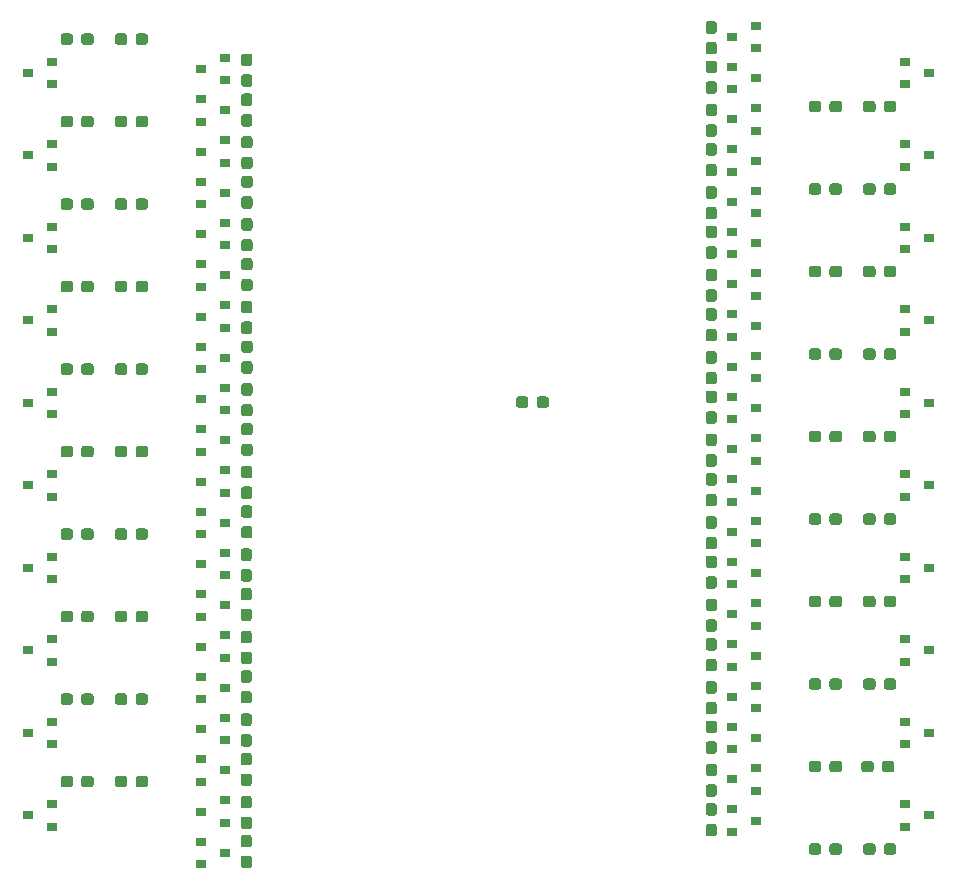
<source format=gbp>
G04 #@! TF.GenerationSoftware,KiCad,Pcbnew,(5.1.5)-3*
G04 #@! TF.CreationDate,2020-03-12T19:37:12-07:00*
G04 #@! TF.ProjectId,siplace_feeder_controller,7369706c-6163-4655-9f66-65656465725f,rev?*
G04 #@! TF.SameCoordinates,Original*
G04 #@! TF.FileFunction,Paste,Bot*
G04 #@! TF.FilePolarity,Positive*
%FSLAX46Y46*%
G04 Gerber Fmt 4.6, Leading zero omitted, Abs format (unit mm)*
G04 Created by KiCad (PCBNEW (5.1.5)-3) date 2020-03-12 19:37:12*
%MOMM*%
%LPD*%
G04 APERTURE LIST*
%ADD10C,0.100000*%
%ADD11R,0.900000X0.800000*%
G04 APERTURE END LIST*
D10*
G36*
X88192779Y-69303344D02*
G01*
X88215834Y-69306763D01*
X88238443Y-69312427D01*
X88260387Y-69320279D01*
X88281457Y-69330244D01*
X88301448Y-69342226D01*
X88320168Y-69356110D01*
X88337438Y-69371762D01*
X88353090Y-69389032D01*
X88366974Y-69407752D01*
X88378956Y-69427743D01*
X88388921Y-69448813D01*
X88396773Y-69470757D01*
X88402437Y-69493366D01*
X88405856Y-69516421D01*
X88407000Y-69539700D01*
X88407000Y-70114700D01*
X88405856Y-70137979D01*
X88402437Y-70161034D01*
X88396773Y-70183643D01*
X88388921Y-70205587D01*
X88378956Y-70226657D01*
X88366974Y-70246648D01*
X88353090Y-70265368D01*
X88337438Y-70282638D01*
X88320168Y-70298290D01*
X88301448Y-70312174D01*
X88281457Y-70324156D01*
X88260387Y-70334121D01*
X88238443Y-70341973D01*
X88215834Y-70347637D01*
X88192779Y-70351056D01*
X88169500Y-70352200D01*
X87694500Y-70352200D01*
X87671221Y-70351056D01*
X87648166Y-70347637D01*
X87625557Y-70341973D01*
X87603613Y-70334121D01*
X87582543Y-70324156D01*
X87562552Y-70312174D01*
X87543832Y-70298290D01*
X87526562Y-70282638D01*
X87510910Y-70265368D01*
X87497026Y-70246648D01*
X87485044Y-70226657D01*
X87475079Y-70205587D01*
X87467227Y-70183643D01*
X87461563Y-70161034D01*
X87458144Y-70137979D01*
X87457000Y-70114700D01*
X87457000Y-69539700D01*
X87458144Y-69516421D01*
X87461563Y-69493366D01*
X87467227Y-69470757D01*
X87475079Y-69448813D01*
X87485044Y-69427743D01*
X87497026Y-69407752D01*
X87510910Y-69389032D01*
X87526562Y-69371762D01*
X87543832Y-69356110D01*
X87562552Y-69342226D01*
X87582543Y-69330244D01*
X87603613Y-69320279D01*
X87625557Y-69312427D01*
X87648166Y-69306763D01*
X87671221Y-69303344D01*
X87694500Y-69302200D01*
X88169500Y-69302200D01*
X88192779Y-69303344D01*
G37*
G36*
X88192779Y-71053344D02*
G01*
X88215834Y-71056763D01*
X88238443Y-71062427D01*
X88260387Y-71070279D01*
X88281457Y-71080244D01*
X88301448Y-71092226D01*
X88320168Y-71106110D01*
X88337438Y-71121762D01*
X88353090Y-71139032D01*
X88366974Y-71157752D01*
X88378956Y-71177743D01*
X88388921Y-71198813D01*
X88396773Y-71220757D01*
X88402437Y-71243366D01*
X88405856Y-71266421D01*
X88407000Y-71289700D01*
X88407000Y-71864700D01*
X88405856Y-71887979D01*
X88402437Y-71911034D01*
X88396773Y-71933643D01*
X88388921Y-71955587D01*
X88378956Y-71976657D01*
X88366974Y-71996648D01*
X88353090Y-72015368D01*
X88337438Y-72032638D01*
X88320168Y-72048290D01*
X88301448Y-72062174D01*
X88281457Y-72074156D01*
X88260387Y-72084121D01*
X88238443Y-72091973D01*
X88215834Y-72097637D01*
X88192779Y-72101056D01*
X88169500Y-72102200D01*
X87694500Y-72102200D01*
X87671221Y-72101056D01*
X87648166Y-72097637D01*
X87625557Y-72091973D01*
X87603613Y-72084121D01*
X87582543Y-72074156D01*
X87562552Y-72062174D01*
X87543832Y-72048290D01*
X87526562Y-72032638D01*
X87510910Y-72015368D01*
X87497026Y-71996648D01*
X87485044Y-71976657D01*
X87475079Y-71955587D01*
X87467227Y-71933643D01*
X87461563Y-71911034D01*
X87458144Y-71887979D01*
X87457000Y-71864700D01*
X87457000Y-71289700D01*
X87458144Y-71266421D01*
X87461563Y-71243366D01*
X87467227Y-71220757D01*
X87475079Y-71198813D01*
X87485044Y-71177743D01*
X87497026Y-71157752D01*
X87510910Y-71139032D01*
X87526562Y-71121762D01*
X87543832Y-71106110D01*
X87562552Y-71092226D01*
X87582543Y-71080244D01*
X87603613Y-71070279D01*
X87625557Y-71062427D01*
X87648166Y-71056763D01*
X87671221Y-71053344D01*
X87694500Y-71052200D01*
X88169500Y-71052200D01*
X88192779Y-71053344D01*
G37*
G36*
X88208279Y-76275644D02*
G01*
X88231334Y-76279063D01*
X88253943Y-76284727D01*
X88275887Y-76292579D01*
X88296957Y-76302544D01*
X88316948Y-76314526D01*
X88335668Y-76328410D01*
X88352938Y-76344062D01*
X88368590Y-76361332D01*
X88382474Y-76380052D01*
X88394456Y-76400043D01*
X88404421Y-76421113D01*
X88412273Y-76443057D01*
X88417937Y-76465666D01*
X88421356Y-76488721D01*
X88422500Y-76512000D01*
X88422500Y-77087000D01*
X88421356Y-77110279D01*
X88417937Y-77133334D01*
X88412273Y-77155943D01*
X88404421Y-77177887D01*
X88394456Y-77198957D01*
X88382474Y-77218948D01*
X88368590Y-77237668D01*
X88352938Y-77254938D01*
X88335668Y-77270590D01*
X88316948Y-77284474D01*
X88296957Y-77296456D01*
X88275887Y-77306421D01*
X88253943Y-77314273D01*
X88231334Y-77319937D01*
X88208279Y-77323356D01*
X88185000Y-77324500D01*
X87710000Y-77324500D01*
X87686721Y-77323356D01*
X87663666Y-77319937D01*
X87641057Y-77314273D01*
X87619113Y-77306421D01*
X87598043Y-77296456D01*
X87578052Y-77284474D01*
X87559332Y-77270590D01*
X87542062Y-77254938D01*
X87526410Y-77237668D01*
X87512526Y-77218948D01*
X87500544Y-77198957D01*
X87490579Y-77177887D01*
X87482727Y-77155943D01*
X87477063Y-77133334D01*
X87473644Y-77110279D01*
X87472500Y-77087000D01*
X87472500Y-76512000D01*
X87473644Y-76488721D01*
X87477063Y-76465666D01*
X87482727Y-76443057D01*
X87490579Y-76421113D01*
X87500544Y-76400043D01*
X87512526Y-76380052D01*
X87526410Y-76361332D01*
X87542062Y-76344062D01*
X87559332Y-76328410D01*
X87578052Y-76314526D01*
X87598043Y-76302544D01*
X87619113Y-76292579D01*
X87641057Y-76284727D01*
X87663666Y-76279063D01*
X87686721Y-76275644D01*
X87710000Y-76274500D01*
X88185000Y-76274500D01*
X88208279Y-76275644D01*
G37*
G36*
X88208279Y-78025644D02*
G01*
X88231334Y-78029063D01*
X88253943Y-78034727D01*
X88275887Y-78042579D01*
X88296957Y-78052544D01*
X88316948Y-78064526D01*
X88335668Y-78078410D01*
X88352938Y-78094062D01*
X88368590Y-78111332D01*
X88382474Y-78130052D01*
X88394456Y-78150043D01*
X88404421Y-78171113D01*
X88412273Y-78193057D01*
X88417937Y-78215666D01*
X88421356Y-78238721D01*
X88422500Y-78262000D01*
X88422500Y-78837000D01*
X88421356Y-78860279D01*
X88417937Y-78883334D01*
X88412273Y-78905943D01*
X88404421Y-78927887D01*
X88394456Y-78948957D01*
X88382474Y-78968948D01*
X88368590Y-78987668D01*
X88352938Y-79004938D01*
X88335668Y-79020590D01*
X88316948Y-79034474D01*
X88296957Y-79046456D01*
X88275887Y-79056421D01*
X88253943Y-79064273D01*
X88231334Y-79069937D01*
X88208279Y-79073356D01*
X88185000Y-79074500D01*
X87710000Y-79074500D01*
X87686721Y-79073356D01*
X87663666Y-79069937D01*
X87641057Y-79064273D01*
X87619113Y-79056421D01*
X87598043Y-79046456D01*
X87578052Y-79034474D01*
X87559332Y-79020590D01*
X87542062Y-79004938D01*
X87526410Y-78987668D01*
X87512526Y-78968948D01*
X87500544Y-78948957D01*
X87490579Y-78927887D01*
X87482727Y-78905943D01*
X87477063Y-78883334D01*
X87473644Y-78860279D01*
X87472500Y-78837000D01*
X87472500Y-78262000D01*
X87473644Y-78238721D01*
X87477063Y-78215666D01*
X87482727Y-78193057D01*
X87490579Y-78171113D01*
X87500544Y-78150043D01*
X87512526Y-78130052D01*
X87526410Y-78111332D01*
X87542062Y-78094062D01*
X87559332Y-78078410D01*
X87578052Y-78064526D01*
X87598043Y-78052544D01*
X87619113Y-78042579D01*
X87641057Y-78034727D01*
X87663666Y-78029063D01*
X87686721Y-78025644D01*
X87710000Y-78024500D01*
X88185000Y-78024500D01*
X88208279Y-78025644D01*
G37*
G36*
X88208279Y-83246644D02*
G01*
X88231334Y-83250063D01*
X88253943Y-83255727D01*
X88275887Y-83263579D01*
X88296957Y-83273544D01*
X88316948Y-83285526D01*
X88335668Y-83299410D01*
X88352938Y-83315062D01*
X88368590Y-83332332D01*
X88382474Y-83351052D01*
X88394456Y-83371043D01*
X88404421Y-83392113D01*
X88412273Y-83414057D01*
X88417937Y-83436666D01*
X88421356Y-83459721D01*
X88422500Y-83483000D01*
X88422500Y-84058000D01*
X88421356Y-84081279D01*
X88417937Y-84104334D01*
X88412273Y-84126943D01*
X88404421Y-84148887D01*
X88394456Y-84169957D01*
X88382474Y-84189948D01*
X88368590Y-84208668D01*
X88352938Y-84225938D01*
X88335668Y-84241590D01*
X88316948Y-84255474D01*
X88296957Y-84267456D01*
X88275887Y-84277421D01*
X88253943Y-84285273D01*
X88231334Y-84290937D01*
X88208279Y-84294356D01*
X88185000Y-84295500D01*
X87710000Y-84295500D01*
X87686721Y-84294356D01*
X87663666Y-84290937D01*
X87641057Y-84285273D01*
X87619113Y-84277421D01*
X87598043Y-84267456D01*
X87578052Y-84255474D01*
X87559332Y-84241590D01*
X87542062Y-84225938D01*
X87526410Y-84208668D01*
X87512526Y-84189948D01*
X87500544Y-84169957D01*
X87490579Y-84148887D01*
X87482727Y-84126943D01*
X87477063Y-84104334D01*
X87473644Y-84081279D01*
X87472500Y-84058000D01*
X87472500Y-83483000D01*
X87473644Y-83459721D01*
X87477063Y-83436666D01*
X87482727Y-83414057D01*
X87490579Y-83392113D01*
X87500544Y-83371043D01*
X87512526Y-83351052D01*
X87526410Y-83332332D01*
X87542062Y-83315062D01*
X87559332Y-83299410D01*
X87578052Y-83285526D01*
X87598043Y-83273544D01*
X87619113Y-83263579D01*
X87641057Y-83255727D01*
X87663666Y-83250063D01*
X87686721Y-83246644D01*
X87710000Y-83245500D01*
X88185000Y-83245500D01*
X88208279Y-83246644D01*
G37*
G36*
X88208279Y-84996644D02*
G01*
X88231334Y-85000063D01*
X88253943Y-85005727D01*
X88275887Y-85013579D01*
X88296957Y-85023544D01*
X88316948Y-85035526D01*
X88335668Y-85049410D01*
X88352938Y-85065062D01*
X88368590Y-85082332D01*
X88382474Y-85101052D01*
X88394456Y-85121043D01*
X88404421Y-85142113D01*
X88412273Y-85164057D01*
X88417937Y-85186666D01*
X88421356Y-85209721D01*
X88422500Y-85233000D01*
X88422500Y-85808000D01*
X88421356Y-85831279D01*
X88417937Y-85854334D01*
X88412273Y-85876943D01*
X88404421Y-85898887D01*
X88394456Y-85919957D01*
X88382474Y-85939948D01*
X88368590Y-85958668D01*
X88352938Y-85975938D01*
X88335668Y-85991590D01*
X88316948Y-86005474D01*
X88296957Y-86017456D01*
X88275887Y-86027421D01*
X88253943Y-86035273D01*
X88231334Y-86040937D01*
X88208279Y-86044356D01*
X88185000Y-86045500D01*
X87710000Y-86045500D01*
X87686721Y-86044356D01*
X87663666Y-86040937D01*
X87641057Y-86035273D01*
X87619113Y-86027421D01*
X87598043Y-86017456D01*
X87578052Y-86005474D01*
X87559332Y-85991590D01*
X87542062Y-85975938D01*
X87526410Y-85958668D01*
X87512526Y-85939948D01*
X87500544Y-85919957D01*
X87490579Y-85898887D01*
X87482727Y-85876943D01*
X87477063Y-85854334D01*
X87473644Y-85831279D01*
X87472500Y-85808000D01*
X87472500Y-85233000D01*
X87473644Y-85209721D01*
X87477063Y-85186666D01*
X87482727Y-85164057D01*
X87490579Y-85142113D01*
X87500544Y-85121043D01*
X87512526Y-85101052D01*
X87526410Y-85082332D01*
X87542062Y-85065062D01*
X87559332Y-85049410D01*
X87578052Y-85035526D01*
X87598043Y-85023544D01*
X87619113Y-85013579D01*
X87641057Y-85005727D01*
X87663666Y-85000063D01*
X87686721Y-84996644D01*
X87710000Y-84995500D01*
X88185000Y-84995500D01*
X88208279Y-84996644D01*
G37*
G36*
X88192779Y-90231644D02*
G01*
X88215834Y-90235063D01*
X88238443Y-90240727D01*
X88260387Y-90248579D01*
X88281457Y-90258544D01*
X88301448Y-90270526D01*
X88320168Y-90284410D01*
X88337438Y-90300062D01*
X88353090Y-90317332D01*
X88366974Y-90336052D01*
X88378956Y-90356043D01*
X88388921Y-90377113D01*
X88396773Y-90399057D01*
X88402437Y-90421666D01*
X88405856Y-90444721D01*
X88407000Y-90468000D01*
X88407000Y-91043000D01*
X88405856Y-91066279D01*
X88402437Y-91089334D01*
X88396773Y-91111943D01*
X88388921Y-91133887D01*
X88378956Y-91154957D01*
X88366974Y-91174948D01*
X88353090Y-91193668D01*
X88337438Y-91210938D01*
X88320168Y-91226590D01*
X88301448Y-91240474D01*
X88281457Y-91252456D01*
X88260387Y-91262421D01*
X88238443Y-91270273D01*
X88215834Y-91275937D01*
X88192779Y-91279356D01*
X88169500Y-91280500D01*
X87694500Y-91280500D01*
X87671221Y-91279356D01*
X87648166Y-91275937D01*
X87625557Y-91270273D01*
X87603613Y-91262421D01*
X87582543Y-91252456D01*
X87562552Y-91240474D01*
X87543832Y-91226590D01*
X87526562Y-91210938D01*
X87510910Y-91193668D01*
X87497026Y-91174948D01*
X87485044Y-91154957D01*
X87475079Y-91133887D01*
X87467227Y-91111943D01*
X87461563Y-91089334D01*
X87458144Y-91066279D01*
X87457000Y-91043000D01*
X87457000Y-90468000D01*
X87458144Y-90444721D01*
X87461563Y-90421666D01*
X87467227Y-90399057D01*
X87475079Y-90377113D01*
X87485044Y-90356043D01*
X87497026Y-90336052D01*
X87510910Y-90317332D01*
X87526562Y-90300062D01*
X87543832Y-90284410D01*
X87562552Y-90270526D01*
X87582543Y-90258544D01*
X87603613Y-90248579D01*
X87625557Y-90240727D01*
X87648166Y-90235063D01*
X87671221Y-90231644D01*
X87694500Y-90230500D01*
X88169500Y-90230500D01*
X88192779Y-90231644D01*
G37*
G36*
X88192779Y-91981644D02*
G01*
X88215834Y-91985063D01*
X88238443Y-91990727D01*
X88260387Y-91998579D01*
X88281457Y-92008544D01*
X88301448Y-92020526D01*
X88320168Y-92034410D01*
X88337438Y-92050062D01*
X88353090Y-92067332D01*
X88366974Y-92086052D01*
X88378956Y-92106043D01*
X88388921Y-92127113D01*
X88396773Y-92149057D01*
X88402437Y-92171666D01*
X88405856Y-92194721D01*
X88407000Y-92218000D01*
X88407000Y-92793000D01*
X88405856Y-92816279D01*
X88402437Y-92839334D01*
X88396773Y-92861943D01*
X88388921Y-92883887D01*
X88378956Y-92904957D01*
X88366974Y-92924948D01*
X88353090Y-92943668D01*
X88337438Y-92960938D01*
X88320168Y-92976590D01*
X88301448Y-92990474D01*
X88281457Y-93002456D01*
X88260387Y-93012421D01*
X88238443Y-93020273D01*
X88215834Y-93025937D01*
X88192779Y-93029356D01*
X88169500Y-93030500D01*
X87694500Y-93030500D01*
X87671221Y-93029356D01*
X87648166Y-93025937D01*
X87625557Y-93020273D01*
X87603613Y-93012421D01*
X87582543Y-93002456D01*
X87562552Y-92990474D01*
X87543832Y-92976590D01*
X87526562Y-92960938D01*
X87510910Y-92943668D01*
X87497026Y-92924948D01*
X87485044Y-92904957D01*
X87475079Y-92883887D01*
X87467227Y-92861943D01*
X87461563Y-92839334D01*
X87458144Y-92816279D01*
X87457000Y-92793000D01*
X87457000Y-92218000D01*
X87458144Y-92194721D01*
X87461563Y-92171666D01*
X87467227Y-92149057D01*
X87475079Y-92127113D01*
X87485044Y-92106043D01*
X87497026Y-92086052D01*
X87510910Y-92067332D01*
X87526562Y-92050062D01*
X87543832Y-92034410D01*
X87562552Y-92020526D01*
X87582543Y-92008544D01*
X87603613Y-91998579D01*
X87625557Y-91990727D01*
X87648166Y-91985063D01*
X87671221Y-91981644D01*
X87694500Y-91980500D01*
X88169500Y-91980500D01*
X88192779Y-91981644D01*
G37*
G36*
X88208279Y-97216644D02*
G01*
X88231334Y-97220063D01*
X88253943Y-97225727D01*
X88275887Y-97233579D01*
X88296957Y-97243544D01*
X88316948Y-97255526D01*
X88335668Y-97269410D01*
X88352938Y-97285062D01*
X88368590Y-97302332D01*
X88382474Y-97321052D01*
X88394456Y-97341043D01*
X88404421Y-97362113D01*
X88412273Y-97384057D01*
X88417937Y-97406666D01*
X88421356Y-97429721D01*
X88422500Y-97453000D01*
X88422500Y-98028000D01*
X88421356Y-98051279D01*
X88417937Y-98074334D01*
X88412273Y-98096943D01*
X88404421Y-98118887D01*
X88394456Y-98139957D01*
X88382474Y-98159948D01*
X88368590Y-98178668D01*
X88352938Y-98195938D01*
X88335668Y-98211590D01*
X88316948Y-98225474D01*
X88296957Y-98237456D01*
X88275887Y-98247421D01*
X88253943Y-98255273D01*
X88231334Y-98260937D01*
X88208279Y-98264356D01*
X88185000Y-98265500D01*
X87710000Y-98265500D01*
X87686721Y-98264356D01*
X87663666Y-98260937D01*
X87641057Y-98255273D01*
X87619113Y-98247421D01*
X87598043Y-98237456D01*
X87578052Y-98225474D01*
X87559332Y-98211590D01*
X87542062Y-98195938D01*
X87526410Y-98178668D01*
X87512526Y-98159948D01*
X87500544Y-98139957D01*
X87490579Y-98118887D01*
X87482727Y-98096943D01*
X87477063Y-98074334D01*
X87473644Y-98051279D01*
X87472500Y-98028000D01*
X87472500Y-97453000D01*
X87473644Y-97429721D01*
X87477063Y-97406666D01*
X87482727Y-97384057D01*
X87490579Y-97362113D01*
X87500544Y-97341043D01*
X87512526Y-97321052D01*
X87526410Y-97302332D01*
X87542062Y-97285062D01*
X87559332Y-97269410D01*
X87578052Y-97255526D01*
X87598043Y-97243544D01*
X87619113Y-97233579D01*
X87641057Y-97225727D01*
X87663666Y-97220063D01*
X87686721Y-97216644D01*
X87710000Y-97215500D01*
X88185000Y-97215500D01*
X88208279Y-97216644D01*
G37*
G36*
X88208279Y-98966644D02*
G01*
X88231334Y-98970063D01*
X88253943Y-98975727D01*
X88275887Y-98983579D01*
X88296957Y-98993544D01*
X88316948Y-99005526D01*
X88335668Y-99019410D01*
X88352938Y-99035062D01*
X88368590Y-99052332D01*
X88382474Y-99071052D01*
X88394456Y-99091043D01*
X88404421Y-99112113D01*
X88412273Y-99134057D01*
X88417937Y-99156666D01*
X88421356Y-99179721D01*
X88422500Y-99203000D01*
X88422500Y-99778000D01*
X88421356Y-99801279D01*
X88417937Y-99824334D01*
X88412273Y-99846943D01*
X88404421Y-99868887D01*
X88394456Y-99889957D01*
X88382474Y-99909948D01*
X88368590Y-99928668D01*
X88352938Y-99945938D01*
X88335668Y-99961590D01*
X88316948Y-99975474D01*
X88296957Y-99987456D01*
X88275887Y-99997421D01*
X88253943Y-100005273D01*
X88231334Y-100010937D01*
X88208279Y-100014356D01*
X88185000Y-100015500D01*
X87710000Y-100015500D01*
X87686721Y-100014356D01*
X87663666Y-100010937D01*
X87641057Y-100005273D01*
X87619113Y-99997421D01*
X87598043Y-99987456D01*
X87578052Y-99975474D01*
X87559332Y-99961590D01*
X87542062Y-99945938D01*
X87526410Y-99928668D01*
X87512526Y-99909948D01*
X87500544Y-99889957D01*
X87490579Y-99868887D01*
X87482727Y-99846943D01*
X87477063Y-99824334D01*
X87473644Y-99801279D01*
X87472500Y-99778000D01*
X87472500Y-99203000D01*
X87473644Y-99179721D01*
X87477063Y-99156666D01*
X87482727Y-99134057D01*
X87490579Y-99112113D01*
X87500544Y-99091043D01*
X87512526Y-99071052D01*
X87526410Y-99052332D01*
X87542062Y-99035062D01*
X87559332Y-99019410D01*
X87578052Y-99005526D01*
X87598043Y-98993544D01*
X87619113Y-98983579D01*
X87641057Y-98975727D01*
X87663666Y-98970063D01*
X87686721Y-98966644D01*
X87710000Y-98965500D01*
X88185000Y-98965500D01*
X88208279Y-98966644D01*
G37*
G36*
X88195579Y-104202944D02*
G01*
X88218634Y-104206363D01*
X88241243Y-104212027D01*
X88263187Y-104219879D01*
X88284257Y-104229844D01*
X88304248Y-104241826D01*
X88322968Y-104255710D01*
X88340238Y-104271362D01*
X88355890Y-104288632D01*
X88369774Y-104307352D01*
X88381756Y-104327343D01*
X88391721Y-104348413D01*
X88399573Y-104370357D01*
X88405237Y-104392966D01*
X88408656Y-104416021D01*
X88409800Y-104439300D01*
X88409800Y-105014300D01*
X88408656Y-105037579D01*
X88405237Y-105060634D01*
X88399573Y-105083243D01*
X88391721Y-105105187D01*
X88381756Y-105126257D01*
X88369774Y-105146248D01*
X88355890Y-105164968D01*
X88340238Y-105182238D01*
X88322968Y-105197890D01*
X88304248Y-105211774D01*
X88284257Y-105223756D01*
X88263187Y-105233721D01*
X88241243Y-105241573D01*
X88218634Y-105247237D01*
X88195579Y-105250656D01*
X88172300Y-105251800D01*
X87697300Y-105251800D01*
X87674021Y-105250656D01*
X87650966Y-105247237D01*
X87628357Y-105241573D01*
X87606413Y-105233721D01*
X87585343Y-105223756D01*
X87565352Y-105211774D01*
X87546632Y-105197890D01*
X87529362Y-105182238D01*
X87513710Y-105164968D01*
X87499826Y-105146248D01*
X87487844Y-105126257D01*
X87477879Y-105105187D01*
X87470027Y-105083243D01*
X87464363Y-105060634D01*
X87460944Y-105037579D01*
X87459800Y-105014300D01*
X87459800Y-104439300D01*
X87460944Y-104416021D01*
X87464363Y-104392966D01*
X87470027Y-104370357D01*
X87477879Y-104348413D01*
X87487844Y-104327343D01*
X87499826Y-104307352D01*
X87513710Y-104288632D01*
X87529362Y-104271362D01*
X87546632Y-104255710D01*
X87565352Y-104241826D01*
X87585343Y-104229844D01*
X87606413Y-104219879D01*
X87628357Y-104212027D01*
X87650966Y-104206363D01*
X87674021Y-104202944D01*
X87697300Y-104201800D01*
X88172300Y-104201800D01*
X88195579Y-104202944D01*
G37*
G36*
X88195579Y-105952944D02*
G01*
X88218634Y-105956363D01*
X88241243Y-105962027D01*
X88263187Y-105969879D01*
X88284257Y-105979844D01*
X88304248Y-105991826D01*
X88322968Y-106005710D01*
X88340238Y-106021362D01*
X88355890Y-106038632D01*
X88369774Y-106057352D01*
X88381756Y-106077343D01*
X88391721Y-106098413D01*
X88399573Y-106120357D01*
X88405237Y-106142966D01*
X88408656Y-106166021D01*
X88409800Y-106189300D01*
X88409800Y-106764300D01*
X88408656Y-106787579D01*
X88405237Y-106810634D01*
X88399573Y-106833243D01*
X88391721Y-106855187D01*
X88381756Y-106876257D01*
X88369774Y-106896248D01*
X88355890Y-106914968D01*
X88340238Y-106932238D01*
X88322968Y-106947890D01*
X88304248Y-106961774D01*
X88284257Y-106973756D01*
X88263187Y-106983721D01*
X88241243Y-106991573D01*
X88218634Y-106997237D01*
X88195579Y-107000656D01*
X88172300Y-107001800D01*
X87697300Y-107001800D01*
X87674021Y-107000656D01*
X87650966Y-106997237D01*
X87628357Y-106991573D01*
X87606413Y-106983721D01*
X87585343Y-106973756D01*
X87565352Y-106961774D01*
X87546632Y-106947890D01*
X87529362Y-106932238D01*
X87513710Y-106914968D01*
X87499826Y-106896248D01*
X87487844Y-106876257D01*
X87477879Y-106855187D01*
X87470027Y-106833243D01*
X87464363Y-106810634D01*
X87460944Y-106787579D01*
X87459800Y-106764300D01*
X87459800Y-106189300D01*
X87460944Y-106166021D01*
X87464363Y-106142966D01*
X87470027Y-106120357D01*
X87477879Y-106098413D01*
X87487844Y-106077343D01*
X87499826Y-106057352D01*
X87513710Y-106038632D01*
X87529362Y-106021362D01*
X87546632Y-106005710D01*
X87565352Y-105991826D01*
X87585343Y-105979844D01*
X87606413Y-105969879D01*
X87628357Y-105962027D01*
X87650966Y-105956363D01*
X87674021Y-105952944D01*
X87697300Y-105951800D01*
X88172300Y-105951800D01*
X88195579Y-105952944D01*
G37*
G36*
X88144779Y-111200644D02*
G01*
X88167834Y-111204063D01*
X88190443Y-111209727D01*
X88212387Y-111217579D01*
X88233457Y-111227544D01*
X88253448Y-111239526D01*
X88272168Y-111253410D01*
X88289438Y-111269062D01*
X88305090Y-111286332D01*
X88318974Y-111305052D01*
X88330956Y-111325043D01*
X88340921Y-111346113D01*
X88348773Y-111368057D01*
X88354437Y-111390666D01*
X88357856Y-111413721D01*
X88359000Y-111437000D01*
X88359000Y-112012000D01*
X88357856Y-112035279D01*
X88354437Y-112058334D01*
X88348773Y-112080943D01*
X88340921Y-112102887D01*
X88330956Y-112123957D01*
X88318974Y-112143948D01*
X88305090Y-112162668D01*
X88289438Y-112179938D01*
X88272168Y-112195590D01*
X88253448Y-112209474D01*
X88233457Y-112221456D01*
X88212387Y-112231421D01*
X88190443Y-112239273D01*
X88167834Y-112244937D01*
X88144779Y-112248356D01*
X88121500Y-112249500D01*
X87646500Y-112249500D01*
X87623221Y-112248356D01*
X87600166Y-112244937D01*
X87577557Y-112239273D01*
X87555613Y-112231421D01*
X87534543Y-112221456D01*
X87514552Y-112209474D01*
X87495832Y-112195590D01*
X87478562Y-112179938D01*
X87462910Y-112162668D01*
X87449026Y-112143948D01*
X87437044Y-112123957D01*
X87427079Y-112102887D01*
X87419227Y-112080943D01*
X87413563Y-112058334D01*
X87410144Y-112035279D01*
X87409000Y-112012000D01*
X87409000Y-111437000D01*
X87410144Y-111413721D01*
X87413563Y-111390666D01*
X87419227Y-111368057D01*
X87427079Y-111346113D01*
X87437044Y-111325043D01*
X87449026Y-111305052D01*
X87462910Y-111286332D01*
X87478562Y-111269062D01*
X87495832Y-111253410D01*
X87514552Y-111239526D01*
X87534543Y-111227544D01*
X87555613Y-111217579D01*
X87577557Y-111209727D01*
X87600166Y-111204063D01*
X87623221Y-111200644D01*
X87646500Y-111199500D01*
X88121500Y-111199500D01*
X88144779Y-111200644D01*
G37*
G36*
X88144779Y-112950644D02*
G01*
X88167834Y-112954063D01*
X88190443Y-112959727D01*
X88212387Y-112967579D01*
X88233457Y-112977544D01*
X88253448Y-112989526D01*
X88272168Y-113003410D01*
X88289438Y-113019062D01*
X88305090Y-113036332D01*
X88318974Y-113055052D01*
X88330956Y-113075043D01*
X88340921Y-113096113D01*
X88348773Y-113118057D01*
X88354437Y-113140666D01*
X88357856Y-113163721D01*
X88359000Y-113187000D01*
X88359000Y-113762000D01*
X88357856Y-113785279D01*
X88354437Y-113808334D01*
X88348773Y-113830943D01*
X88340921Y-113852887D01*
X88330956Y-113873957D01*
X88318974Y-113893948D01*
X88305090Y-113912668D01*
X88289438Y-113929938D01*
X88272168Y-113945590D01*
X88253448Y-113959474D01*
X88233457Y-113971456D01*
X88212387Y-113981421D01*
X88190443Y-113989273D01*
X88167834Y-113994937D01*
X88144779Y-113998356D01*
X88121500Y-113999500D01*
X87646500Y-113999500D01*
X87623221Y-113998356D01*
X87600166Y-113994937D01*
X87577557Y-113989273D01*
X87555613Y-113981421D01*
X87534543Y-113971456D01*
X87514552Y-113959474D01*
X87495832Y-113945590D01*
X87478562Y-113929938D01*
X87462910Y-113912668D01*
X87449026Y-113893948D01*
X87437044Y-113873957D01*
X87427079Y-113852887D01*
X87419227Y-113830943D01*
X87413563Y-113808334D01*
X87410144Y-113785279D01*
X87409000Y-113762000D01*
X87409000Y-113187000D01*
X87410144Y-113163721D01*
X87413563Y-113140666D01*
X87419227Y-113118057D01*
X87427079Y-113096113D01*
X87437044Y-113075043D01*
X87449026Y-113055052D01*
X87462910Y-113036332D01*
X87478562Y-113019062D01*
X87495832Y-113003410D01*
X87514552Y-112989526D01*
X87534543Y-112977544D01*
X87555613Y-112967579D01*
X87577557Y-112959727D01*
X87600166Y-112954063D01*
X87623221Y-112950644D01*
X87646500Y-112949500D01*
X88121500Y-112949500D01*
X88144779Y-112950644D01*
G37*
G36*
X88144779Y-118185644D02*
G01*
X88167834Y-118189063D01*
X88190443Y-118194727D01*
X88212387Y-118202579D01*
X88233457Y-118212544D01*
X88253448Y-118224526D01*
X88272168Y-118238410D01*
X88289438Y-118254062D01*
X88305090Y-118271332D01*
X88318974Y-118290052D01*
X88330956Y-118310043D01*
X88340921Y-118331113D01*
X88348773Y-118353057D01*
X88354437Y-118375666D01*
X88357856Y-118398721D01*
X88359000Y-118422000D01*
X88359000Y-118997000D01*
X88357856Y-119020279D01*
X88354437Y-119043334D01*
X88348773Y-119065943D01*
X88340921Y-119087887D01*
X88330956Y-119108957D01*
X88318974Y-119128948D01*
X88305090Y-119147668D01*
X88289438Y-119164938D01*
X88272168Y-119180590D01*
X88253448Y-119194474D01*
X88233457Y-119206456D01*
X88212387Y-119216421D01*
X88190443Y-119224273D01*
X88167834Y-119229937D01*
X88144779Y-119233356D01*
X88121500Y-119234500D01*
X87646500Y-119234500D01*
X87623221Y-119233356D01*
X87600166Y-119229937D01*
X87577557Y-119224273D01*
X87555613Y-119216421D01*
X87534543Y-119206456D01*
X87514552Y-119194474D01*
X87495832Y-119180590D01*
X87478562Y-119164938D01*
X87462910Y-119147668D01*
X87449026Y-119128948D01*
X87437044Y-119108957D01*
X87427079Y-119087887D01*
X87419227Y-119065943D01*
X87413563Y-119043334D01*
X87410144Y-119020279D01*
X87409000Y-118997000D01*
X87409000Y-118422000D01*
X87410144Y-118398721D01*
X87413563Y-118375666D01*
X87419227Y-118353057D01*
X87427079Y-118331113D01*
X87437044Y-118310043D01*
X87449026Y-118290052D01*
X87462910Y-118271332D01*
X87478562Y-118254062D01*
X87495832Y-118238410D01*
X87514552Y-118224526D01*
X87534543Y-118212544D01*
X87555613Y-118202579D01*
X87577557Y-118194727D01*
X87600166Y-118189063D01*
X87623221Y-118185644D01*
X87646500Y-118184500D01*
X88121500Y-118184500D01*
X88144779Y-118185644D01*
G37*
G36*
X88144779Y-119935644D02*
G01*
X88167834Y-119939063D01*
X88190443Y-119944727D01*
X88212387Y-119952579D01*
X88233457Y-119962544D01*
X88253448Y-119974526D01*
X88272168Y-119988410D01*
X88289438Y-120004062D01*
X88305090Y-120021332D01*
X88318974Y-120040052D01*
X88330956Y-120060043D01*
X88340921Y-120081113D01*
X88348773Y-120103057D01*
X88354437Y-120125666D01*
X88357856Y-120148721D01*
X88359000Y-120172000D01*
X88359000Y-120747000D01*
X88357856Y-120770279D01*
X88354437Y-120793334D01*
X88348773Y-120815943D01*
X88340921Y-120837887D01*
X88330956Y-120858957D01*
X88318974Y-120878948D01*
X88305090Y-120897668D01*
X88289438Y-120914938D01*
X88272168Y-120930590D01*
X88253448Y-120944474D01*
X88233457Y-120956456D01*
X88212387Y-120966421D01*
X88190443Y-120974273D01*
X88167834Y-120979937D01*
X88144779Y-120983356D01*
X88121500Y-120984500D01*
X87646500Y-120984500D01*
X87623221Y-120983356D01*
X87600166Y-120979937D01*
X87577557Y-120974273D01*
X87555613Y-120966421D01*
X87534543Y-120956456D01*
X87514552Y-120944474D01*
X87495832Y-120930590D01*
X87478562Y-120914938D01*
X87462910Y-120897668D01*
X87449026Y-120878948D01*
X87437044Y-120858957D01*
X87427079Y-120837887D01*
X87419227Y-120815943D01*
X87413563Y-120793334D01*
X87410144Y-120770279D01*
X87409000Y-120747000D01*
X87409000Y-120172000D01*
X87410144Y-120148721D01*
X87413563Y-120125666D01*
X87419227Y-120103057D01*
X87427079Y-120081113D01*
X87437044Y-120060043D01*
X87449026Y-120040052D01*
X87462910Y-120021332D01*
X87478562Y-120004062D01*
X87495832Y-119988410D01*
X87514552Y-119974526D01*
X87534543Y-119962544D01*
X87555613Y-119952579D01*
X87577557Y-119944727D01*
X87600166Y-119939063D01*
X87623221Y-119935644D01*
X87646500Y-119934500D01*
X88121500Y-119934500D01*
X88144779Y-119935644D01*
G37*
G36*
X88144779Y-125170644D02*
G01*
X88167834Y-125174063D01*
X88190443Y-125179727D01*
X88212387Y-125187579D01*
X88233457Y-125197544D01*
X88253448Y-125209526D01*
X88272168Y-125223410D01*
X88289438Y-125239062D01*
X88305090Y-125256332D01*
X88318974Y-125275052D01*
X88330956Y-125295043D01*
X88340921Y-125316113D01*
X88348773Y-125338057D01*
X88354437Y-125360666D01*
X88357856Y-125383721D01*
X88359000Y-125407000D01*
X88359000Y-125982000D01*
X88357856Y-126005279D01*
X88354437Y-126028334D01*
X88348773Y-126050943D01*
X88340921Y-126072887D01*
X88330956Y-126093957D01*
X88318974Y-126113948D01*
X88305090Y-126132668D01*
X88289438Y-126149938D01*
X88272168Y-126165590D01*
X88253448Y-126179474D01*
X88233457Y-126191456D01*
X88212387Y-126201421D01*
X88190443Y-126209273D01*
X88167834Y-126214937D01*
X88144779Y-126218356D01*
X88121500Y-126219500D01*
X87646500Y-126219500D01*
X87623221Y-126218356D01*
X87600166Y-126214937D01*
X87577557Y-126209273D01*
X87555613Y-126201421D01*
X87534543Y-126191456D01*
X87514552Y-126179474D01*
X87495832Y-126165590D01*
X87478562Y-126149938D01*
X87462910Y-126132668D01*
X87449026Y-126113948D01*
X87437044Y-126093957D01*
X87427079Y-126072887D01*
X87419227Y-126050943D01*
X87413563Y-126028334D01*
X87410144Y-126005279D01*
X87409000Y-125982000D01*
X87409000Y-125407000D01*
X87410144Y-125383721D01*
X87413563Y-125360666D01*
X87419227Y-125338057D01*
X87427079Y-125316113D01*
X87437044Y-125295043D01*
X87449026Y-125275052D01*
X87462910Y-125256332D01*
X87478562Y-125239062D01*
X87495832Y-125223410D01*
X87514552Y-125209526D01*
X87534543Y-125197544D01*
X87555613Y-125187579D01*
X87577557Y-125179727D01*
X87600166Y-125174063D01*
X87623221Y-125170644D01*
X87646500Y-125169500D01*
X88121500Y-125169500D01*
X88144779Y-125170644D01*
G37*
G36*
X88144779Y-126920644D02*
G01*
X88167834Y-126924063D01*
X88190443Y-126929727D01*
X88212387Y-126937579D01*
X88233457Y-126947544D01*
X88253448Y-126959526D01*
X88272168Y-126973410D01*
X88289438Y-126989062D01*
X88305090Y-127006332D01*
X88318974Y-127025052D01*
X88330956Y-127045043D01*
X88340921Y-127066113D01*
X88348773Y-127088057D01*
X88354437Y-127110666D01*
X88357856Y-127133721D01*
X88359000Y-127157000D01*
X88359000Y-127732000D01*
X88357856Y-127755279D01*
X88354437Y-127778334D01*
X88348773Y-127800943D01*
X88340921Y-127822887D01*
X88330956Y-127843957D01*
X88318974Y-127863948D01*
X88305090Y-127882668D01*
X88289438Y-127899938D01*
X88272168Y-127915590D01*
X88253448Y-127929474D01*
X88233457Y-127941456D01*
X88212387Y-127951421D01*
X88190443Y-127959273D01*
X88167834Y-127964937D01*
X88144779Y-127968356D01*
X88121500Y-127969500D01*
X87646500Y-127969500D01*
X87623221Y-127968356D01*
X87600166Y-127964937D01*
X87577557Y-127959273D01*
X87555613Y-127951421D01*
X87534543Y-127941456D01*
X87514552Y-127929474D01*
X87495832Y-127915590D01*
X87478562Y-127899938D01*
X87462910Y-127882668D01*
X87449026Y-127863948D01*
X87437044Y-127843957D01*
X87427079Y-127822887D01*
X87419227Y-127800943D01*
X87413563Y-127778334D01*
X87410144Y-127755279D01*
X87409000Y-127732000D01*
X87409000Y-127157000D01*
X87410144Y-127133721D01*
X87413563Y-127110666D01*
X87419227Y-127088057D01*
X87427079Y-127066113D01*
X87437044Y-127045043D01*
X87449026Y-127025052D01*
X87462910Y-127006332D01*
X87478562Y-126989062D01*
X87495832Y-126973410D01*
X87514552Y-126959526D01*
X87534543Y-126947544D01*
X87555613Y-126937579D01*
X87577557Y-126929727D01*
X87600166Y-126924063D01*
X87623221Y-126920644D01*
X87646500Y-126919500D01*
X88121500Y-126919500D01*
X88144779Y-126920644D01*
G37*
G36*
X88144779Y-132155644D02*
G01*
X88167834Y-132159063D01*
X88190443Y-132164727D01*
X88212387Y-132172579D01*
X88233457Y-132182544D01*
X88253448Y-132194526D01*
X88272168Y-132208410D01*
X88289438Y-132224062D01*
X88305090Y-132241332D01*
X88318974Y-132260052D01*
X88330956Y-132280043D01*
X88340921Y-132301113D01*
X88348773Y-132323057D01*
X88354437Y-132345666D01*
X88357856Y-132368721D01*
X88359000Y-132392000D01*
X88359000Y-132967000D01*
X88357856Y-132990279D01*
X88354437Y-133013334D01*
X88348773Y-133035943D01*
X88340921Y-133057887D01*
X88330956Y-133078957D01*
X88318974Y-133098948D01*
X88305090Y-133117668D01*
X88289438Y-133134938D01*
X88272168Y-133150590D01*
X88253448Y-133164474D01*
X88233457Y-133176456D01*
X88212387Y-133186421D01*
X88190443Y-133194273D01*
X88167834Y-133199937D01*
X88144779Y-133203356D01*
X88121500Y-133204500D01*
X87646500Y-133204500D01*
X87623221Y-133203356D01*
X87600166Y-133199937D01*
X87577557Y-133194273D01*
X87555613Y-133186421D01*
X87534543Y-133176456D01*
X87514552Y-133164474D01*
X87495832Y-133150590D01*
X87478562Y-133134938D01*
X87462910Y-133117668D01*
X87449026Y-133098948D01*
X87437044Y-133078957D01*
X87427079Y-133057887D01*
X87419227Y-133035943D01*
X87413563Y-133013334D01*
X87410144Y-132990279D01*
X87409000Y-132967000D01*
X87409000Y-132392000D01*
X87410144Y-132368721D01*
X87413563Y-132345666D01*
X87419227Y-132323057D01*
X87427079Y-132301113D01*
X87437044Y-132280043D01*
X87449026Y-132260052D01*
X87462910Y-132241332D01*
X87478562Y-132224062D01*
X87495832Y-132208410D01*
X87514552Y-132194526D01*
X87534543Y-132182544D01*
X87555613Y-132172579D01*
X87577557Y-132164727D01*
X87600166Y-132159063D01*
X87623221Y-132155644D01*
X87646500Y-132154500D01*
X88121500Y-132154500D01*
X88144779Y-132155644D01*
G37*
G36*
X88144779Y-133905644D02*
G01*
X88167834Y-133909063D01*
X88190443Y-133914727D01*
X88212387Y-133922579D01*
X88233457Y-133932544D01*
X88253448Y-133944526D01*
X88272168Y-133958410D01*
X88289438Y-133974062D01*
X88305090Y-133991332D01*
X88318974Y-134010052D01*
X88330956Y-134030043D01*
X88340921Y-134051113D01*
X88348773Y-134073057D01*
X88354437Y-134095666D01*
X88357856Y-134118721D01*
X88359000Y-134142000D01*
X88359000Y-134717000D01*
X88357856Y-134740279D01*
X88354437Y-134763334D01*
X88348773Y-134785943D01*
X88340921Y-134807887D01*
X88330956Y-134828957D01*
X88318974Y-134848948D01*
X88305090Y-134867668D01*
X88289438Y-134884938D01*
X88272168Y-134900590D01*
X88253448Y-134914474D01*
X88233457Y-134926456D01*
X88212387Y-134936421D01*
X88190443Y-134944273D01*
X88167834Y-134949937D01*
X88144779Y-134953356D01*
X88121500Y-134954500D01*
X87646500Y-134954500D01*
X87623221Y-134953356D01*
X87600166Y-134949937D01*
X87577557Y-134944273D01*
X87555613Y-134936421D01*
X87534543Y-134926456D01*
X87514552Y-134914474D01*
X87495832Y-134900590D01*
X87478562Y-134884938D01*
X87462910Y-134867668D01*
X87449026Y-134848948D01*
X87437044Y-134828957D01*
X87427079Y-134807887D01*
X87419227Y-134785943D01*
X87413563Y-134763334D01*
X87410144Y-134740279D01*
X87409000Y-134717000D01*
X87409000Y-134142000D01*
X87410144Y-134118721D01*
X87413563Y-134095666D01*
X87419227Y-134073057D01*
X87427079Y-134051113D01*
X87437044Y-134030043D01*
X87449026Y-134010052D01*
X87462910Y-133991332D01*
X87478562Y-133974062D01*
X87495832Y-133958410D01*
X87514552Y-133944526D01*
X87534543Y-133932544D01*
X87555613Y-133922579D01*
X87577557Y-133914727D01*
X87600166Y-133909063D01*
X87623221Y-133905644D01*
X87646500Y-133904500D01*
X88121500Y-133904500D01*
X88144779Y-133905644D01*
G37*
G36*
X88195579Y-74428944D02*
G01*
X88218634Y-74432363D01*
X88241243Y-74438027D01*
X88263187Y-74445879D01*
X88284257Y-74455844D01*
X88304248Y-74467826D01*
X88322968Y-74481710D01*
X88340238Y-74497362D01*
X88355890Y-74514632D01*
X88369774Y-74533352D01*
X88381756Y-74553343D01*
X88391721Y-74574413D01*
X88399573Y-74596357D01*
X88405237Y-74618966D01*
X88408656Y-74642021D01*
X88409800Y-74665300D01*
X88409800Y-75240300D01*
X88408656Y-75263579D01*
X88405237Y-75286634D01*
X88399573Y-75309243D01*
X88391721Y-75331187D01*
X88381756Y-75352257D01*
X88369774Y-75372248D01*
X88355890Y-75390968D01*
X88340238Y-75408238D01*
X88322968Y-75423890D01*
X88304248Y-75437774D01*
X88284257Y-75449756D01*
X88263187Y-75459721D01*
X88241243Y-75467573D01*
X88218634Y-75473237D01*
X88195579Y-75476656D01*
X88172300Y-75477800D01*
X87697300Y-75477800D01*
X87674021Y-75476656D01*
X87650966Y-75473237D01*
X87628357Y-75467573D01*
X87606413Y-75459721D01*
X87585343Y-75449756D01*
X87565352Y-75437774D01*
X87546632Y-75423890D01*
X87529362Y-75408238D01*
X87513710Y-75390968D01*
X87499826Y-75372248D01*
X87487844Y-75352257D01*
X87477879Y-75331187D01*
X87470027Y-75309243D01*
X87464363Y-75286634D01*
X87460944Y-75263579D01*
X87459800Y-75240300D01*
X87459800Y-74665300D01*
X87460944Y-74642021D01*
X87464363Y-74618966D01*
X87470027Y-74596357D01*
X87477879Y-74574413D01*
X87487844Y-74553343D01*
X87499826Y-74533352D01*
X87513710Y-74514632D01*
X87529362Y-74497362D01*
X87546632Y-74481710D01*
X87565352Y-74467826D01*
X87585343Y-74455844D01*
X87606413Y-74445879D01*
X87628357Y-74438027D01*
X87650966Y-74432363D01*
X87674021Y-74428944D01*
X87697300Y-74427800D01*
X88172300Y-74427800D01*
X88195579Y-74428944D01*
G37*
G36*
X88195579Y-72678944D02*
G01*
X88218634Y-72682363D01*
X88241243Y-72688027D01*
X88263187Y-72695879D01*
X88284257Y-72705844D01*
X88304248Y-72717826D01*
X88322968Y-72731710D01*
X88340238Y-72747362D01*
X88355890Y-72764632D01*
X88369774Y-72783352D01*
X88381756Y-72803343D01*
X88391721Y-72824413D01*
X88399573Y-72846357D01*
X88405237Y-72868966D01*
X88408656Y-72892021D01*
X88409800Y-72915300D01*
X88409800Y-73490300D01*
X88408656Y-73513579D01*
X88405237Y-73536634D01*
X88399573Y-73559243D01*
X88391721Y-73581187D01*
X88381756Y-73602257D01*
X88369774Y-73622248D01*
X88355890Y-73640968D01*
X88340238Y-73658238D01*
X88322968Y-73673890D01*
X88304248Y-73687774D01*
X88284257Y-73699756D01*
X88263187Y-73709721D01*
X88241243Y-73717573D01*
X88218634Y-73723237D01*
X88195579Y-73726656D01*
X88172300Y-73727800D01*
X87697300Y-73727800D01*
X87674021Y-73726656D01*
X87650966Y-73723237D01*
X87628357Y-73717573D01*
X87606413Y-73709721D01*
X87585343Y-73699756D01*
X87565352Y-73687774D01*
X87546632Y-73673890D01*
X87529362Y-73658238D01*
X87513710Y-73640968D01*
X87499826Y-73622248D01*
X87487844Y-73602257D01*
X87477879Y-73581187D01*
X87470027Y-73559243D01*
X87464363Y-73536634D01*
X87460944Y-73513579D01*
X87459800Y-73490300D01*
X87459800Y-72915300D01*
X87460944Y-72892021D01*
X87464363Y-72868966D01*
X87470027Y-72846357D01*
X87477879Y-72824413D01*
X87487844Y-72803343D01*
X87499826Y-72783352D01*
X87513710Y-72764632D01*
X87529362Y-72747362D01*
X87546632Y-72731710D01*
X87565352Y-72717826D01*
X87585343Y-72705844D01*
X87606413Y-72695879D01*
X87628357Y-72688027D01*
X87650966Y-72682363D01*
X87674021Y-72678944D01*
X87697300Y-72677800D01*
X88172300Y-72677800D01*
X88195579Y-72678944D01*
G37*
G36*
X88208279Y-81377144D02*
G01*
X88231334Y-81380563D01*
X88253943Y-81386227D01*
X88275887Y-81394079D01*
X88296957Y-81404044D01*
X88316948Y-81416026D01*
X88335668Y-81429910D01*
X88352938Y-81445562D01*
X88368590Y-81462832D01*
X88382474Y-81481552D01*
X88394456Y-81501543D01*
X88404421Y-81522613D01*
X88412273Y-81544557D01*
X88417937Y-81567166D01*
X88421356Y-81590221D01*
X88422500Y-81613500D01*
X88422500Y-82188500D01*
X88421356Y-82211779D01*
X88417937Y-82234834D01*
X88412273Y-82257443D01*
X88404421Y-82279387D01*
X88394456Y-82300457D01*
X88382474Y-82320448D01*
X88368590Y-82339168D01*
X88352938Y-82356438D01*
X88335668Y-82372090D01*
X88316948Y-82385974D01*
X88296957Y-82397956D01*
X88275887Y-82407921D01*
X88253943Y-82415773D01*
X88231334Y-82421437D01*
X88208279Y-82424856D01*
X88185000Y-82426000D01*
X87710000Y-82426000D01*
X87686721Y-82424856D01*
X87663666Y-82421437D01*
X87641057Y-82415773D01*
X87619113Y-82407921D01*
X87598043Y-82397956D01*
X87578052Y-82385974D01*
X87559332Y-82372090D01*
X87542062Y-82356438D01*
X87526410Y-82339168D01*
X87512526Y-82320448D01*
X87500544Y-82300457D01*
X87490579Y-82279387D01*
X87482727Y-82257443D01*
X87477063Y-82234834D01*
X87473644Y-82211779D01*
X87472500Y-82188500D01*
X87472500Y-81613500D01*
X87473644Y-81590221D01*
X87477063Y-81567166D01*
X87482727Y-81544557D01*
X87490579Y-81522613D01*
X87500544Y-81501543D01*
X87512526Y-81481552D01*
X87526410Y-81462832D01*
X87542062Y-81445562D01*
X87559332Y-81429910D01*
X87578052Y-81416026D01*
X87598043Y-81404044D01*
X87619113Y-81394079D01*
X87641057Y-81386227D01*
X87663666Y-81380563D01*
X87686721Y-81377144D01*
X87710000Y-81376000D01*
X88185000Y-81376000D01*
X88208279Y-81377144D01*
G37*
G36*
X88208279Y-79627144D02*
G01*
X88231334Y-79630563D01*
X88253943Y-79636227D01*
X88275887Y-79644079D01*
X88296957Y-79654044D01*
X88316948Y-79666026D01*
X88335668Y-79679910D01*
X88352938Y-79695562D01*
X88368590Y-79712832D01*
X88382474Y-79731552D01*
X88394456Y-79751543D01*
X88404421Y-79772613D01*
X88412273Y-79794557D01*
X88417937Y-79817166D01*
X88421356Y-79840221D01*
X88422500Y-79863500D01*
X88422500Y-80438500D01*
X88421356Y-80461779D01*
X88417937Y-80484834D01*
X88412273Y-80507443D01*
X88404421Y-80529387D01*
X88394456Y-80550457D01*
X88382474Y-80570448D01*
X88368590Y-80589168D01*
X88352938Y-80606438D01*
X88335668Y-80622090D01*
X88316948Y-80635974D01*
X88296957Y-80647956D01*
X88275887Y-80657921D01*
X88253943Y-80665773D01*
X88231334Y-80671437D01*
X88208279Y-80674856D01*
X88185000Y-80676000D01*
X87710000Y-80676000D01*
X87686721Y-80674856D01*
X87663666Y-80671437D01*
X87641057Y-80665773D01*
X87619113Y-80657921D01*
X87598043Y-80647956D01*
X87578052Y-80635974D01*
X87559332Y-80622090D01*
X87542062Y-80606438D01*
X87526410Y-80589168D01*
X87512526Y-80570448D01*
X87500544Y-80550457D01*
X87490579Y-80529387D01*
X87482727Y-80507443D01*
X87477063Y-80484834D01*
X87473644Y-80461779D01*
X87472500Y-80438500D01*
X87472500Y-79863500D01*
X87473644Y-79840221D01*
X87477063Y-79817166D01*
X87482727Y-79794557D01*
X87490579Y-79772613D01*
X87500544Y-79751543D01*
X87512526Y-79731552D01*
X87526410Y-79712832D01*
X87542062Y-79695562D01*
X87559332Y-79679910D01*
X87578052Y-79666026D01*
X87598043Y-79654044D01*
X87619113Y-79644079D01*
X87641057Y-79636227D01*
X87663666Y-79630563D01*
X87686721Y-79627144D01*
X87710000Y-79626000D01*
X88185000Y-79626000D01*
X88208279Y-79627144D01*
G37*
G36*
X88208279Y-88362144D02*
G01*
X88231334Y-88365563D01*
X88253943Y-88371227D01*
X88275887Y-88379079D01*
X88296957Y-88389044D01*
X88316948Y-88401026D01*
X88335668Y-88414910D01*
X88352938Y-88430562D01*
X88368590Y-88447832D01*
X88382474Y-88466552D01*
X88394456Y-88486543D01*
X88404421Y-88507613D01*
X88412273Y-88529557D01*
X88417937Y-88552166D01*
X88421356Y-88575221D01*
X88422500Y-88598500D01*
X88422500Y-89173500D01*
X88421356Y-89196779D01*
X88417937Y-89219834D01*
X88412273Y-89242443D01*
X88404421Y-89264387D01*
X88394456Y-89285457D01*
X88382474Y-89305448D01*
X88368590Y-89324168D01*
X88352938Y-89341438D01*
X88335668Y-89357090D01*
X88316948Y-89370974D01*
X88296957Y-89382956D01*
X88275887Y-89392921D01*
X88253943Y-89400773D01*
X88231334Y-89406437D01*
X88208279Y-89409856D01*
X88185000Y-89411000D01*
X87710000Y-89411000D01*
X87686721Y-89409856D01*
X87663666Y-89406437D01*
X87641057Y-89400773D01*
X87619113Y-89392921D01*
X87598043Y-89382956D01*
X87578052Y-89370974D01*
X87559332Y-89357090D01*
X87542062Y-89341438D01*
X87526410Y-89324168D01*
X87512526Y-89305448D01*
X87500544Y-89285457D01*
X87490579Y-89264387D01*
X87482727Y-89242443D01*
X87477063Y-89219834D01*
X87473644Y-89196779D01*
X87472500Y-89173500D01*
X87472500Y-88598500D01*
X87473644Y-88575221D01*
X87477063Y-88552166D01*
X87482727Y-88529557D01*
X87490579Y-88507613D01*
X87500544Y-88486543D01*
X87512526Y-88466552D01*
X87526410Y-88447832D01*
X87542062Y-88430562D01*
X87559332Y-88414910D01*
X87578052Y-88401026D01*
X87598043Y-88389044D01*
X87619113Y-88379079D01*
X87641057Y-88371227D01*
X87663666Y-88365563D01*
X87686721Y-88362144D01*
X87710000Y-88361000D01*
X88185000Y-88361000D01*
X88208279Y-88362144D01*
G37*
G36*
X88208279Y-86612144D02*
G01*
X88231334Y-86615563D01*
X88253943Y-86621227D01*
X88275887Y-86629079D01*
X88296957Y-86639044D01*
X88316948Y-86651026D01*
X88335668Y-86664910D01*
X88352938Y-86680562D01*
X88368590Y-86697832D01*
X88382474Y-86716552D01*
X88394456Y-86736543D01*
X88404421Y-86757613D01*
X88412273Y-86779557D01*
X88417937Y-86802166D01*
X88421356Y-86825221D01*
X88422500Y-86848500D01*
X88422500Y-87423500D01*
X88421356Y-87446779D01*
X88417937Y-87469834D01*
X88412273Y-87492443D01*
X88404421Y-87514387D01*
X88394456Y-87535457D01*
X88382474Y-87555448D01*
X88368590Y-87574168D01*
X88352938Y-87591438D01*
X88335668Y-87607090D01*
X88316948Y-87620974D01*
X88296957Y-87632956D01*
X88275887Y-87642921D01*
X88253943Y-87650773D01*
X88231334Y-87656437D01*
X88208279Y-87659856D01*
X88185000Y-87661000D01*
X87710000Y-87661000D01*
X87686721Y-87659856D01*
X87663666Y-87656437D01*
X87641057Y-87650773D01*
X87619113Y-87642921D01*
X87598043Y-87632956D01*
X87578052Y-87620974D01*
X87559332Y-87607090D01*
X87542062Y-87591438D01*
X87526410Y-87574168D01*
X87512526Y-87555448D01*
X87500544Y-87535457D01*
X87490579Y-87514387D01*
X87482727Y-87492443D01*
X87477063Y-87469834D01*
X87473644Y-87446779D01*
X87472500Y-87423500D01*
X87472500Y-86848500D01*
X87473644Y-86825221D01*
X87477063Y-86802166D01*
X87482727Y-86779557D01*
X87490579Y-86757613D01*
X87500544Y-86736543D01*
X87512526Y-86716552D01*
X87526410Y-86697832D01*
X87542062Y-86680562D01*
X87559332Y-86664910D01*
X87578052Y-86651026D01*
X87598043Y-86639044D01*
X87619113Y-86629079D01*
X87641057Y-86621227D01*
X87663666Y-86615563D01*
X87686721Y-86612144D01*
X87710000Y-86611000D01*
X88185000Y-86611000D01*
X88208279Y-86612144D01*
G37*
G36*
X88208279Y-95347144D02*
G01*
X88231334Y-95350563D01*
X88253943Y-95356227D01*
X88275887Y-95364079D01*
X88296957Y-95374044D01*
X88316948Y-95386026D01*
X88335668Y-95399910D01*
X88352938Y-95415562D01*
X88368590Y-95432832D01*
X88382474Y-95451552D01*
X88394456Y-95471543D01*
X88404421Y-95492613D01*
X88412273Y-95514557D01*
X88417937Y-95537166D01*
X88421356Y-95560221D01*
X88422500Y-95583500D01*
X88422500Y-96158500D01*
X88421356Y-96181779D01*
X88417937Y-96204834D01*
X88412273Y-96227443D01*
X88404421Y-96249387D01*
X88394456Y-96270457D01*
X88382474Y-96290448D01*
X88368590Y-96309168D01*
X88352938Y-96326438D01*
X88335668Y-96342090D01*
X88316948Y-96355974D01*
X88296957Y-96367956D01*
X88275887Y-96377921D01*
X88253943Y-96385773D01*
X88231334Y-96391437D01*
X88208279Y-96394856D01*
X88185000Y-96396000D01*
X87710000Y-96396000D01*
X87686721Y-96394856D01*
X87663666Y-96391437D01*
X87641057Y-96385773D01*
X87619113Y-96377921D01*
X87598043Y-96367956D01*
X87578052Y-96355974D01*
X87559332Y-96342090D01*
X87542062Y-96326438D01*
X87526410Y-96309168D01*
X87512526Y-96290448D01*
X87500544Y-96270457D01*
X87490579Y-96249387D01*
X87482727Y-96227443D01*
X87477063Y-96204834D01*
X87473644Y-96181779D01*
X87472500Y-96158500D01*
X87472500Y-95583500D01*
X87473644Y-95560221D01*
X87477063Y-95537166D01*
X87482727Y-95514557D01*
X87490579Y-95492613D01*
X87500544Y-95471543D01*
X87512526Y-95451552D01*
X87526410Y-95432832D01*
X87542062Y-95415562D01*
X87559332Y-95399910D01*
X87578052Y-95386026D01*
X87598043Y-95374044D01*
X87619113Y-95364079D01*
X87641057Y-95356227D01*
X87663666Y-95350563D01*
X87686721Y-95347144D01*
X87710000Y-95346000D01*
X88185000Y-95346000D01*
X88208279Y-95347144D01*
G37*
G36*
X88208279Y-93597144D02*
G01*
X88231334Y-93600563D01*
X88253943Y-93606227D01*
X88275887Y-93614079D01*
X88296957Y-93624044D01*
X88316948Y-93636026D01*
X88335668Y-93649910D01*
X88352938Y-93665562D01*
X88368590Y-93682832D01*
X88382474Y-93701552D01*
X88394456Y-93721543D01*
X88404421Y-93742613D01*
X88412273Y-93764557D01*
X88417937Y-93787166D01*
X88421356Y-93810221D01*
X88422500Y-93833500D01*
X88422500Y-94408500D01*
X88421356Y-94431779D01*
X88417937Y-94454834D01*
X88412273Y-94477443D01*
X88404421Y-94499387D01*
X88394456Y-94520457D01*
X88382474Y-94540448D01*
X88368590Y-94559168D01*
X88352938Y-94576438D01*
X88335668Y-94592090D01*
X88316948Y-94605974D01*
X88296957Y-94617956D01*
X88275887Y-94627921D01*
X88253943Y-94635773D01*
X88231334Y-94641437D01*
X88208279Y-94644856D01*
X88185000Y-94646000D01*
X87710000Y-94646000D01*
X87686721Y-94644856D01*
X87663666Y-94641437D01*
X87641057Y-94635773D01*
X87619113Y-94627921D01*
X87598043Y-94617956D01*
X87578052Y-94605974D01*
X87559332Y-94592090D01*
X87542062Y-94576438D01*
X87526410Y-94559168D01*
X87512526Y-94540448D01*
X87500544Y-94520457D01*
X87490579Y-94499387D01*
X87482727Y-94477443D01*
X87477063Y-94454834D01*
X87473644Y-94431779D01*
X87472500Y-94408500D01*
X87472500Y-93833500D01*
X87473644Y-93810221D01*
X87477063Y-93787166D01*
X87482727Y-93764557D01*
X87490579Y-93742613D01*
X87500544Y-93721543D01*
X87512526Y-93701552D01*
X87526410Y-93682832D01*
X87542062Y-93665562D01*
X87559332Y-93649910D01*
X87578052Y-93636026D01*
X87598043Y-93624044D01*
X87619113Y-93614079D01*
X87641057Y-93606227D01*
X87663666Y-93600563D01*
X87686721Y-93597144D01*
X87710000Y-93596000D01*
X88185000Y-93596000D01*
X88208279Y-93597144D01*
G37*
G36*
X88208279Y-102318144D02*
G01*
X88231334Y-102321563D01*
X88253943Y-102327227D01*
X88275887Y-102335079D01*
X88296957Y-102345044D01*
X88316948Y-102357026D01*
X88335668Y-102370910D01*
X88352938Y-102386562D01*
X88368590Y-102403832D01*
X88382474Y-102422552D01*
X88394456Y-102442543D01*
X88404421Y-102463613D01*
X88412273Y-102485557D01*
X88417937Y-102508166D01*
X88421356Y-102531221D01*
X88422500Y-102554500D01*
X88422500Y-103129500D01*
X88421356Y-103152779D01*
X88417937Y-103175834D01*
X88412273Y-103198443D01*
X88404421Y-103220387D01*
X88394456Y-103241457D01*
X88382474Y-103261448D01*
X88368590Y-103280168D01*
X88352938Y-103297438D01*
X88335668Y-103313090D01*
X88316948Y-103326974D01*
X88296957Y-103338956D01*
X88275887Y-103348921D01*
X88253943Y-103356773D01*
X88231334Y-103362437D01*
X88208279Y-103365856D01*
X88185000Y-103367000D01*
X87710000Y-103367000D01*
X87686721Y-103365856D01*
X87663666Y-103362437D01*
X87641057Y-103356773D01*
X87619113Y-103348921D01*
X87598043Y-103338956D01*
X87578052Y-103326974D01*
X87559332Y-103313090D01*
X87542062Y-103297438D01*
X87526410Y-103280168D01*
X87512526Y-103261448D01*
X87500544Y-103241457D01*
X87490579Y-103220387D01*
X87482727Y-103198443D01*
X87477063Y-103175834D01*
X87473644Y-103152779D01*
X87472500Y-103129500D01*
X87472500Y-102554500D01*
X87473644Y-102531221D01*
X87477063Y-102508166D01*
X87482727Y-102485557D01*
X87490579Y-102463613D01*
X87500544Y-102442543D01*
X87512526Y-102422552D01*
X87526410Y-102403832D01*
X87542062Y-102386562D01*
X87559332Y-102370910D01*
X87578052Y-102357026D01*
X87598043Y-102345044D01*
X87619113Y-102335079D01*
X87641057Y-102327227D01*
X87663666Y-102321563D01*
X87686721Y-102318144D01*
X87710000Y-102317000D01*
X88185000Y-102317000D01*
X88208279Y-102318144D01*
G37*
G36*
X88208279Y-100568144D02*
G01*
X88231334Y-100571563D01*
X88253943Y-100577227D01*
X88275887Y-100585079D01*
X88296957Y-100595044D01*
X88316948Y-100607026D01*
X88335668Y-100620910D01*
X88352938Y-100636562D01*
X88368590Y-100653832D01*
X88382474Y-100672552D01*
X88394456Y-100692543D01*
X88404421Y-100713613D01*
X88412273Y-100735557D01*
X88417937Y-100758166D01*
X88421356Y-100781221D01*
X88422500Y-100804500D01*
X88422500Y-101379500D01*
X88421356Y-101402779D01*
X88417937Y-101425834D01*
X88412273Y-101448443D01*
X88404421Y-101470387D01*
X88394456Y-101491457D01*
X88382474Y-101511448D01*
X88368590Y-101530168D01*
X88352938Y-101547438D01*
X88335668Y-101563090D01*
X88316948Y-101576974D01*
X88296957Y-101588956D01*
X88275887Y-101598921D01*
X88253943Y-101606773D01*
X88231334Y-101612437D01*
X88208279Y-101615856D01*
X88185000Y-101617000D01*
X87710000Y-101617000D01*
X87686721Y-101615856D01*
X87663666Y-101612437D01*
X87641057Y-101606773D01*
X87619113Y-101598921D01*
X87598043Y-101588956D01*
X87578052Y-101576974D01*
X87559332Y-101563090D01*
X87542062Y-101547438D01*
X87526410Y-101530168D01*
X87512526Y-101511448D01*
X87500544Y-101491457D01*
X87490579Y-101470387D01*
X87482727Y-101448443D01*
X87477063Y-101425834D01*
X87473644Y-101402779D01*
X87472500Y-101379500D01*
X87472500Y-100804500D01*
X87473644Y-100781221D01*
X87477063Y-100758166D01*
X87482727Y-100735557D01*
X87490579Y-100713613D01*
X87500544Y-100692543D01*
X87512526Y-100672552D01*
X87526410Y-100653832D01*
X87542062Y-100636562D01*
X87559332Y-100620910D01*
X87578052Y-100607026D01*
X87598043Y-100595044D01*
X87619113Y-100585079D01*
X87641057Y-100577227D01*
X87663666Y-100571563D01*
X87686721Y-100568144D01*
X87710000Y-100567000D01*
X88185000Y-100567000D01*
X88208279Y-100568144D01*
G37*
G36*
X88195579Y-109303144D02*
G01*
X88218634Y-109306563D01*
X88241243Y-109312227D01*
X88263187Y-109320079D01*
X88284257Y-109330044D01*
X88304248Y-109342026D01*
X88322968Y-109355910D01*
X88340238Y-109371562D01*
X88355890Y-109388832D01*
X88369774Y-109407552D01*
X88381756Y-109427543D01*
X88391721Y-109448613D01*
X88399573Y-109470557D01*
X88405237Y-109493166D01*
X88408656Y-109516221D01*
X88409800Y-109539500D01*
X88409800Y-110114500D01*
X88408656Y-110137779D01*
X88405237Y-110160834D01*
X88399573Y-110183443D01*
X88391721Y-110205387D01*
X88381756Y-110226457D01*
X88369774Y-110246448D01*
X88355890Y-110265168D01*
X88340238Y-110282438D01*
X88322968Y-110298090D01*
X88304248Y-110311974D01*
X88284257Y-110323956D01*
X88263187Y-110333921D01*
X88241243Y-110341773D01*
X88218634Y-110347437D01*
X88195579Y-110350856D01*
X88172300Y-110352000D01*
X87697300Y-110352000D01*
X87674021Y-110350856D01*
X87650966Y-110347437D01*
X87628357Y-110341773D01*
X87606413Y-110333921D01*
X87585343Y-110323956D01*
X87565352Y-110311974D01*
X87546632Y-110298090D01*
X87529362Y-110282438D01*
X87513710Y-110265168D01*
X87499826Y-110246448D01*
X87487844Y-110226457D01*
X87477879Y-110205387D01*
X87470027Y-110183443D01*
X87464363Y-110160834D01*
X87460944Y-110137779D01*
X87459800Y-110114500D01*
X87459800Y-109539500D01*
X87460944Y-109516221D01*
X87464363Y-109493166D01*
X87470027Y-109470557D01*
X87477879Y-109448613D01*
X87487844Y-109427543D01*
X87499826Y-109407552D01*
X87513710Y-109388832D01*
X87529362Y-109371562D01*
X87546632Y-109355910D01*
X87565352Y-109342026D01*
X87585343Y-109330044D01*
X87606413Y-109320079D01*
X87628357Y-109312227D01*
X87650966Y-109306563D01*
X87674021Y-109303144D01*
X87697300Y-109302000D01*
X88172300Y-109302000D01*
X88195579Y-109303144D01*
G37*
G36*
X88195579Y-107553144D02*
G01*
X88218634Y-107556563D01*
X88241243Y-107562227D01*
X88263187Y-107570079D01*
X88284257Y-107580044D01*
X88304248Y-107592026D01*
X88322968Y-107605910D01*
X88340238Y-107621562D01*
X88355890Y-107638832D01*
X88369774Y-107657552D01*
X88381756Y-107677543D01*
X88391721Y-107698613D01*
X88399573Y-107720557D01*
X88405237Y-107743166D01*
X88408656Y-107766221D01*
X88409800Y-107789500D01*
X88409800Y-108364500D01*
X88408656Y-108387779D01*
X88405237Y-108410834D01*
X88399573Y-108433443D01*
X88391721Y-108455387D01*
X88381756Y-108476457D01*
X88369774Y-108496448D01*
X88355890Y-108515168D01*
X88340238Y-108532438D01*
X88322968Y-108548090D01*
X88304248Y-108561974D01*
X88284257Y-108573956D01*
X88263187Y-108583921D01*
X88241243Y-108591773D01*
X88218634Y-108597437D01*
X88195579Y-108600856D01*
X88172300Y-108602000D01*
X87697300Y-108602000D01*
X87674021Y-108600856D01*
X87650966Y-108597437D01*
X87628357Y-108591773D01*
X87606413Y-108583921D01*
X87585343Y-108573956D01*
X87565352Y-108561974D01*
X87546632Y-108548090D01*
X87529362Y-108532438D01*
X87513710Y-108515168D01*
X87499826Y-108496448D01*
X87487844Y-108476457D01*
X87477879Y-108455387D01*
X87470027Y-108433443D01*
X87464363Y-108410834D01*
X87460944Y-108387779D01*
X87459800Y-108364500D01*
X87459800Y-107789500D01*
X87460944Y-107766221D01*
X87464363Y-107743166D01*
X87470027Y-107720557D01*
X87477879Y-107698613D01*
X87487844Y-107677543D01*
X87499826Y-107657552D01*
X87513710Y-107638832D01*
X87529362Y-107621562D01*
X87546632Y-107605910D01*
X87565352Y-107592026D01*
X87585343Y-107580044D01*
X87606413Y-107570079D01*
X87628357Y-107562227D01*
X87650966Y-107556563D01*
X87674021Y-107553144D01*
X87697300Y-107552000D01*
X88172300Y-107552000D01*
X88195579Y-107553144D01*
G37*
G36*
X88144779Y-116288144D02*
G01*
X88167834Y-116291563D01*
X88190443Y-116297227D01*
X88212387Y-116305079D01*
X88233457Y-116315044D01*
X88253448Y-116327026D01*
X88272168Y-116340910D01*
X88289438Y-116356562D01*
X88305090Y-116373832D01*
X88318974Y-116392552D01*
X88330956Y-116412543D01*
X88340921Y-116433613D01*
X88348773Y-116455557D01*
X88354437Y-116478166D01*
X88357856Y-116501221D01*
X88359000Y-116524500D01*
X88359000Y-117099500D01*
X88357856Y-117122779D01*
X88354437Y-117145834D01*
X88348773Y-117168443D01*
X88340921Y-117190387D01*
X88330956Y-117211457D01*
X88318974Y-117231448D01*
X88305090Y-117250168D01*
X88289438Y-117267438D01*
X88272168Y-117283090D01*
X88253448Y-117296974D01*
X88233457Y-117308956D01*
X88212387Y-117318921D01*
X88190443Y-117326773D01*
X88167834Y-117332437D01*
X88144779Y-117335856D01*
X88121500Y-117337000D01*
X87646500Y-117337000D01*
X87623221Y-117335856D01*
X87600166Y-117332437D01*
X87577557Y-117326773D01*
X87555613Y-117318921D01*
X87534543Y-117308956D01*
X87514552Y-117296974D01*
X87495832Y-117283090D01*
X87478562Y-117267438D01*
X87462910Y-117250168D01*
X87449026Y-117231448D01*
X87437044Y-117211457D01*
X87427079Y-117190387D01*
X87419227Y-117168443D01*
X87413563Y-117145834D01*
X87410144Y-117122779D01*
X87409000Y-117099500D01*
X87409000Y-116524500D01*
X87410144Y-116501221D01*
X87413563Y-116478166D01*
X87419227Y-116455557D01*
X87427079Y-116433613D01*
X87437044Y-116412543D01*
X87449026Y-116392552D01*
X87462910Y-116373832D01*
X87478562Y-116356562D01*
X87495832Y-116340910D01*
X87514552Y-116327026D01*
X87534543Y-116315044D01*
X87555613Y-116305079D01*
X87577557Y-116297227D01*
X87600166Y-116291563D01*
X87623221Y-116288144D01*
X87646500Y-116287000D01*
X88121500Y-116287000D01*
X88144779Y-116288144D01*
G37*
G36*
X88144779Y-114538144D02*
G01*
X88167834Y-114541563D01*
X88190443Y-114547227D01*
X88212387Y-114555079D01*
X88233457Y-114565044D01*
X88253448Y-114577026D01*
X88272168Y-114590910D01*
X88289438Y-114606562D01*
X88305090Y-114623832D01*
X88318974Y-114642552D01*
X88330956Y-114662543D01*
X88340921Y-114683613D01*
X88348773Y-114705557D01*
X88354437Y-114728166D01*
X88357856Y-114751221D01*
X88359000Y-114774500D01*
X88359000Y-115349500D01*
X88357856Y-115372779D01*
X88354437Y-115395834D01*
X88348773Y-115418443D01*
X88340921Y-115440387D01*
X88330956Y-115461457D01*
X88318974Y-115481448D01*
X88305090Y-115500168D01*
X88289438Y-115517438D01*
X88272168Y-115533090D01*
X88253448Y-115546974D01*
X88233457Y-115558956D01*
X88212387Y-115568921D01*
X88190443Y-115576773D01*
X88167834Y-115582437D01*
X88144779Y-115585856D01*
X88121500Y-115587000D01*
X87646500Y-115587000D01*
X87623221Y-115585856D01*
X87600166Y-115582437D01*
X87577557Y-115576773D01*
X87555613Y-115568921D01*
X87534543Y-115558956D01*
X87514552Y-115546974D01*
X87495832Y-115533090D01*
X87478562Y-115517438D01*
X87462910Y-115500168D01*
X87449026Y-115481448D01*
X87437044Y-115461457D01*
X87427079Y-115440387D01*
X87419227Y-115418443D01*
X87413563Y-115395834D01*
X87410144Y-115372779D01*
X87409000Y-115349500D01*
X87409000Y-114774500D01*
X87410144Y-114751221D01*
X87413563Y-114728166D01*
X87419227Y-114705557D01*
X87427079Y-114683613D01*
X87437044Y-114662543D01*
X87449026Y-114642552D01*
X87462910Y-114623832D01*
X87478562Y-114606562D01*
X87495832Y-114590910D01*
X87514552Y-114577026D01*
X87534543Y-114565044D01*
X87555613Y-114555079D01*
X87577557Y-114547227D01*
X87600166Y-114541563D01*
X87623221Y-114538144D01*
X87646500Y-114537000D01*
X88121500Y-114537000D01*
X88144779Y-114538144D01*
G37*
G36*
X88144779Y-123273144D02*
G01*
X88167834Y-123276563D01*
X88190443Y-123282227D01*
X88212387Y-123290079D01*
X88233457Y-123300044D01*
X88253448Y-123312026D01*
X88272168Y-123325910D01*
X88289438Y-123341562D01*
X88305090Y-123358832D01*
X88318974Y-123377552D01*
X88330956Y-123397543D01*
X88340921Y-123418613D01*
X88348773Y-123440557D01*
X88354437Y-123463166D01*
X88357856Y-123486221D01*
X88359000Y-123509500D01*
X88359000Y-124084500D01*
X88357856Y-124107779D01*
X88354437Y-124130834D01*
X88348773Y-124153443D01*
X88340921Y-124175387D01*
X88330956Y-124196457D01*
X88318974Y-124216448D01*
X88305090Y-124235168D01*
X88289438Y-124252438D01*
X88272168Y-124268090D01*
X88253448Y-124281974D01*
X88233457Y-124293956D01*
X88212387Y-124303921D01*
X88190443Y-124311773D01*
X88167834Y-124317437D01*
X88144779Y-124320856D01*
X88121500Y-124322000D01*
X87646500Y-124322000D01*
X87623221Y-124320856D01*
X87600166Y-124317437D01*
X87577557Y-124311773D01*
X87555613Y-124303921D01*
X87534543Y-124293956D01*
X87514552Y-124281974D01*
X87495832Y-124268090D01*
X87478562Y-124252438D01*
X87462910Y-124235168D01*
X87449026Y-124216448D01*
X87437044Y-124196457D01*
X87427079Y-124175387D01*
X87419227Y-124153443D01*
X87413563Y-124130834D01*
X87410144Y-124107779D01*
X87409000Y-124084500D01*
X87409000Y-123509500D01*
X87410144Y-123486221D01*
X87413563Y-123463166D01*
X87419227Y-123440557D01*
X87427079Y-123418613D01*
X87437044Y-123397543D01*
X87449026Y-123377552D01*
X87462910Y-123358832D01*
X87478562Y-123341562D01*
X87495832Y-123325910D01*
X87514552Y-123312026D01*
X87534543Y-123300044D01*
X87555613Y-123290079D01*
X87577557Y-123282227D01*
X87600166Y-123276563D01*
X87623221Y-123273144D01*
X87646500Y-123272000D01*
X88121500Y-123272000D01*
X88144779Y-123273144D01*
G37*
G36*
X88144779Y-121523144D02*
G01*
X88167834Y-121526563D01*
X88190443Y-121532227D01*
X88212387Y-121540079D01*
X88233457Y-121550044D01*
X88253448Y-121562026D01*
X88272168Y-121575910D01*
X88289438Y-121591562D01*
X88305090Y-121608832D01*
X88318974Y-121627552D01*
X88330956Y-121647543D01*
X88340921Y-121668613D01*
X88348773Y-121690557D01*
X88354437Y-121713166D01*
X88357856Y-121736221D01*
X88359000Y-121759500D01*
X88359000Y-122334500D01*
X88357856Y-122357779D01*
X88354437Y-122380834D01*
X88348773Y-122403443D01*
X88340921Y-122425387D01*
X88330956Y-122446457D01*
X88318974Y-122466448D01*
X88305090Y-122485168D01*
X88289438Y-122502438D01*
X88272168Y-122518090D01*
X88253448Y-122531974D01*
X88233457Y-122543956D01*
X88212387Y-122553921D01*
X88190443Y-122561773D01*
X88167834Y-122567437D01*
X88144779Y-122570856D01*
X88121500Y-122572000D01*
X87646500Y-122572000D01*
X87623221Y-122570856D01*
X87600166Y-122567437D01*
X87577557Y-122561773D01*
X87555613Y-122553921D01*
X87534543Y-122543956D01*
X87514552Y-122531974D01*
X87495832Y-122518090D01*
X87478562Y-122502438D01*
X87462910Y-122485168D01*
X87449026Y-122466448D01*
X87437044Y-122446457D01*
X87427079Y-122425387D01*
X87419227Y-122403443D01*
X87413563Y-122380834D01*
X87410144Y-122357779D01*
X87409000Y-122334500D01*
X87409000Y-121759500D01*
X87410144Y-121736221D01*
X87413563Y-121713166D01*
X87419227Y-121690557D01*
X87427079Y-121668613D01*
X87437044Y-121647543D01*
X87449026Y-121627552D01*
X87462910Y-121608832D01*
X87478562Y-121591562D01*
X87495832Y-121575910D01*
X87514552Y-121562026D01*
X87534543Y-121550044D01*
X87555613Y-121540079D01*
X87577557Y-121532227D01*
X87600166Y-121526563D01*
X87623221Y-121523144D01*
X87646500Y-121522000D01*
X88121500Y-121522000D01*
X88144779Y-121523144D01*
G37*
G36*
X88144779Y-130258144D02*
G01*
X88167834Y-130261563D01*
X88190443Y-130267227D01*
X88212387Y-130275079D01*
X88233457Y-130285044D01*
X88253448Y-130297026D01*
X88272168Y-130310910D01*
X88289438Y-130326562D01*
X88305090Y-130343832D01*
X88318974Y-130362552D01*
X88330956Y-130382543D01*
X88340921Y-130403613D01*
X88348773Y-130425557D01*
X88354437Y-130448166D01*
X88357856Y-130471221D01*
X88359000Y-130494500D01*
X88359000Y-131069500D01*
X88357856Y-131092779D01*
X88354437Y-131115834D01*
X88348773Y-131138443D01*
X88340921Y-131160387D01*
X88330956Y-131181457D01*
X88318974Y-131201448D01*
X88305090Y-131220168D01*
X88289438Y-131237438D01*
X88272168Y-131253090D01*
X88253448Y-131266974D01*
X88233457Y-131278956D01*
X88212387Y-131288921D01*
X88190443Y-131296773D01*
X88167834Y-131302437D01*
X88144779Y-131305856D01*
X88121500Y-131307000D01*
X87646500Y-131307000D01*
X87623221Y-131305856D01*
X87600166Y-131302437D01*
X87577557Y-131296773D01*
X87555613Y-131288921D01*
X87534543Y-131278956D01*
X87514552Y-131266974D01*
X87495832Y-131253090D01*
X87478562Y-131237438D01*
X87462910Y-131220168D01*
X87449026Y-131201448D01*
X87437044Y-131181457D01*
X87427079Y-131160387D01*
X87419227Y-131138443D01*
X87413563Y-131115834D01*
X87410144Y-131092779D01*
X87409000Y-131069500D01*
X87409000Y-130494500D01*
X87410144Y-130471221D01*
X87413563Y-130448166D01*
X87419227Y-130425557D01*
X87427079Y-130403613D01*
X87437044Y-130382543D01*
X87449026Y-130362552D01*
X87462910Y-130343832D01*
X87478562Y-130326562D01*
X87495832Y-130310910D01*
X87514552Y-130297026D01*
X87534543Y-130285044D01*
X87555613Y-130275079D01*
X87577557Y-130267227D01*
X87600166Y-130261563D01*
X87623221Y-130258144D01*
X87646500Y-130257000D01*
X88121500Y-130257000D01*
X88144779Y-130258144D01*
G37*
G36*
X88144779Y-128508144D02*
G01*
X88167834Y-128511563D01*
X88190443Y-128517227D01*
X88212387Y-128525079D01*
X88233457Y-128535044D01*
X88253448Y-128547026D01*
X88272168Y-128560910D01*
X88289438Y-128576562D01*
X88305090Y-128593832D01*
X88318974Y-128612552D01*
X88330956Y-128632543D01*
X88340921Y-128653613D01*
X88348773Y-128675557D01*
X88354437Y-128698166D01*
X88357856Y-128721221D01*
X88359000Y-128744500D01*
X88359000Y-129319500D01*
X88357856Y-129342779D01*
X88354437Y-129365834D01*
X88348773Y-129388443D01*
X88340921Y-129410387D01*
X88330956Y-129431457D01*
X88318974Y-129451448D01*
X88305090Y-129470168D01*
X88289438Y-129487438D01*
X88272168Y-129503090D01*
X88253448Y-129516974D01*
X88233457Y-129528956D01*
X88212387Y-129538921D01*
X88190443Y-129546773D01*
X88167834Y-129552437D01*
X88144779Y-129555856D01*
X88121500Y-129557000D01*
X87646500Y-129557000D01*
X87623221Y-129555856D01*
X87600166Y-129552437D01*
X87577557Y-129546773D01*
X87555613Y-129538921D01*
X87534543Y-129528956D01*
X87514552Y-129516974D01*
X87495832Y-129503090D01*
X87478562Y-129487438D01*
X87462910Y-129470168D01*
X87449026Y-129451448D01*
X87437044Y-129431457D01*
X87427079Y-129410387D01*
X87419227Y-129388443D01*
X87413563Y-129365834D01*
X87410144Y-129342779D01*
X87409000Y-129319500D01*
X87409000Y-128744500D01*
X87410144Y-128721221D01*
X87413563Y-128698166D01*
X87419227Y-128675557D01*
X87427079Y-128653613D01*
X87437044Y-128632543D01*
X87449026Y-128612552D01*
X87462910Y-128593832D01*
X87478562Y-128576562D01*
X87495832Y-128560910D01*
X87514552Y-128547026D01*
X87534543Y-128535044D01*
X87555613Y-128525079D01*
X87577557Y-128517227D01*
X87600166Y-128511563D01*
X87623221Y-128508144D01*
X87646500Y-128507000D01*
X88121500Y-128507000D01*
X88144779Y-128508144D01*
G37*
G36*
X88144779Y-137207644D02*
G01*
X88167834Y-137211063D01*
X88190443Y-137216727D01*
X88212387Y-137224579D01*
X88233457Y-137234544D01*
X88253448Y-137246526D01*
X88272168Y-137260410D01*
X88289438Y-137276062D01*
X88305090Y-137293332D01*
X88318974Y-137312052D01*
X88330956Y-137332043D01*
X88340921Y-137353113D01*
X88348773Y-137375057D01*
X88354437Y-137397666D01*
X88357856Y-137420721D01*
X88359000Y-137444000D01*
X88359000Y-138019000D01*
X88357856Y-138042279D01*
X88354437Y-138065334D01*
X88348773Y-138087943D01*
X88340921Y-138109887D01*
X88330956Y-138130957D01*
X88318974Y-138150948D01*
X88305090Y-138169668D01*
X88289438Y-138186938D01*
X88272168Y-138202590D01*
X88253448Y-138216474D01*
X88233457Y-138228456D01*
X88212387Y-138238421D01*
X88190443Y-138246273D01*
X88167834Y-138251937D01*
X88144779Y-138255356D01*
X88121500Y-138256500D01*
X87646500Y-138256500D01*
X87623221Y-138255356D01*
X87600166Y-138251937D01*
X87577557Y-138246273D01*
X87555613Y-138238421D01*
X87534543Y-138228456D01*
X87514552Y-138216474D01*
X87495832Y-138202590D01*
X87478562Y-138186938D01*
X87462910Y-138169668D01*
X87449026Y-138150948D01*
X87437044Y-138130957D01*
X87427079Y-138109887D01*
X87419227Y-138087943D01*
X87413563Y-138065334D01*
X87410144Y-138042279D01*
X87409000Y-138019000D01*
X87409000Y-137444000D01*
X87410144Y-137420721D01*
X87413563Y-137397666D01*
X87419227Y-137375057D01*
X87427079Y-137353113D01*
X87437044Y-137332043D01*
X87449026Y-137312052D01*
X87462910Y-137293332D01*
X87478562Y-137276062D01*
X87495832Y-137260410D01*
X87514552Y-137246526D01*
X87534543Y-137234544D01*
X87555613Y-137224579D01*
X87577557Y-137216727D01*
X87600166Y-137211063D01*
X87623221Y-137207644D01*
X87646500Y-137206500D01*
X88121500Y-137206500D01*
X88144779Y-137207644D01*
G37*
G36*
X88144779Y-135457644D02*
G01*
X88167834Y-135461063D01*
X88190443Y-135466727D01*
X88212387Y-135474579D01*
X88233457Y-135484544D01*
X88253448Y-135496526D01*
X88272168Y-135510410D01*
X88289438Y-135526062D01*
X88305090Y-135543332D01*
X88318974Y-135562052D01*
X88330956Y-135582043D01*
X88340921Y-135603113D01*
X88348773Y-135625057D01*
X88354437Y-135647666D01*
X88357856Y-135670721D01*
X88359000Y-135694000D01*
X88359000Y-136269000D01*
X88357856Y-136292279D01*
X88354437Y-136315334D01*
X88348773Y-136337943D01*
X88340921Y-136359887D01*
X88330956Y-136380957D01*
X88318974Y-136400948D01*
X88305090Y-136419668D01*
X88289438Y-136436938D01*
X88272168Y-136452590D01*
X88253448Y-136466474D01*
X88233457Y-136478456D01*
X88212387Y-136488421D01*
X88190443Y-136496273D01*
X88167834Y-136501937D01*
X88144779Y-136505356D01*
X88121500Y-136506500D01*
X87646500Y-136506500D01*
X87623221Y-136505356D01*
X87600166Y-136501937D01*
X87577557Y-136496273D01*
X87555613Y-136488421D01*
X87534543Y-136478456D01*
X87514552Y-136466474D01*
X87495832Y-136452590D01*
X87478562Y-136436938D01*
X87462910Y-136419668D01*
X87449026Y-136400948D01*
X87437044Y-136380957D01*
X87427079Y-136359887D01*
X87419227Y-136337943D01*
X87413563Y-136315334D01*
X87410144Y-136292279D01*
X87409000Y-136269000D01*
X87409000Y-135694000D01*
X87410144Y-135670721D01*
X87413563Y-135647666D01*
X87419227Y-135625057D01*
X87427079Y-135603113D01*
X87437044Y-135582043D01*
X87449026Y-135562052D01*
X87462910Y-135543332D01*
X87478562Y-135526062D01*
X87495832Y-135510410D01*
X87514552Y-135496526D01*
X87534543Y-135484544D01*
X87555613Y-135474579D01*
X87577557Y-135466727D01*
X87600166Y-135461063D01*
X87623221Y-135457644D01*
X87646500Y-135456500D01*
X88121500Y-135456500D01*
X88144779Y-135457644D01*
G37*
G36*
X127514779Y-71647644D02*
G01*
X127537834Y-71651063D01*
X127560443Y-71656727D01*
X127582387Y-71664579D01*
X127603457Y-71674544D01*
X127623448Y-71686526D01*
X127642168Y-71700410D01*
X127659438Y-71716062D01*
X127675090Y-71733332D01*
X127688974Y-71752052D01*
X127700956Y-71772043D01*
X127710921Y-71793113D01*
X127718773Y-71815057D01*
X127724437Y-71837666D01*
X127727856Y-71860721D01*
X127729000Y-71884000D01*
X127729000Y-72459000D01*
X127727856Y-72482279D01*
X127724437Y-72505334D01*
X127718773Y-72527943D01*
X127710921Y-72549887D01*
X127700956Y-72570957D01*
X127688974Y-72590948D01*
X127675090Y-72609668D01*
X127659438Y-72626938D01*
X127642168Y-72642590D01*
X127623448Y-72656474D01*
X127603457Y-72668456D01*
X127582387Y-72678421D01*
X127560443Y-72686273D01*
X127537834Y-72691937D01*
X127514779Y-72695356D01*
X127491500Y-72696500D01*
X127016500Y-72696500D01*
X126993221Y-72695356D01*
X126970166Y-72691937D01*
X126947557Y-72686273D01*
X126925613Y-72678421D01*
X126904543Y-72668456D01*
X126884552Y-72656474D01*
X126865832Y-72642590D01*
X126848562Y-72626938D01*
X126832910Y-72609668D01*
X126819026Y-72590948D01*
X126807044Y-72570957D01*
X126797079Y-72549887D01*
X126789227Y-72527943D01*
X126783563Y-72505334D01*
X126780144Y-72482279D01*
X126779000Y-72459000D01*
X126779000Y-71884000D01*
X126780144Y-71860721D01*
X126783563Y-71837666D01*
X126789227Y-71815057D01*
X126797079Y-71793113D01*
X126807044Y-71772043D01*
X126819026Y-71752052D01*
X126832910Y-71733332D01*
X126848562Y-71716062D01*
X126865832Y-71700410D01*
X126884552Y-71686526D01*
X126904543Y-71674544D01*
X126925613Y-71664579D01*
X126947557Y-71656727D01*
X126970166Y-71651063D01*
X126993221Y-71647644D01*
X127016500Y-71646500D01*
X127491500Y-71646500D01*
X127514779Y-71647644D01*
G37*
G36*
X127514779Y-69897644D02*
G01*
X127537834Y-69901063D01*
X127560443Y-69906727D01*
X127582387Y-69914579D01*
X127603457Y-69924544D01*
X127623448Y-69936526D01*
X127642168Y-69950410D01*
X127659438Y-69966062D01*
X127675090Y-69983332D01*
X127688974Y-70002052D01*
X127700956Y-70022043D01*
X127710921Y-70043113D01*
X127718773Y-70065057D01*
X127724437Y-70087666D01*
X127727856Y-70110721D01*
X127729000Y-70134000D01*
X127729000Y-70709000D01*
X127727856Y-70732279D01*
X127724437Y-70755334D01*
X127718773Y-70777943D01*
X127710921Y-70799887D01*
X127700956Y-70820957D01*
X127688974Y-70840948D01*
X127675090Y-70859668D01*
X127659438Y-70876938D01*
X127642168Y-70892590D01*
X127623448Y-70906474D01*
X127603457Y-70918456D01*
X127582387Y-70928421D01*
X127560443Y-70936273D01*
X127537834Y-70941937D01*
X127514779Y-70945356D01*
X127491500Y-70946500D01*
X127016500Y-70946500D01*
X126993221Y-70945356D01*
X126970166Y-70941937D01*
X126947557Y-70936273D01*
X126925613Y-70928421D01*
X126904543Y-70918456D01*
X126884552Y-70906474D01*
X126865832Y-70892590D01*
X126848562Y-70876938D01*
X126832910Y-70859668D01*
X126819026Y-70840948D01*
X126807044Y-70820957D01*
X126797079Y-70799887D01*
X126789227Y-70777943D01*
X126783563Y-70755334D01*
X126780144Y-70732279D01*
X126779000Y-70709000D01*
X126779000Y-70134000D01*
X126780144Y-70110721D01*
X126783563Y-70087666D01*
X126789227Y-70065057D01*
X126797079Y-70043113D01*
X126807044Y-70022043D01*
X126819026Y-70002052D01*
X126832910Y-69983332D01*
X126848562Y-69966062D01*
X126865832Y-69950410D01*
X126884552Y-69936526D01*
X126904543Y-69924544D01*
X126925613Y-69914579D01*
X126947557Y-69906727D01*
X126970166Y-69901063D01*
X126993221Y-69897644D01*
X127016500Y-69896500D01*
X127491500Y-69896500D01*
X127514779Y-69897644D01*
G37*
G36*
X127514779Y-78632644D02*
G01*
X127537834Y-78636063D01*
X127560443Y-78641727D01*
X127582387Y-78649579D01*
X127603457Y-78659544D01*
X127623448Y-78671526D01*
X127642168Y-78685410D01*
X127659438Y-78701062D01*
X127675090Y-78718332D01*
X127688974Y-78737052D01*
X127700956Y-78757043D01*
X127710921Y-78778113D01*
X127718773Y-78800057D01*
X127724437Y-78822666D01*
X127727856Y-78845721D01*
X127729000Y-78869000D01*
X127729000Y-79444000D01*
X127727856Y-79467279D01*
X127724437Y-79490334D01*
X127718773Y-79512943D01*
X127710921Y-79534887D01*
X127700956Y-79555957D01*
X127688974Y-79575948D01*
X127675090Y-79594668D01*
X127659438Y-79611938D01*
X127642168Y-79627590D01*
X127623448Y-79641474D01*
X127603457Y-79653456D01*
X127582387Y-79663421D01*
X127560443Y-79671273D01*
X127537834Y-79676937D01*
X127514779Y-79680356D01*
X127491500Y-79681500D01*
X127016500Y-79681500D01*
X126993221Y-79680356D01*
X126970166Y-79676937D01*
X126947557Y-79671273D01*
X126925613Y-79663421D01*
X126904543Y-79653456D01*
X126884552Y-79641474D01*
X126865832Y-79627590D01*
X126848562Y-79611938D01*
X126832910Y-79594668D01*
X126819026Y-79575948D01*
X126807044Y-79555957D01*
X126797079Y-79534887D01*
X126789227Y-79512943D01*
X126783563Y-79490334D01*
X126780144Y-79467279D01*
X126779000Y-79444000D01*
X126779000Y-78869000D01*
X126780144Y-78845721D01*
X126783563Y-78822666D01*
X126789227Y-78800057D01*
X126797079Y-78778113D01*
X126807044Y-78757043D01*
X126819026Y-78737052D01*
X126832910Y-78718332D01*
X126848562Y-78701062D01*
X126865832Y-78685410D01*
X126884552Y-78671526D01*
X126904543Y-78659544D01*
X126925613Y-78649579D01*
X126947557Y-78641727D01*
X126970166Y-78636063D01*
X126993221Y-78632644D01*
X127016500Y-78631500D01*
X127491500Y-78631500D01*
X127514779Y-78632644D01*
G37*
G36*
X127514779Y-76882644D02*
G01*
X127537834Y-76886063D01*
X127560443Y-76891727D01*
X127582387Y-76899579D01*
X127603457Y-76909544D01*
X127623448Y-76921526D01*
X127642168Y-76935410D01*
X127659438Y-76951062D01*
X127675090Y-76968332D01*
X127688974Y-76987052D01*
X127700956Y-77007043D01*
X127710921Y-77028113D01*
X127718773Y-77050057D01*
X127724437Y-77072666D01*
X127727856Y-77095721D01*
X127729000Y-77119000D01*
X127729000Y-77694000D01*
X127727856Y-77717279D01*
X127724437Y-77740334D01*
X127718773Y-77762943D01*
X127710921Y-77784887D01*
X127700956Y-77805957D01*
X127688974Y-77825948D01*
X127675090Y-77844668D01*
X127659438Y-77861938D01*
X127642168Y-77877590D01*
X127623448Y-77891474D01*
X127603457Y-77903456D01*
X127582387Y-77913421D01*
X127560443Y-77921273D01*
X127537834Y-77926937D01*
X127514779Y-77930356D01*
X127491500Y-77931500D01*
X127016500Y-77931500D01*
X126993221Y-77930356D01*
X126970166Y-77926937D01*
X126947557Y-77921273D01*
X126925613Y-77913421D01*
X126904543Y-77903456D01*
X126884552Y-77891474D01*
X126865832Y-77877590D01*
X126848562Y-77861938D01*
X126832910Y-77844668D01*
X126819026Y-77825948D01*
X126807044Y-77805957D01*
X126797079Y-77784887D01*
X126789227Y-77762943D01*
X126783563Y-77740334D01*
X126780144Y-77717279D01*
X126779000Y-77694000D01*
X126779000Y-77119000D01*
X126780144Y-77095721D01*
X126783563Y-77072666D01*
X126789227Y-77050057D01*
X126797079Y-77028113D01*
X126807044Y-77007043D01*
X126819026Y-76987052D01*
X126832910Y-76968332D01*
X126848562Y-76951062D01*
X126865832Y-76935410D01*
X126884552Y-76921526D01*
X126904543Y-76909544D01*
X126925613Y-76899579D01*
X126947557Y-76891727D01*
X126970166Y-76886063D01*
X126993221Y-76882644D01*
X127016500Y-76881500D01*
X127491500Y-76881500D01*
X127514779Y-76882644D01*
G37*
G36*
X127514779Y-85617644D02*
G01*
X127537834Y-85621063D01*
X127560443Y-85626727D01*
X127582387Y-85634579D01*
X127603457Y-85644544D01*
X127623448Y-85656526D01*
X127642168Y-85670410D01*
X127659438Y-85686062D01*
X127675090Y-85703332D01*
X127688974Y-85722052D01*
X127700956Y-85742043D01*
X127710921Y-85763113D01*
X127718773Y-85785057D01*
X127724437Y-85807666D01*
X127727856Y-85830721D01*
X127729000Y-85854000D01*
X127729000Y-86429000D01*
X127727856Y-86452279D01*
X127724437Y-86475334D01*
X127718773Y-86497943D01*
X127710921Y-86519887D01*
X127700956Y-86540957D01*
X127688974Y-86560948D01*
X127675090Y-86579668D01*
X127659438Y-86596938D01*
X127642168Y-86612590D01*
X127623448Y-86626474D01*
X127603457Y-86638456D01*
X127582387Y-86648421D01*
X127560443Y-86656273D01*
X127537834Y-86661937D01*
X127514779Y-86665356D01*
X127491500Y-86666500D01*
X127016500Y-86666500D01*
X126993221Y-86665356D01*
X126970166Y-86661937D01*
X126947557Y-86656273D01*
X126925613Y-86648421D01*
X126904543Y-86638456D01*
X126884552Y-86626474D01*
X126865832Y-86612590D01*
X126848562Y-86596938D01*
X126832910Y-86579668D01*
X126819026Y-86560948D01*
X126807044Y-86540957D01*
X126797079Y-86519887D01*
X126789227Y-86497943D01*
X126783563Y-86475334D01*
X126780144Y-86452279D01*
X126779000Y-86429000D01*
X126779000Y-85854000D01*
X126780144Y-85830721D01*
X126783563Y-85807666D01*
X126789227Y-85785057D01*
X126797079Y-85763113D01*
X126807044Y-85742043D01*
X126819026Y-85722052D01*
X126832910Y-85703332D01*
X126848562Y-85686062D01*
X126865832Y-85670410D01*
X126884552Y-85656526D01*
X126904543Y-85644544D01*
X126925613Y-85634579D01*
X126947557Y-85626727D01*
X126970166Y-85621063D01*
X126993221Y-85617644D01*
X127016500Y-85616500D01*
X127491500Y-85616500D01*
X127514779Y-85617644D01*
G37*
G36*
X127514779Y-83867644D02*
G01*
X127537834Y-83871063D01*
X127560443Y-83876727D01*
X127582387Y-83884579D01*
X127603457Y-83894544D01*
X127623448Y-83906526D01*
X127642168Y-83920410D01*
X127659438Y-83936062D01*
X127675090Y-83953332D01*
X127688974Y-83972052D01*
X127700956Y-83992043D01*
X127710921Y-84013113D01*
X127718773Y-84035057D01*
X127724437Y-84057666D01*
X127727856Y-84080721D01*
X127729000Y-84104000D01*
X127729000Y-84679000D01*
X127727856Y-84702279D01*
X127724437Y-84725334D01*
X127718773Y-84747943D01*
X127710921Y-84769887D01*
X127700956Y-84790957D01*
X127688974Y-84810948D01*
X127675090Y-84829668D01*
X127659438Y-84846938D01*
X127642168Y-84862590D01*
X127623448Y-84876474D01*
X127603457Y-84888456D01*
X127582387Y-84898421D01*
X127560443Y-84906273D01*
X127537834Y-84911937D01*
X127514779Y-84915356D01*
X127491500Y-84916500D01*
X127016500Y-84916500D01*
X126993221Y-84915356D01*
X126970166Y-84911937D01*
X126947557Y-84906273D01*
X126925613Y-84898421D01*
X126904543Y-84888456D01*
X126884552Y-84876474D01*
X126865832Y-84862590D01*
X126848562Y-84846938D01*
X126832910Y-84829668D01*
X126819026Y-84810948D01*
X126807044Y-84790957D01*
X126797079Y-84769887D01*
X126789227Y-84747943D01*
X126783563Y-84725334D01*
X126780144Y-84702279D01*
X126779000Y-84679000D01*
X126779000Y-84104000D01*
X126780144Y-84080721D01*
X126783563Y-84057666D01*
X126789227Y-84035057D01*
X126797079Y-84013113D01*
X126807044Y-83992043D01*
X126819026Y-83972052D01*
X126832910Y-83953332D01*
X126848562Y-83936062D01*
X126865832Y-83920410D01*
X126884552Y-83906526D01*
X126904543Y-83894544D01*
X126925613Y-83884579D01*
X126947557Y-83876727D01*
X126970166Y-83871063D01*
X126993221Y-83867644D01*
X127016500Y-83866500D01*
X127491500Y-83866500D01*
X127514779Y-83867644D01*
G37*
G36*
X127514779Y-92602644D02*
G01*
X127537834Y-92606063D01*
X127560443Y-92611727D01*
X127582387Y-92619579D01*
X127603457Y-92629544D01*
X127623448Y-92641526D01*
X127642168Y-92655410D01*
X127659438Y-92671062D01*
X127675090Y-92688332D01*
X127688974Y-92707052D01*
X127700956Y-92727043D01*
X127710921Y-92748113D01*
X127718773Y-92770057D01*
X127724437Y-92792666D01*
X127727856Y-92815721D01*
X127729000Y-92839000D01*
X127729000Y-93414000D01*
X127727856Y-93437279D01*
X127724437Y-93460334D01*
X127718773Y-93482943D01*
X127710921Y-93504887D01*
X127700956Y-93525957D01*
X127688974Y-93545948D01*
X127675090Y-93564668D01*
X127659438Y-93581938D01*
X127642168Y-93597590D01*
X127623448Y-93611474D01*
X127603457Y-93623456D01*
X127582387Y-93633421D01*
X127560443Y-93641273D01*
X127537834Y-93646937D01*
X127514779Y-93650356D01*
X127491500Y-93651500D01*
X127016500Y-93651500D01*
X126993221Y-93650356D01*
X126970166Y-93646937D01*
X126947557Y-93641273D01*
X126925613Y-93633421D01*
X126904543Y-93623456D01*
X126884552Y-93611474D01*
X126865832Y-93597590D01*
X126848562Y-93581938D01*
X126832910Y-93564668D01*
X126819026Y-93545948D01*
X126807044Y-93525957D01*
X126797079Y-93504887D01*
X126789227Y-93482943D01*
X126783563Y-93460334D01*
X126780144Y-93437279D01*
X126779000Y-93414000D01*
X126779000Y-92839000D01*
X126780144Y-92815721D01*
X126783563Y-92792666D01*
X126789227Y-92770057D01*
X126797079Y-92748113D01*
X126807044Y-92727043D01*
X126819026Y-92707052D01*
X126832910Y-92688332D01*
X126848562Y-92671062D01*
X126865832Y-92655410D01*
X126884552Y-92641526D01*
X126904543Y-92629544D01*
X126925613Y-92619579D01*
X126947557Y-92611727D01*
X126970166Y-92606063D01*
X126993221Y-92602644D01*
X127016500Y-92601500D01*
X127491500Y-92601500D01*
X127514779Y-92602644D01*
G37*
G36*
X127514779Y-90852644D02*
G01*
X127537834Y-90856063D01*
X127560443Y-90861727D01*
X127582387Y-90869579D01*
X127603457Y-90879544D01*
X127623448Y-90891526D01*
X127642168Y-90905410D01*
X127659438Y-90921062D01*
X127675090Y-90938332D01*
X127688974Y-90957052D01*
X127700956Y-90977043D01*
X127710921Y-90998113D01*
X127718773Y-91020057D01*
X127724437Y-91042666D01*
X127727856Y-91065721D01*
X127729000Y-91089000D01*
X127729000Y-91664000D01*
X127727856Y-91687279D01*
X127724437Y-91710334D01*
X127718773Y-91732943D01*
X127710921Y-91754887D01*
X127700956Y-91775957D01*
X127688974Y-91795948D01*
X127675090Y-91814668D01*
X127659438Y-91831938D01*
X127642168Y-91847590D01*
X127623448Y-91861474D01*
X127603457Y-91873456D01*
X127582387Y-91883421D01*
X127560443Y-91891273D01*
X127537834Y-91896937D01*
X127514779Y-91900356D01*
X127491500Y-91901500D01*
X127016500Y-91901500D01*
X126993221Y-91900356D01*
X126970166Y-91896937D01*
X126947557Y-91891273D01*
X126925613Y-91883421D01*
X126904543Y-91873456D01*
X126884552Y-91861474D01*
X126865832Y-91847590D01*
X126848562Y-91831938D01*
X126832910Y-91814668D01*
X126819026Y-91795948D01*
X126807044Y-91775957D01*
X126797079Y-91754887D01*
X126789227Y-91732943D01*
X126783563Y-91710334D01*
X126780144Y-91687279D01*
X126779000Y-91664000D01*
X126779000Y-91089000D01*
X126780144Y-91065721D01*
X126783563Y-91042666D01*
X126789227Y-91020057D01*
X126797079Y-90998113D01*
X126807044Y-90977043D01*
X126819026Y-90957052D01*
X126832910Y-90938332D01*
X126848562Y-90921062D01*
X126865832Y-90905410D01*
X126884552Y-90891526D01*
X126904543Y-90879544D01*
X126925613Y-90869579D01*
X126947557Y-90861727D01*
X126970166Y-90856063D01*
X126993221Y-90852644D01*
X127016500Y-90851500D01*
X127491500Y-90851500D01*
X127514779Y-90852644D01*
G37*
G36*
X127514779Y-99587644D02*
G01*
X127537834Y-99591063D01*
X127560443Y-99596727D01*
X127582387Y-99604579D01*
X127603457Y-99614544D01*
X127623448Y-99626526D01*
X127642168Y-99640410D01*
X127659438Y-99656062D01*
X127675090Y-99673332D01*
X127688974Y-99692052D01*
X127700956Y-99712043D01*
X127710921Y-99733113D01*
X127718773Y-99755057D01*
X127724437Y-99777666D01*
X127727856Y-99800721D01*
X127729000Y-99824000D01*
X127729000Y-100399000D01*
X127727856Y-100422279D01*
X127724437Y-100445334D01*
X127718773Y-100467943D01*
X127710921Y-100489887D01*
X127700956Y-100510957D01*
X127688974Y-100530948D01*
X127675090Y-100549668D01*
X127659438Y-100566938D01*
X127642168Y-100582590D01*
X127623448Y-100596474D01*
X127603457Y-100608456D01*
X127582387Y-100618421D01*
X127560443Y-100626273D01*
X127537834Y-100631937D01*
X127514779Y-100635356D01*
X127491500Y-100636500D01*
X127016500Y-100636500D01*
X126993221Y-100635356D01*
X126970166Y-100631937D01*
X126947557Y-100626273D01*
X126925613Y-100618421D01*
X126904543Y-100608456D01*
X126884552Y-100596474D01*
X126865832Y-100582590D01*
X126848562Y-100566938D01*
X126832910Y-100549668D01*
X126819026Y-100530948D01*
X126807044Y-100510957D01*
X126797079Y-100489887D01*
X126789227Y-100467943D01*
X126783563Y-100445334D01*
X126780144Y-100422279D01*
X126779000Y-100399000D01*
X126779000Y-99824000D01*
X126780144Y-99800721D01*
X126783563Y-99777666D01*
X126789227Y-99755057D01*
X126797079Y-99733113D01*
X126807044Y-99712043D01*
X126819026Y-99692052D01*
X126832910Y-99673332D01*
X126848562Y-99656062D01*
X126865832Y-99640410D01*
X126884552Y-99626526D01*
X126904543Y-99614544D01*
X126925613Y-99604579D01*
X126947557Y-99596727D01*
X126970166Y-99591063D01*
X126993221Y-99587644D01*
X127016500Y-99586500D01*
X127491500Y-99586500D01*
X127514779Y-99587644D01*
G37*
G36*
X127514779Y-97837644D02*
G01*
X127537834Y-97841063D01*
X127560443Y-97846727D01*
X127582387Y-97854579D01*
X127603457Y-97864544D01*
X127623448Y-97876526D01*
X127642168Y-97890410D01*
X127659438Y-97906062D01*
X127675090Y-97923332D01*
X127688974Y-97942052D01*
X127700956Y-97962043D01*
X127710921Y-97983113D01*
X127718773Y-98005057D01*
X127724437Y-98027666D01*
X127727856Y-98050721D01*
X127729000Y-98074000D01*
X127729000Y-98649000D01*
X127727856Y-98672279D01*
X127724437Y-98695334D01*
X127718773Y-98717943D01*
X127710921Y-98739887D01*
X127700956Y-98760957D01*
X127688974Y-98780948D01*
X127675090Y-98799668D01*
X127659438Y-98816938D01*
X127642168Y-98832590D01*
X127623448Y-98846474D01*
X127603457Y-98858456D01*
X127582387Y-98868421D01*
X127560443Y-98876273D01*
X127537834Y-98881937D01*
X127514779Y-98885356D01*
X127491500Y-98886500D01*
X127016500Y-98886500D01*
X126993221Y-98885356D01*
X126970166Y-98881937D01*
X126947557Y-98876273D01*
X126925613Y-98868421D01*
X126904543Y-98858456D01*
X126884552Y-98846474D01*
X126865832Y-98832590D01*
X126848562Y-98816938D01*
X126832910Y-98799668D01*
X126819026Y-98780948D01*
X126807044Y-98760957D01*
X126797079Y-98739887D01*
X126789227Y-98717943D01*
X126783563Y-98695334D01*
X126780144Y-98672279D01*
X126779000Y-98649000D01*
X126779000Y-98074000D01*
X126780144Y-98050721D01*
X126783563Y-98027666D01*
X126789227Y-98005057D01*
X126797079Y-97983113D01*
X126807044Y-97962043D01*
X126819026Y-97942052D01*
X126832910Y-97923332D01*
X126848562Y-97906062D01*
X126865832Y-97890410D01*
X126884552Y-97876526D01*
X126904543Y-97864544D01*
X126925613Y-97854579D01*
X126947557Y-97846727D01*
X126970166Y-97841063D01*
X126993221Y-97837644D01*
X127016500Y-97836500D01*
X127491500Y-97836500D01*
X127514779Y-97837644D01*
G37*
G36*
X127514779Y-106572644D02*
G01*
X127537834Y-106576063D01*
X127560443Y-106581727D01*
X127582387Y-106589579D01*
X127603457Y-106599544D01*
X127623448Y-106611526D01*
X127642168Y-106625410D01*
X127659438Y-106641062D01*
X127675090Y-106658332D01*
X127688974Y-106677052D01*
X127700956Y-106697043D01*
X127710921Y-106718113D01*
X127718773Y-106740057D01*
X127724437Y-106762666D01*
X127727856Y-106785721D01*
X127729000Y-106809000D01*
X127729000Y-107384000D01*
X127727856Y-107407279D01*
X127724437Y-107430334D01*
X127718773Y-107452943D01*
X127710921Y-107474887D01*
X127700956Y-107495957D01*
X127688974Y-107515948D01*
X127675090Y-107534668D01*
X127659438Y-107551938D01*
X127642168Y-107567590D01*
X127623448Y-107581474D01*
X127603457Y-107593456D01*
X127582387Y-107603421D01*
X127560443Y-107611273D01*
X127537834Y-107616937D01*
X127514779Y-107620356D01*
X127491500Y-107621500D01*
X127016500Y-107621500D01*
X126993221Y-107620356D01*
X126970166Y-107616937D01*
X126947557Y-107611273D01*
X126925613Y-107603421D01*
X126904543Y-107593456D01*
X126884552Y-107581474D01*
X126865832Y-107567590D01*
X126848562Y-107551938D01*
X126832910Y-107534668D01*
X126819026Y-107515948D01*
X126807044Y-107495957D01*
X126797079Y-107474887D01*
X126789227Y-107452943D01*
X126783563Y-107430334D01*
X126780144Y-107407279D01*
X126779000Y-107384000D01*
X126779000Y-106809000D01*
X126780144Y-106785721D01*
X126783563Y-106762666D01*
X126789227Y-106740057D01*
X126797079Y-106718113D01*
X126807044Y-106697043D01*
X126819026Y-106677052D01*
X126832910Y-106658332D01*
X126848562Y-106641062D01*
X126865832Y-106625410D01*
X126884552Y-106611526D01*
X126904543Y-106599544D01*
X126925613Y-106589579D01*
X126947557Y-106581727D01*
X126970166Y-106576063D01*
X126993221Y-106572644D01*
X127016500Y-106571500D01*
X127491500Y-106571500D01*
X127514779Y-106572644D01*
G37*
G36*
X127514779Y-104822644D02*
G01*
X127537834Y-104826063D01*
X127560443Y-104831727D01*
X127582387Y-104839579D01*
X127603457Y-104849544D01*
X127623448Y-104861526D01*
X127642168Y-104875410D01*
X127659438Y-104891062D01*
X127675090Y-104908332D01*
X127688974Y-104927052D01*
X127700956Y-104947043D01*
X127710921Y-104968113D01*
X127718773Y-104990057D01*
X127724437Y-105012666D01*
X127727856Y-105035721D01*
X127729000Y-105059000D01*
X127729000Y-105634000D01*
X127727856Y-105657279D01*
X127724437Y-105680334D01*
X127718773Y-105702943D01*
X127710921Y-105724887D01*
X127700956Y-105745957D01*
X127688974Y-105765948D01*
X127675090Y-105784668D01*
X127659438Y-105801938D01*
X127642168Y-105817590D01*
X127623448Y-105831474D01*
X127603457Y-105843456D01*
X127582387Y-105853421D01*
X127560443Y-105861273D01*
X127537834Y-105866937D01*
X127514779Y-105870356D01*
X127491500Y-105871500D01*
X127016500Y-105871500D01*
X126993221Y-105870356D01*
X126970166Y-105866937D01*
X126947557Y-105861273D01*
X126925613Y-105853421D01*
X126904543Y-105843456D01*
X126884552Y-105831474D01*
X126865832Y-105817590D01*
X126848562Y-105801938D01*
X126832910Y-105784668D01*
X126819026Y-105765948D01*
X126807044Y-105745957D01*
X126797079Y-105724887D01*
X126789227Y-105702943D01*
X126783563Y-105680334D01*
X126780144Y-105657279D01*
X126779000Y-105634000D01*
X126779000Y-105059000D01*
X126780144Y-105035721D01*
X126783563Y-105012666D01*
X126789227Y-104990057D01*
X126797079Y-104968113D01*
X126807044Y-104947043D01*
X126819026Y-104927052D01*
X126832910Y-104908332D01*
X126848562Y-104891062D01*
X126865832Y-104875410D01*
X126884552Y-104861526D01*
X126904543Y-104849544D01*
X126925613Y-104839579D01*
X126947557Y-104831727D01*
X126970166Y-104826063D01*
X126993221Y-104822644D01*
X127016500Y-104821500D01*
X127491500Y-104821500D01*
X127514779Y-104822644D01*
G37*
G36*
X127514779Y-113557644D02*
G01*
X127537834Y-113561063D01*
X127560443Y-113566727D01*
X127582387Y-113574579D01*
X127603457Y-113584544D01*
X127623448Y-113596526D01*
X127642168Y-113610410D01*
X127659438Y-113626062D01*
X127675090Y-113643332D01*
X127688974Y-113662052D01*
X127700956Y-113682043D01*
X127710921Y-113703113D01*
X127718773Y-113725057D01*
X127724437Y-113747666D01*
X127727856Y-113770721D01*
X127729000Y-113794000D01*
X127729000Y-114369000D01*
X127727856Y-114392279D01*
X127724437Y-114415334D01*
X127718773Y-114437943D01*
X127710921Y-114459887D01*
X127700956Y-114480957D01*
X127688974Y-114500948D01*
X127675090Y-114519668D01*
X127659438Y-114536938D01*
X127642168Y-114552590D01*
X127623448Y-114566474D01*
X127603457Y-114578456D01*
X127582387Y-114588421D01*
X127560443Y-114596273D01*
X127537834Y-114601937D01*
X127514779Y-114605356D01*
X127491500Y-114606500D01*
X127016500Y-114606500D01*
X126993221Y-114605356D01*
X126970166Y-114601937D01*
X126947557Y-114596273D01*
X126925613Y-114588421D01*
X126904543Y-114578456D01*
X126884552Y-114566474D01*
X126865832Y-114552590D01*
X126848562Y-114536938D01*
X126832910Y-114519668D01*
X126819026Y-114500948D01*
X126807044Y-114480957D01*
X126797079Y-114459887D01*
X126789227Y-114437943D01*
X126783563Y-114415334D01*
X126780144Y-114392279D01*
X126779000Y-114369000D01*
X126779000Y-113794000D01*
X126780144Y-113770721D01*
X126783563Y-113747666D01*
X126789227Y-113725057D01*
X126797079Y-113703113D01*
X126807044Y-113682043D01*
X126819026Y-113662052D01*
X126832910Y-113643332D01*
X126848562Y-113626062D01*
X126865832Y-113610410D01*
X126884552Y-113596526D01*
X126904543Y-113584544D01*
X126925613Y-113574579D01*
X126947557Y-113566727D01*
X126970166Y-113561063D01*
X126993221Y-113557644D01*
X127016500Y-113556500D01*
X127491500Y-113556500D01*
X127514779Y-113557644D01*
G37*
G36*
X127514779Y-111807644D02*
G01*
X127537834Y-111811063D01*
X127560443Y-111816727D01*
X127582387Y-111824579D01*
X127603457Y-111834544D01*
X127623448Y-111846526D01*
X127642168Y-111860410D01*
X127659438Y-111876062D01*
X127675090Y-111893332D01*
X127688974Y-111912052D01*
X127700956Y-111932043D01*
X127710921Y-111953113D01*
X127718773Y-111975057D01*
X127724437Y-111997666D01*
X127727856Y-112020721D01*
X127729000Y-112044000D01*
X127729000Y-112619000D01*
X127727856Y-112642279D01*
X127724437Y-112665334D01*
X127718773Y-112687943D01*
X127710921Y-112709887D01*
X127700956Y-112730957D01*
X127688974Y-112750948D01*
X127675090Y-112769668D01*
X127659438Y-112786938D01*
X127642168Y-112802590D01*
X127623448Y-112816474D01*
X127603457Y-112828456D01*
X127582387Y-112838421D01*
X127560443Y-112846273D01*
X127537834Y-112851937D01*
X127514779Y-112855356D01*
X127491500Y-112856500D01*
X127016500Y-112856500D01*
X126993221Y-112855356D01*
X126970166Y-112851937D01*
X126947557Y-112846273D01*
X126925613Y-112838421D01*
X126904543Y-112828456D01*
X126884552Y-112816474D01*
X126865832Y-112802590D01*
X126848562Y-112786938D01*
X126832910Y-112769668D01*
X126819026Y-112750948D01*
X126807044Y-112730957D01*
X126797079Y-112709887D01*
X126789227Y-112687943D01*
X126783563Y-112665334D01*
X126780144Y-112642279D01*
X126779000Y-112619000D01*
X126779000Y-112044000D01*
X126780144Y-112020721D01*
X126783563Y-111997666D01*
X126789227Y-111975057D01*
X126797079Y-111953113D01*
X126807044Y-111932043D01*
X126819026Y-111912052D01*
X126832910Y-111893332D01*
X126848562Y-111876062D01*
X126865832Y-111860410D01*
X126884552Y-111846526D01*
X126904543Y-111834544D01*
X126925613Y-111824579D01*
X126947557Y-111816727D01*
X126970166Y-111811063D01*
X126993221Y-111807644D01*
X127016500Y-111806500D01*
X127491500Y-111806500D01*
X127514779Y-111807644D01*
G37*
G36*
X127514779Y-120542644D02*
G01*
X127537834Y-120546063D01*
X127560443Y-120551727D01*
X127582387Y-120559579D01*
X127603457Y-120569544D01*
X127623448Y-120581526D01*
X127642168Y-120595410D01*
X127659438Y-120611062D01*
X127675090Y-120628332D01*
X127688974Y-120647052D01*
X127700956Y-120667043D01*
X127710921Y-120688113D01*
X127718773Y-120710057D01*
X127724437Y-120732666D01*
X127727856Y-120755721D01*
X127729000Y-120779000D01*
X127729000Y-121354000D01*
X127727856Y-121377279D01*
X127724437Y-121400334D01*
X127718773Y-121422943D01*
X127710921Y-121444887D01*
X127700956Y-121465957D01*
X127688974Y-121485948D01*
X127675090Y-121504668D01*
X127659438Y-121521938D01*
X127642168Y-121537590D01*
X127623448Y-121551474D01*
X127603457Y-121563456D01*
X127582387Y-121573421D01*
X127560443Y-121581273D01*
X127537834Y-121586937D01*
X127514779Y-121590356D01*
X127491500Y-121591500D01*
X127016500Y-121591500D01*
X126993221Y-121590356D01*
X126970166Y-121586937D01*
X126947557Y-121581273D01*
X126925613Y-121573421D01*
X126904543Y-121563456D01*
X126884552Y-121551474D01*
X126865832Y-121537590D01*
X126848562Y-121521938D01*
X126832910Y-121504668D01*
X126819026Y-121485948D01*
X126807044Y-121465957D01*
X126797079Y-121444887D01*
X126789227Y-121422943D01*
X126783563Y-121400334D01*
X126780144Y-121377279D01*
X126779000Y-121354000D01*
X126779000Y-120779000D01*
X126780144Y-120755721D01*
X126783563Y-120732666D01*
X126789227Y-120710057D01*
X126797079Y-120688113D01*
X126807044Y-120667043D01*
X126819026Y-120647052D01*
X126832910Y-120628332D01*
X126848562Y-120611062D01*
X126865832Y-120595410D01*
X126884552Y-120581526D01*
X126904543Y-120569544D01*
X126925613Y-120559579D01*
X126947557Y-120551727D01*
X126970166Y-120546063D01*
X126993221Y-120542644D01*
X127016500Y-120541500D01*
X127491500Y-120541500D01*
X127514779Y-120542644D01*
G37*
G36*
X127514779Y-118792644D02*
G01*
X127537834Y-118796063D01*
X127560443Y-118801727D01*
X127582387Y-118809579D01*
X127603457Y-118819544D01*
X127623448Y-118831526D01*
X127642168Y-118845410D01*
X127659438Y-118861062D01*
X127675090Y-118878332D01*
X127688974Y-118897052D01*
X127700956Y-118917043D01*
X127710921Y-118938113D01*
X127718773Y-118960057D01*
X127724437Y-118982666D01*
X127727856Y-119005721D01*
X127729000Y-119029000D01*
X127729000Y-119604000D01*
X127727856Y-119627279D01*
X127724437Y-119650334D01*
X127718773Y-119672943D01*
X127710921Y-119694887D01*
X127700956Y-119715957D01*
X127688974Y-119735948D01*
X127675090Y-119754668D01*
X127659438Y-119771938D01*
X127642168Y-119787590D01*
X127623448Y-119801474D01*
X127603457Y-119813456D01*
X127582387Y-119823421D01*
X127560443Y-119831273D01*
X127537834Y-119836937D01*
X127514779Y-119840356D01*
X127491500Y-119841500D01*
X127016500Y-119841500D01*
X126993221Y-119840356D01*
X126970166Y-119836937D01*
X126947557Y-119831273D01*
X126925613Y-119823421D01*
X126904543Y-119813456D01*
X126884552Y-119801474D01*
X126865832Y-119787590D01*
X126848562Y-119771938D01*
X126832910Y-119754668D01*
X126819026Y-119735948D01*
X126807044Y-119715957D01*
X126797079Y-119694887D01*
X126789227Y-119672943D01*
X126783563Y-119650334D01*
X126780144Y-119627279D01*
X126779000Y-119604000D01*
X126779000Y-119029000D01*
X126780144Y-119005721D01*
X126783563Y-118982666D01*
X126789227Y-118960057D01*
X126797079Y-118938113D01*
X126807044Y-118917043D01*
X126819026Y-118897052D01*
X126832910Y-118878332D01*
X126848562Y-118861062D01*
X126865832Y-118845410D01*
X126884552Y-118831526D01*
X126904543Y-118819544D01*
X126925613Y-118809579D01*
X126947557Y-118801727D01*
X126970166Y-118796063D01*
X126993221Y-118792644D01*
X127016500Y-118791500D01*
X127491500Y-118791500D01*
X127514779Y-118792644D01*
G37*
G36*
X127514779Y-127527644D02*
G01*
X127537834Y-127531063D01*
X127560443Y-127536727D01*
X127582387Y-127544579D01*
X127603457Y-127554544D01*
X127623448Y-127566526D01*
X127642168Y-127580410D01*
X127659438Y-127596062D01*
X127675090Y-127613332D01*
X127688974Y-127632052D01*
X127700956Y-127652043D01*
X127710921Y-127673113D01*
X127718773Y-127695057D01*
X127724437Y-127717666D01*
X127727856Y-127740721D01*
X127729000Y-127764000D01*
X127729000Y-128339000D01*
X127727856Y-128362279D01*
X127724437Y-128385334D01*
X127718773Y-128407943D01*
X127710921Y-128429887D01*
X127700956Y-128450957D01*
X127688974Y-128470948D01*
X127675090Y-128489668D01*
X127659438Y-128506938D01*
X127642168Y-128522590D01*
X127623448Y-128536474D01*
X127603457Y-128548456D01*
X127582387Y-128558421D01*
X127560443Y-128566273D01*
X127537834Y-128571937D01*
X127514779Y-128575356D01*
X127491500Y-128576500D01*
X127016500Y-128576500D01*
X126993221Y-128575356D01*
X126970166Y-128571937D01*
X126947557Y-128566273D01*
X126925613Y-128558421D01*
X126904543Y-128548456D01*
X126884552Y-128536474D01*
X126865832Y-128522590D01*
X126848562Y-128506938D01*
X126832910Y-128489668D01*
X126819026Y-128470948D01*
X126807044Y-128450957D01*
X126797079Y-128429887D01*
X126789227Y-128407943D01*
X126783563Y-128385334D01*
X126780144Y-128362279D01*
X126779000Y-128339000D01*
X126779000Y-127764000D01*
X126780144Y-127740721D01*
X126783563Y-127717666D01*
X126789227Y-127695057D01*
X126797079Y-127673113D01*
X126807044Y-127652043D01*
X126819026Y-127632052D01*
X126832910Y-127613332D01*
X126848562Y-127596062D01*
X126865832Y-127580410D01*
X126884552Y-127566526D01*
X126904543Y-127554544D01*
X126925613Y-127544579D01*
X126947557Y-127536727D01*
X126970166Y-127531063D01*
X126993221Y-127527644D01*
X127016500Y-127526500D01*
X127491500Y-127526500D01*
X127514779Y-127527644D01*
G37*
G36*
X127514779Y-125777644D02*
G01*
X127537834Y-125781063D01*
X127560443Y-125786727D01*
X127582387Y-125794579D01*
X127603457Y-125804544D01*
X127623448Y-125816526D01*
X127642168Y-125830410D01*
X127659438Y-125846062D01*
X127675090Y-125863332D01*
X127688974Y-125882052D01*
X127700956Y-125902043D01*
X127710921Y-125923113D01*
X127718773Y-125945057D01*
X127724437Y-125967666D01*
X127727856Y-125990721D01*
X127729000Y-126014000D01*
X127729000Y-126589000D01*
X127727856Y-126612279D01*
X127724437Y-126635334D01*
X127718773Y-126657943D01*
X127710921Y-126679887D01*
X127700956Y-126700957D01*
X127688974Y-126720948D01*
X127675090Y-126739668D01*
X127659438Y-126756938D01*
X127642168Y-126772590D01*
X127623448Y-126786474D01*
X127603457Y-126798456D01*
X127582387Y-126808421D01*
X127560443Y-126816273D01*
X127537834Y-126821937D01*
X127514779Y-126825356D01*
X127491500Y-126826500D01*
X127016500Y-126826500D01*
X126993221Y-126825356D01*
X126970166Y-126821937D01*
X126947557Y-126816273D01*
X126925613Y-126808421D01*
X126904543Y-126798456D01*
X126884552Y-126786474D01*
X126865832Y-126772590D01*
X126848562Y-126756938D01*
X126832910Y-126739668D01*
X126819026Y-126720948D01*
X126807044Y-126700957D01*
X126797079Y-126679887D01*
X126789227Y-126657943D01*
X126783563Y-126635334D01*
X126780144Y-126612279D01*
X126779000Y-126589000D01*
X126779000Y-126014000D01*
X126780144Y-125990721D01*
X126783563Y-125967666D01*
X126789227Y-125945057D01*
X126797079Y-125923113D01*
X126807044Y-125902043D01*
X126819026Y-125882052D01*
X126832910Y-125863332D01*
X126848562Y-125846062D01*
X126865832Y-125830410D01*
X126884552Y-125816526D01*
X126904543Y-125804544D01*
X126925613Y-125794579D01*
X126947557Y-125786727D01*
X126970166Y-125781063D01*
X126993221Y-125777644D01*
X127016500Y-125776500D01*
X127491500Y-125776500D01*
X127514779Y-125777644D01*
G37*
G36*
X127514779Y-134512644D02*
G01*
X127537834Y-134516063D01*
X127560443Y-134521727D01*
X127582387Y-134529579D01*
X127603457Y-134539544D01*
X127623448Y-134551526D01*
X127642168Y-134565410D01*
X127659438Y-134581062D01*
X127675090Y-134598332D01*
X127688974Y-134617052D01*
X127700956Y-134637043D01*
X127710921Y-134658113D01*
X127718773Y-134680057D01*
X127724437Y-134702666D01*
X127727856Y-134725721D01*
X127729000Y-134749000D01*
X127729000Y-135324000D01*
X127727856Y-135347279D01*
X127724437Y-135370334D01*
X127718773Y-135392943D01*
X127710921Y-135414887D01*
X127700956Y-135435957D01*
X127688974Y-135455948D01*
X127675090Y-135474668D01*
X127659438Y-135491938D01*
X127642168Y-135507590D01*
X127623448Y-135521474D01*
X127603457Y-135533456D01*
X127582387Y-135543421D01*
X127560443Y-135551273D01*
X127537834Y-135556937D01*
X127514779Y-135560356D01*
X127491500Y-135561500D01*
X127016500Y-135561500D01*
X126993221Y-135560356D01*
X126970166Y-135556937D01*
X126947557Y-135551273D01*
X126925613Y-135543421D01*
X126904543Y-135533456D01*
X126884552Y-135521474D01*
X126865832Y-135507590D01*
X126848562Y-135491938D01*
X126832910Y-135474668D01*
X126819026Y-135455948D01*
X126807044Y-135435957D01*
X126797079Y-135414887D01*
X126789227Y-135392943D01*
X126783563Y-135370334D01*
X126780144Y-135347279D01*
X126779000Y-135324000D01*
X126779000Y-134749000D01*
X126780144Y-134725721D01*
X126783563Y-134702666D01*
X126789227Y-134680057D01*
X126797079Y-134658113D01*
X126807044Y-134637043D01*
X126819026Y-134617052D01*
X126832910Y-134598332D01*
X126848562Y-134581062D01*
X126865832Y-134565410D01*
X126884552Y-134551526D01*
X126904543Y-134539544D01*
X126925613Y-134529579D01*
X126947557Y-134521727D01*
X126970166Y-134516063D01*
X126993221Y-134512644D01*
X127016500Y-134511500D01*
X127491500Y-134511500D01*
X127514779Y-134512644D01*
G37*
G36*
X127514779Y-132762644D02*
G01*
X127537834Y-132766063D01*
X127560443Y-132771727D01*
X127582387Y-132779579D01*
X127603457Y-132789544D01*
X127623448Y-132801526D01*
X127642168Y-132815410D01*
X127659438Y-132831062D01*
X127675090Y-132848332D01*
X127688974Y-132867052D01*
X127700956Y-132887043D01*
X127710921Y-132908113D01*
X127718773Y-132930057D01*
X127724437Y-132952666D01*
X127727856Y-132975721D01*
X127729000Y-132999000D01*
X127729000Y-133574000D01*
X127727856Y-133597279D01*
X127724437Y-133620334D01*
X127718773Y-133642943D01*
X127710921Y-133664887D01*
X127700956Y-133685957D01*
X127688974Y-133705948D01*
X127675090Y-133724668D01*
X127659438Y-133741938D01*
X127642168Y-133757590D01*
X127623448Y-133771474D01*
X127603457Y-133783456D01*
X127582387Y-133793421D01*
X127560443Y-133801273D01*
X127537834Y-133806937D01*
X127514779Y-133810356D01*
X127491500Y-133811500D01*
X127016500Y-133811500D01*
X126993221Y-133810356D01*
X126970166Y-133806937D01*
X126947557Y-133801273D01*
X126925613Y-133793421D01*
X126904543Y-133783456D01*
X126884552Y-133771474D01*
X126865832Y-133757590D01*
X126848562Y-133741938D01*
X126832910Y-133724668D01*
X126819026Y-133705948D01*
X126807044Y-133685957D01*
X126797079Y-133664887D01*
X126789227Y-133642943D01*
X126783563Y-133620334D01*
X126780144Y-133597279D01*
X126779000Y-133574000D01*
X126779000Y-132999000D01*
X126780144Y-132975721D01*
X126783563Y-132952666D01*
X126789227Y-132930057D01*
X126797079Y-132908113D01*
X126807044Y-132887043D01*
X126819026Y-132867052D01*
X126832910Y-132848332D01*
X126848562Y-132831062D01*
X126865832Y-132815410D01*
X126884552Y-132801526D01*
X126904543Y-132789544D01*
X126925613Y-132779579D01*
X126947557Y-132771727D01*
X126970166Y-132766063D01*
X126993221Y-132762644D01*
X127016500Y-132761500D01*
X127491500Y-132761500D01*
X127514779Y-132762644D01*
G37*
G36*
X127514779Y-66560144D02*
G01*
X127537834Y-66563563D01*
X127560443Y-66569227D01*
X127582387Y-66577079D01*
X127603457Y-66587044D01*
X127623448Y-66599026D01*
X127642168Y-66612910D01*
X127659438Y-66628562D01*
X127675090Y-66645832D01*
X127688974Y-66664552D01*
X127700956Y-66684543D01*
X127710921Y-66705613D01*
X127718773Y-66727557D01*
X127724437Y-66750166D01*
X127727856Y-66773221D01*
X127729000Y-66796500D01*
X127729000Y-67371500D01*
X127727856Y-67394779D01*
X127724437Y-67417834D01*
X127718773Y-67440443D01*
X127710921Y-67462387D01*
X127700956Y-67483457D01*
X127688974Y-67503448D01*
X127675090Y-67522168D01*
X127659438Y-67539438D01*
X127642168Y-67555090D01*
X127623448Y-67568974D01*
X127603457Y-67580956D01*
X127582387Y-67590921D01*
X127560443Y-67598773D01*
X127537834Y-67604437D01*
X127514779Y-67607856D01*
X127491500Y-67609000D01*
X127016500Y-67609000D01*
X126993221Y-67607856D01*
X126970166Y-67604437D01*
X126947557Y-67598773D01*
X126925613Y-67590921D01*
X126904543Y-67580956D01*
X126884552Y-67568974D01*
X126865832Y-67555090D01*
X126848562Y-67539438D01*
X126832910Y-67522168D01*
X126819026Y-67503448D01*
X126807044Y-67483457D01*
X126797079Y-67462387D01*
X126789227Y-67440443D01*
X126783563Y-67417834D01*
X126780144Y-67394779D01*
X126779000Y-67371500D01*
X126779000Y-66796500D01*
X126780144Y-66773221D01*
X126783563Y-66750166D01*
X126789227Y-66727557D01*
X126797079Y-66705613D01*
X126807044Y-66684543D01*
X126819026Y-66664552D01*
X126832910Y-66645832D01*
X126848562Y-66628562D01*
X126865832Y-66612910D01*
X126884552Y-66599026D01*
X126904543Y-66587044D01*
X126925613Y-66577079D01*
X126947557Y-66569227D01*
X126970166Y-66563563D01*
X126993221Y-66560144D01*
X127016500Y-66559000D01*
X127491500Y-66559000D01*
X127514779Y-66560144D01*
G37*
G36*
X127514779Y-68310144D02*
G01*
X127537834Y-68313563D01*
X127560443Y-68319227D01*
X127582387Y-68327079D01*
X127603457Y-68337044D01*
X127623448Y-68349026D01*
X127642168Y-68362910D01*
X127659438Y-68378562D01*
X127675090Y-68395832D01*
X127688974Y-68414552D01*
X127700956Y-68434543D01*
X127710921Y-68455613D01*
X127718773Y-68477557D01*
X127724437Y-68500166D01*
X127727856Y-68523221D01*
X127729000Y-68546500D01*
X127729000Y-69121500D01*
X127727856Y-69144779D01*
X127724437Y-69167834D01*
X127718773Y-69190443D01*
X127710921Y-69212387D01*
X127700956Y-69233457D01*
X127688974Y-69253448D01*
X127675090Y-69272168D01*
X127659438Y-69289438D01*
X127642168Y-69305090D01*
X127623448Y-69318974D01*
X127603457Y-69330956D01*
X127582387Y-69340921D01*
X127560443Y-69348773D01*
X127537834Y-69354437D01*
X127514779Y-69357856D01*
X127491500Y-69359000D01*
X127016500Y-69359000D01*
X126993221Y-69357856D01*
X126970166Y-69354437D01*
X126947557Y-69348773D01*
X126925613Y-69340921D01*
X126904543Y-69330956D01*
X126884552Y-69318974D01*
X126865832Y-69305090D01*
X126848562Y-69289438D01*
X126832910Y-69272168D01*
X126819026Y-69253448D01*
X126807044Y-69233457D01*
X126797079Y-69212387D01*
X126789227Y-69190443D01*
X126783563Y-69167834D01*
X126780144Y-69144779D01*
X126779000Y-69121500D01*
X126779000Y-68546500D01*
X126780144Y-68523221D01*
X126783563Y-68500166D01*
X126789227Y-68477557D01*
X126797079Y-68455613D01*
X126807044Y-68434543D01*
X126819026Y-68414552D01*
X126832910Y-68395832D01*
X126848562Y-68378562D01*
X126865832Y-68362910D01*
X126884552Y-68349026D01*
X126904543Y-68337044D01*
X126925613Y-68327079D01*
X126947557Y-68319227D01*
X126970166Y-68313563D01*
X126993221Y-68310144D01*
X127016500Y-68309000D01*
X127491500Y-68309000D01*
X127514779Y-68310144D01*
G37*
G36*
X127514779Y-73545144D02*
G01*
X127537834Y-73548563D01*
X127560443Y-73554227D01*
X127582387Y-73562079D01*
X127603457Y-73572044D01*
X127623448Y-73584026D01*
X127642168Y-73597910D01*
X127659438Y-73613562D01*
X127675090Y-73630832D01*
X127688974Y-73649552D01*
X127700956Y-73669543D01*
X127710921Y-73690613D01*
X127718773Y-73712557D01*
X127724437Y-73735166D01*
X127727856Y-73758221D01*
X127729000Y-73781500D01*
X127729000Y-74356500D01*
X127727856Y-74379779D01*
X127724437Y-74402834D01*
X127718773Y-74425443D01*
X127710921Y-74447387D01*
X127700956Y-74468457D01*
X127688974Y-74488448D01*
X127675090Y-74507168D01*
X127659438Y-74524438D01*
X127642168Y-74540090D01*
X127623448Y-74553974D01*
X127603457Y-74565956D01*
X127582387Y-74575921D01*
X127560443Y-74583773D01*
X127537834Y-74589437D01*
X127514779Y-74592856D01*
X127491500Y-74594000D01*
X127016500Y-74594000D01*
X126993221Y-74592856D01*
X126970166Y-74589437D01*
X126947557Y-74583773D01*
X126925613Y-74575921D01*
X126904543Y-74565956D01*
X126884552Y-74553974D01*
X126865832Y-74540090D01*
X126848562Y-74524438D01*
X126832910Y-74507168D01*
X126819026Y-74488448D01*
X126807044Y-74468457D01*
X126797079Y-74447387D01*
X126789227Y-74425443D01*
X126783563Y-74402834D01*
X126780144Y-74379779D01*
X126779000Y-74356500D01*
X126779000Y-73781500D01*
X126780144Y-73758221D01*
X126783563Y-73735166D01*
X126789227Y-73712557D01*
X126797079Y-73690613D01*
X126807044Y-73669543D01*
X126819026Y-73649552D01*
X126832910Y-73630832D01*
X126848562Y-73613562D01*
X126865832Y-73597910D01*
X126884552Y-73584026D01*
X126904543Y-73572044D01*
X126925613Y-73562079D01*
X126947557Y-73554227D01*
X126970166Y-73548563D01*
X126993221Y-73545144D01*
X127016500Y-73544000D01*
X127491500Y-73544000D01*
X127514779Y-73545144D01*
G37*
G36*
X127514779Y-75295144D02*
G01*
X127537834Y-75298563D01*
X127560443Y-75304227D01*
X127582387Y-75312079D01*
X127603457Y-75322044D01*
X127623448Y-75334026D01*
X127642168Y-75347910D01*
X127659438Y-75363562D01*
X127675090Y-75380832D01*
X127688974Y-75399552D01*
X127700956Y-75419543D01*
X127710921Y-75440613D01*
X127718773Y-75462557D01*
X127724437Y-75485166D01*
X127727856Y-75508221D01*
X127729000Y-75531500D01*
X127729000Y-76106500D01*
X127727856Y-76129779D01*
X127724437Y-76152834D01*
X127718773Y-76175443D01*
X127710921Y-76197387D01*
X127700956Y-76218457D01*
X127688974Y-76238448D01*
X127675090Y-76257168D01*
X127659438Y-76274438D01*
X127642168Y-76290090D01*
X127623448Y-76303974D01*
X127603457Y-76315956D01*
X127582387Y-76325921D01*
X127560443Y-76333773D01*
X127537834Y-76339437D01*
X127514779Y-76342856D01*
X127491500Y-76344000D01*
X127016500Y-76344000D01*
X126993221Y-76342856D01*
X126970166Y-76339437D01*
X126947557Y-76333773D01*
X126925613Y-76325921D01*
X126904543Y-76315956D01*
X126884552Y-76303974D01*
X126865832Y-76290090D01*
X126848562Y-76274438D01*
X126832910Y-76257168D01*
X126819026Y-76238448D01*
X126807044Y-76218457D01*
X126797079Y-76197387D01*
X126789227Y-76175443D01*
X126783563Y-76152834D01*
X126780144Y-76129779D01*
X126779000Y-76106500D01*
X126779000Y-75531500D01*
X126780144Y-75508221D01*
X126783563Y-75485166D01*
X126789227Y-75462557D01*
X126797079Y-75440613D01*
X126807044Y-75419543D01*
X126819026Y-75399552D01*
X126832910Y-75380832D01*
X126848562Y-75363562D01*
X126865832Y-75347910D01*
X126884552Y-75334026D01*
X126904543Y-75322044D01*
X126925613Y-75312079D01*
X126947557Y-75304227D01*
X126970166Y-75298563D01*
X126993221Y-75295144D01*
X127016500Y-75294000D01*
X127491500Y-75294000D01*
X127514779Y-75295144D01*
G37*
G36*
X127514779Y-80530144D02*
G01*
X127537834Y-80533563D01*
X127560443Y-80539227D01*
X127582387Y-80547079D01*
X127603457Y-80557044D01*
X127623448Y-80569026D01*
X127642168Y-80582910D01*
X127659438Y-80598562D01*
X127675090Y-80615832D01*
X127688974Y-80634552D01*
X127700956Y-80654543D01*
X127710921Y-80675613D01*
X127718773Y-80697557D01*
X127724437Y-80720166D01*
X127727856Y-80743221D01*
X127729000Y-80766500D01*
X127729000Y-81341500D01*
X127727856Y-81364779D01*
X127724437Y-81387834D01*
X127718773Y-81410443D01*
X127710921Y-81432387D01*
X127700956Y-81453457D01*
X127688974Y-81473448D01*
X127675090Y-81492168D01*
X127659438Y-81509438D01*
X127642168Y-81525090D01*
X127623448Y-81538974D01*
X127603457Y-81550956D01*
X127582387Y-81560921D01*
X127560443Y-81568773D01*
X127537834Y-81574437D01*
X127514779Y-81577856D01*
X127491500Y-81579000D01*
X127016500Y-81579000D01*
X126993221Y-81577856D01*
X126970166Y-81574437D01*
X126947557Y-81568773D01*
X126925613Y-81560921D01*
X126904543Y-81550956D01*
X126884552Y-81538974D01*
X126865832Y-81525090D01*
X126848562Y-81509438D01*
X126832910Y-81492168D01*
X126819026Y-81473448D01*
X126807044Y-81453457D01*
X126797079Y-81432387D01*
X126789227Y-81410443D01*
X126783563Y-81387834D01*
X126780144Y-81364779D01*
X126779000Y-81341500D01*
X126779000Y-80766500D01*
X126780144Y-80743221D01*
X126783563Y-80720166D01*
X126789227Y-80697557D01*
X126797079Y-80675613D01*
X126807044Y-80654543D01*
X126819026Y-80634552D01*
X126832910Y-80615832D01*
X126848562Y-80598562D01*
X126865832Y-80582910D01*
X126884552Y-80569026D01*
X126904543Y-80557044D01*
X126925613Y-80547079D01*
X126947557Y-80539227D01*
X126970166Y-80533563D01*
X126993221Y-80530144D01*
X127016500Y-80529000D01*
X127491500Y-80529000D01*
X127514779Y-80530144D01*
G37*
G36*
X127514779Y-82280144D02*
G01*
X127537834Y-82283563D01*
X127560443Y-82289227D01*
X127582387Y-82297079D01*
X127603457Y-82307044D01*
X127623448Y-82319026D01*
X127642168Y-82332910D01*
X127659438Y-82348562D01*
X127675090Y-82365832D01*
X127688974Y-82384552D01*
X127700956Y-82404543D01*
X127710921Y-82425613D01*
X127718773Y-82447557D01*
X127724437Y-82470166D01*
X127727856Y-82493221D01*
X127729000Y-82516500D01*
X127729000Y-83091500D01*
X127727856Y-83114779D01*
X127724437Y-83137834D01*
X127718773Y-83160443D01*
X127710921Y-83182387D01*
X127700956Y-83203457D01*
X127688974Y-83223448D01*
X127675090Y-83242168D01*
X127659438Y-83259438D01*
X127642168Y-83275090D01*
X127623448Y-83288974D01*
X127603457Y-83300956D01*
X127582387Y-83310921D01*
X127560443Y-83318773D01*
X127537834Y-83324437D01*
X127514779Y-83327856D01*
X127491500Y-83329000D01*
X127016500Y-83329000D01*
X126993221Y-83327856D01*
X126970166Y-83324437D01*
X126947557Y-83318773D01*
X126925613Y-83310921D01*
X126904543Y-83300956D01*
X126884552Y-83288974D01*
X126865832Y-83275090D01*
X126848562Y-83259438D01*
X126832910Y-83242168D01*
X126819026Y-83223448D01*
X126807044Y-83203457D01*
X126797079Y-83182387D01*
X126789227Y-83160443D01*
X126783563Y-83137834D01*
X126780144Y-83114779D01*
X126779000Y-83091500D01*
X126779000Y-82516500D01*
X126780144Y-82493221D01*
X126783563Y-82470166D01*
X126789227Y-82447557D01*
X126797079Y-82425613D01*
X126807044Y-82404543D01*
X126819026Y-82384552D01*
X126832910Y-82365832D01*
X126848562Y-82348562D01*
X126865832Y-82332910D01*
X126884552Y-82319026D01*
X126904543Y-82307044D01*
X126925613Y-82297079D01*
X126947557Y-82289227D01*
X126970166Y-82283563D01*
X126993221Y-82280144D01*
X127016500Y-82279000D01*
X127491500Y-82279000D01*
X127514779Y-82280144D01*
G37*
G36*
X127514779Y-87515144D02*
G01*
X127537834Y-87518563D01*
X127560443Y-87524227D01*
X127582387Y-87532079D01*
X127603457Y-87542044D01*
X127623448Y-87554026D01*
X127642168Y-87567910D01*
X127659438Y-87583562D01*
X127675090Y-87600832D01*
X127688974Y-87619552D01*
X127700956Y-87639543D01*
X127710921Y-87660613D01*
X127718773Y-87682557D01*
X127724437Y-87705166D01*
X127727856Y-87728221D01*
X127729000Y-87751500D01*
X127729000Y-88326500D01*
X127727856Y-88349779D01*
X127724437Y-88372834D01*
X127718773Y-88395443D01*
X127710921Y-88417387D01*
X127700956Y-88438457D01*
X127688974Y-88458448D01*
X127675090Y-88477168D01*
X127659438Y-88494438D01*
X127642168Y-88510090D01*
X127623448Y-88523974D01*
X127603457Y-88535956D01*
X127582387Y-88545921D01*
X127560443Y-88553773D01*
X127537834Y-88559437D01*
X127514779Y-88562856D01*
X127491500Y-88564000D01*
X127016500Y-88564000D01*
X126993221Y-88562856D01*
X126970166Y-88559437D01*
X126947557Y-88553773D01*
X126925613Y-88545921D01*
X126904543Y-88535956D01*
X126884552Y-88523974D01*
X126865832Y-88510090D01*
X126848562Y-88494438D01*
X126832910Y-88477168D01*
X126819026Y-88458448D01*
X126807044Y-88438457D01*
X126797079Y-88417387D01*
X126789227Y-88395443D01*
X126783563Y-88372834D01*
X126780144Y-88349779D01*
X126779000Y-88326500D01*
X126779000Y-87751500D01*
X126780144Y-87728221D01*
X126783563Y-87705166D01*
X126789227Y-87682557D01*
X126797079Y-87660613D01*
X126807044Y-87639543D01*
X126819026Y-87619552D01*
X126832910Y-87600832D01*
X126848562Y-87583562D01*
X126865832Y-87567910D01*
X126884552Y-87554026D01*
X126904543Y-87542044D01*
X126925613Y-87532079D01*
X126947557Y-87524227D01*
X126970166Y-87518563D01*
X126993221Y-87515144D01*
X127016500Y-87514000D01*
X127491500Y-87514000D01*
X127514779Y-87515144D01*
G37*
G36*
X127514779Y-89265144D02*
G01*
X127537834Y-89268563D01*
X127560443Y-89274227D01*
X127582387Y-89282079D01*
X127603457Y-89292044D01*
X127623448Y-89304026D01*
X127642168Y-89317910D01*
X127659438Y-89333562D01*
X127675090Y-89350832D01*
X127688974Y-89369552D01*
X127700956Y-89389543D01*
X127710921Y-89410613D01*
X127718773Y-89432557D01*
X127724437Y-89455166D01*
X127727856Y-89478221D01*
X127729000Y-89501500D01*
X127729000Y-90076500D01*
X127727856Y-90099779D01*
X127724437Y-90122834D01*
X127718773Y-90145443D01*
X127710921Y-90167387D01*
X127700956Y-90188457D01*
X127688974Y-90208448D01*
X127675090Y-90227168D01*
X127659438Y-90244438D01*
X127642168Y-90260090D01*
X127623448Y-90273974D01*
X127603457Y-90285956D01*
X127582387Y-90295921D01*
X127560443Y-90303773D01*
X127537834Y-90309437D01*
X127514779Y-90312856D01*
X127491500Y-90314000D01*
X127016500Y-90314000D01*
X126993221Y-90312856D01*
X126970166Y-90309437D01*
X126947557Y-90303773D01*
X126925613Y-90295921D01*
X126904543Y-90285956D01*
X126884552Y-90273974D01*
X126865832Y-90260090D01*
X126848562Y-90244438D01*
X126832910Y-90227168D01*
X126819026Y-90208448D01*
X126807044Y-90188457D01*
X126797079Y-90167387D01*
X126789227Y-90145443D01*
X126783563Y-90122834D01*
X126780144Y-90099779D01*
X126779000Y-90076500D01*
X126779000Y-89501500D01*
X126780144Y-89478221D01*
X126783563Y-89455166D01*
X126789227Y-89432557D01*
X126797079Y-89410613D01*
X126807044Y-89389543D01*
X126819026Y-89369552D01*
X126832910Y-89350832D01*
X126848562Y-89333562D01*
X126865832Y-89317910D01*
X126884552Y-89304026D01*
X126904543Y-89292044D01*
X126925613Y-89282079D01*
X126947557Y-89274227D01*
X126970166Y-89268563D01*
X126993221Y-89265144D01*
X127016500Y-89264000D01*
X127491500Y-89264000D01*
X127514779Y-89265144D01*
G37*
G36*
X127514779Y-94500144D02*
G01*
X127537834Y-94503563D01*
X127560443Y-94509227D01*
X127582387Y-94517079D01*
X127603457Y-94527044D01*
X127623448Y-94539026D01*
X127642168Y-94552910D01*
X127659438Y-94568562D01*
X127675090Y-94585832D01*
X127688974Y-94604552D01*
X127700956Y-94624543D01*
X127710921Y-94645613D01*
X127718773Y-94667557D01*
X127724437Y-94690166D01*
X127727856Y-94713221D01*
X127729000Y-94736500D01*
X127729000Y-95311500D01*
X127727856Y-95334779D01*
X127724437Y-95357834D01*
X127718773Y-95380443D01*
X127710921Y-95402387D01*
X127700956Y-95423457D01*
X127688974Y-95443448D01*
X127675090Y-95462168D01*
X127659438Y-95479438D01*
X127642168Y-95495090D01*
X127623448Y-95508974D01*
X127603457Y-95520956D01*
X127582387Y-95530921D01*
X127560443Y-95538773D01*
X127537834Y-95544437D01*
X127514779Y-95547856D01*
X127491500Y-95549000D01*
X127016500Y-95549000D01*
X126993221Y-95547856D01*
X126970166Y-95544437D01*
X126947557Y-95538773D01*
X126925613Y-95530921D01*
X126904543Y-95520956D01*
X126884552Y-95508974D01*
X126865832Y-95495090D01*
X126848562Y-95479438D01*
X126832910Y-95462168D01*
X126819026Y-95443448D01*
X126807044Y-95423457D01*
X126797079Y-95402387D01*
X126789227Y-95380443D01*
X126783563Y-95357834D01*
X126780144Y-95334779D01*
X126779000Y-95311500D01*
X126779000Y-94736500D01*
X126780144Y-94713221D01*
X126783563Y-94690166D01*
X126789227Y-94667557D01*
X126797079Y-94645613D01*
X126807044Y-94624543D01*
X126819026Y-94604552D01*
X126832910Y-94585832D01*
X126848562Y-94568562D01*
X126865832Y-94552910D01*
X126884552Y-94539026D01*
X126904543Y-94527044D01*
X126925613Y-94517079D01*
X126947557Y-94509227D01*
X126970166Y-94503563D01*
X126993221Y-94500144D01*
X127016500Y-94499000D01*
X127491500Y-94499000D01*
X127514779Y-94500144D01*
G37*
G36*
X127514779Y-96250144D02*
G01*
X127537834Y-96253563D01*
X127560443Y-96259227D01*
X127582387Y-96267079D01*
X127603457Y-96277044D01*
X127623448Y-96289026D01*
X127642168Y-96302910D01*
X127659438Y-96318562D01*
X127675090Y-96335832D01*
X127688974Y-96354552D01*
X127700956Y-96374543D01*
X127710921Y-96395613D01*
X127718773Y-96417557D01*
X127724437Y-96440166D01*
X127727856Y-96463221D01*
X127729000Y-96486500D01*
X127729000Y-97061500D01*
X127727856Y-97084779D01*
X127724437Y-97107834D01*
X127718773Y-97130443D01*
X127710921Y-97152387D01*
X127700956Y-97173457D01*
X127688974Y-97193448D01*
X127675090Y-97212168D01*
X127659438Y-97229438D01*
X127642168Y-97245090D01*
X127623448Y-97258974D01*
X127603457Y-97270956D01*
X127582387Y-97280921D01*
X127560443Y-97288773D01*
X127537834Y-97294437D01*
X127514779Y-97297856D01*
X127491500Y-97299000D01*
X127016500Y-97299000D01*
X126993221Y-97297856D01*
X126970166Y-97294437D01*
X126947557Y-97288773D01*
X126925613Y-97280921D01*
X126904543Y-97270956D01*
X126884552Y-97258974D01*
X126865832Y-97245090D01*
X126848562Y-97229438D01*
X126832910Y-97212168D01*
X126819026Y-97193448D01*
X126807044Y-97173457D01*
X126797079Y-97152387D01*
X126789227Y-97130443D01*
X126783563Y-97107834D01*
X126780144Y-97084779D01*
X126779000Y-97061500D01*
X126779000Y-96486500D01*
X126780144Y-96463221D01*
X126783563Y-96440166D01*
X126789227Y-96417557D01*
X126797079Y-96395613D01*
X126807044Y-96374543D01*
X126819026Y-96354552D01*
X126832910Y-96335832D01*
X126848562Y-96318562D01*
X126865832Y-96302910D01*
X126884552Y-96289026D01*
X126904543Y-96277044D01*
X126925613Y-96267079D01*
X126947557Y-96259227D01*
X126970166Y-96253563D01*
X126993221Y-96250144D01*
X127016500Y-96249000D01*
X127491500Y-96249000D01*
X127514779Y-96250144D01*
G37*
G36*
X127514779Y-101471144D02*
G01*
X127537834Y-101474563D01*
X127560443Y-101480227D01*
X127582387Y-101488079D01*
X127603457Y-101498044D01*
X127623448Y-101510026D01*
X127642168Y-101523910D01*
X127659438Y-101539562D01*
X127675090Y-101556832D01*
X127688974Y-101575552D01*
X127700956Y-101595543D01*
X127710921Y-101616613D01*
X127718773Y-101638557D01*
X127724437Y-101661166D01*
X127727856Y-101684221D01*
X127729000Y-101707500D01*
X127729000Y-102282500D01*
X127727856Y-102305779D01*
X127724437Y-102328834D01*
X127718773Y-102351443D01*
X127710921Y-102373387D01*
X127700956Y-102394457D01*
X127688974Y-102414448D01*
X127675090Y-102433168D01*
X127659438Y-102450438D01*
X127642168Y-102466090D01*
X127623448Y-102479974D01*
X127603457Y-102491956D01*
X127582387Y-102501921D01*
X127560443Y-102509773D01*
X127537834Y-102515437D01*
X127514779Y-102518856D01*
X127491500Y-102520000D01*
X127016500Y-102520000D01*
X126993221Y-102518856D01*
X126970166Y-102515437D01*
X126947557Y-102509773D01*
X126925613Y-102501921D01*
X126904543Y-102491956D01*
X126884552Y-102479974D01*
X126865832Y-102466090D01*
X126848562Y-102450438D01*
X126832910Y-102433168D01*
X126819026Y-102414448D01*
X126807044Y-102394457D01*
X126797079Y-102373387D01*
X126789227Y-102351443D01*
X126783563Y-102328834D01*
X126780144Y-102305779D01*
X126779000Y-102282500D01*
X126779000Y-101707500D01*
X126780144Y-101684221D01*
X126783563Y-101661166D01*
X126789227Y-101638557D01*
X126797079Y-101616613D01*
X126807044Y-101595543D01*
X126819026Y-101575552D01*
X126832910Y-101556832D01*
X126848562Y-101539562D01*
X126865832Y-101523910D01*
X126884552Y-101510026D01*
X126904543Y-101498044D01*
X126925613Y-101488079D01*
X126947557Y-101480227D01*
X126970166Y-101474563D01*
X126993221Y-101471144D01*
X127016500Y-101470000D01*
X127491500Y-101470000D01*
X127514779Y-101471144D01*
G37*
G36*
X127514779Y-103221144D02*
G01*
X127537834Y-103224563D01*
X127560443Y-103230227D01*
X127582387Y-103238079D01*
X127603457Y-103248044D01*
X127623448Y-103260026D01*
X127642168Y-103273910D01*
X127659438Y-103289562D01*
X127675090Y-103306832D01*
X127688974Y-103325552D01*
X127700956Y-103345543D01*
X127710921Y-103366613D01*
X127718773Y-103388557D01*
X127724437Y-103411166D01*
X127727856Y-103434221D01*
X127729000Y-103457500D01*
X127729000Y-104032500D01*
X127727856Y-104055779D01*
X127724437Y-104078834D01*
X127718773Y-104101443D01*
X127710921Y-104123387D01*
X127700956Y-104144457D01*
X127688974Y-104164448D01*
X127675090Y-104183168D01*
X127659438Y-104200438D01*
X127642168Y-104216090D01*
X127623448Y-104229974D01*
X127603457Y-104241956D01*
X127582387Y-104251921D01*
X127560443Y-104259773D01*
X127537834Y-104265437D01*
X127514779Y-104268856D01*
X127491500Y-104270000D01*
X127016500Y-104270000D01*
X126993221Y-104268856D01*
X126970166Y-104265437D01*
X126947557Y-104259773D01*
X126925613Y-104251921D01*
X126904543Y-104241956D01*
X126884552Y-104229974D01*
X126865832Y-104216090D01*
X126848562Y-104200438D01*
X126832910Y-104183168D01*
X126819026Y-104164448D01*
X126807044Y-104144457D01*
X126797079Y-104123387D01*
X126789227Y-104101443D01*
X126783563Y-104078834D01*
X126780144Y-104055779D01*
X126779000Y-104032500D01*
X126779000Y-103457500D01*
X126780144Y-103434221D01*
X126783563Y-103411166D01*
X126789227Y-103388557D01*
X126797079Y-103366613D01*
X126807044Y-103345543D01*
X126819026Y-103325552D01*
X126832910Y-103306832D01*
X126848562Y-103289562D01*
X126865832Y-103273910D01*
X126884552Y-103260026D01*
X126904543Y-103248044D01*
X126925613Y-103238079D01*
X126947557Y-103230227D01*
X126970166Y-103224563D01*
X126993221Y-103221144D01*
X127016500Y-103220000D01*
X127491500Y-103220000D01*
X127514779Y-103221144D01*
G37*
G36*
X127514779Y-108470144D02*
G01*
X127537834Y-108473563D01*
X127560443Y-108479227D01*
X127582387Y-108487079D01*
X127603457Y-108497044D01*
X127623448Y-108509026D01*
X127642168Y-108522910D01*
X127659438Y-108538562D01*
X127675090Y-108555832D01*
X127688974Y-108574552D01*
X127700956Y-108594543D01*
X127710921Y-108615613D01*
X127718773Y-108637557D01*
X127724437Y-108660166D01*
X127727856Y-108683221D01*
X127729000Y-108706500D01*
X127729000Y-109281500D01*
X127727856Y-109304779D01*
X127724437Y-109327834D01*
X127718773Y-109350443D01*
X127710921Y-109372387D01*
X127700956Y-109393457D01*
X127688974Y-109413448D01*
X127675090Y-109432168D01*
X127659438Y-109449438D01*
X127642168Y-109465090D01*
X127623448Y-109478974D01*
X127603457Y-109490956D01*
X127582387Y-109500921D01*
X127560443Y-109508773D01*
X127537834Y-109514437D01*
X127514779Y-109517856D01*
X127491500Y-109519000D01*
X127016500Y-109519000D01*
X126993221Y-109517856D01*
X126970166Y-109514437D01*
X126947557Y-109508773D01*
X126925613Y-109500921D01*
X126904543Y-109490956D01*
X126884552Y-109478974D01*
X126865832Y-109465090D01*
X126848562Y-109449438D01*
X126832910Y-109432168D01*
X126819026Y-109413448D01*
X126807044Y-109393457D01*
X126797079Y-109372387D01*
X126789227Y-109350443D01*
X126783563Y-109327834D01*
X126780144Y-109304779D01*
X126779000Y-109281500D01*
X126779000Y-108706500D01*
X126780144Y-108683221D01*
X126783563Y-108660166D01*
X126789227Y-108637557D01*
X126797079Y-108615613D01*
X126807044Y-108594543D01*
X126819026Y-108574552D01*
X126832910Y-108555832D01*
X126848562Y-108538562D01*
X126865832Y-108522910D01*
X126884552Y-108509026D01*
X126904543Y-108497044D01*
X126925613Y-108487079D01*
X126947557Y-108479227D01*
X126970166Y-108473563D01*
X126993221Y-108470144D01*
X127016500Y-108469000D01*
X127491500Y-108469000D01*
X127514779Y-108470144D01*
G37*
G36*
X127514779Y-110220144D02*
G01*
X127537834Y-110223563D01*
X127560443Y-110229227D01*
X127582387Y-110237079D01*
X127603457Y-110247044D01*
X127623448Y-110259026D01*
X127642168Y-110272910D01*
X127659438Y-110288562D01*
X127675090Y-110305832D01*
X127688974Y-110324552D01*
X127700956Y-110344543D01*
X127710921Y-110365613D01*
X127718773Y-110387557D01*
X127724437Y-110410166D01*
X127727856Y-110433221D01*
X127729000Y-110456500D01*
X127729000Y-111031500D01*
X127727856Y-111054779D01*
X127724437Y-111077834D01*
X127718773Y-111100443D01*
X127710921Y-111122387D01*
X127700956Y-111143457D01*
X127688974Y-111163448D01*
X127675090Y-111182168D01*
X127659438Y-111199438D01*
X127642168Y-111215090D01*
X127623448Y-111228974D01*
X127603457Y-111240956D01*
X127582387Y-111250921D01*
X127560443Y-111258773D01*
X127537834Y-111264437D01*
X127514779Y-111267856D01*
X127491500Y-111269000D01*
X127016500Y-111269000D01*
X126993221Y-111267856D01*
X126970166Y-111264437D01*
X126947557Y-111258773D01*
X126925613Y-111250921D01*
X126904543Y-111240956D01*
X126884552Y-111228974D01*
X126865832Y-111215090D01*
X126848562Y-111199438D01*
X126832910Y-111182168D01*
X126819026Y-111163448D01*
X126807044Y-111143457D01*
X126797079Y-111122387D01*
X126789227Y-111100443D01*
X126783563Y-111077834D01*
X126780144Y-111054779D01*
X126779000Y-111031500D01*
X126779000Y-110456500D01*
X126780144Y-110433221D01*
X126783563Y-110410166D01*
X126789227Y-110387557D01*
X126797079Y-110365613D01*
X126807044Y-110344543D01*
X126819026Y-110324552D01*
X126832910Y-110305832D01*
X126848562Y-110288562D01*
X126865832Y-110272910D01*
X126884552Y-110259026D01*
X126904543Y-110247044D01*
X126925613Y-110237079D01*
X126947557Y-110229227D01*
X126970166Y-110223563D01*
X126993221Y-110220144D01*
X127016500Y-110219000D01*
X127491500Y-110219000D01*
X127514779Y-110220144D01*
G37*
G36*
X127514779Y-115455144D02*
G01*
X127537834Y-115458563D01*
X127560443Y-115464227D01*
X127582387Y-115472079D01*
X127603457Y-115482044D01*
X127623448Y-115494026D01*
X127642168Y-115507910D01*
X127659438Y-115523562D01*
X127675090Y-115540832D01*
X127688974Y-115559552D01*
X127700956Y-115579543D01*
X127710921Y-115600613D01*
X127718773Y-115622557D01*
X127724437Y-115645166D01*
X127727856Y-115668221D01*
X127729000Y-115691500D01*
X127729000Y-116266500D01*
X127727856Y-116289779D01*
X127724437Y-116312834D01*
X127718773Y-116335443D01*
X127710921Y-116357387D01*
X127700956Y-116378457D01*
X127688974Y-116398448D01*
X127675090Y-116417168D01*
X127659438Y-116434438D01*
X127642168Y-116450090D01*
X127623448Y-116463974D01*
X127603457Y-116475956D01*
X127582387Y-116485921D01*
X127560443Y-116493773D01*
X127537834Y-116499437D01*
X127514779Y-116502856D01*
X127491500Y-116504000D01*
X127016500Y-116504000D01*
X126993221Y-116502856D01*
X126970166Y-116499437D01*
X126947557Y-116493773D01*
X126925613Y-116485921D01*
X126904543Y-116475956D01*
X126884552Y-116463974D01*
X126865832Y-116450090D01*
X126848562Y-116434438D01*
X126832910Y-116417168D01*
X126819026Y-116398448D01*
X126807044Y-116378457D01*
X126797079Y-116357387D01*
X126789227Y-116335443D01*
X126783563Y-116312834D01*
X126780144Y-116289779D01*
X126779000Y-116266500D01*
X126779000Y-115691500D01*
X126780144Y-115668221D01*
X126783563Y-115645166D01*
X126789227Y-115622557D01*
X126797079Y-115600613D01*
X126807044Y-115579543D01*
X126819026Y-115559552D01*
X126832910Y-115540832D01*
X126848562Y-115523562D01*
X126865832Y-115507910D01*
X126884552Y-115494026D01*
X126904543Y-115482044D01*
X126925613Y-115472079D01*
X126947557Y-115464227D01*
X126970166Y-115458563D01*
X126993221Y-115455144D01*
X127016500Y-115454000D01*
X127491500Y-115454000D01*
X127514779Y-115455144D01*
G37*
G36*
X127514779Y-117205144D02*
G01*
X127537834Y-117208563D01*
X127560443Y-117214227D01*
X127582387Y-117222079D01*
X127603457Y-117232044D01*
X127623448Y-117244026D01*
X127642168Y-117257910D01*
X127659438Y-117273562D01*
X127675090Y-117290832D01*
X127688974Y-117309552D01*
X127700956Y-117329543D01*
X127710921Y-117350613D01*
X127718773Y-117372557D01*
X127724437Y-117395166D01*
X127727856Y-117418221D01*
X127729000Y-117441500D01*
X127729000Y-118016500D01*
X127727856Y-118039779D01*
X127724437Y-118062834D01*
X127718773Y-118085443D01*
X127710921Y-118107387D01*
X127700956Y-118128457D01*
X127688974Y-118148448D01*
X127675090Y-118167168D01*
X127659438Y-118184438D01*
X127642168Y-118200090D01*
X127623448Y-118213974D01*
X127603457Y-118225956D01*
X127582387Y-118235921D01*
X127560443Y-118243773D01*
X127537834Y-118249437D01*
X127514779Y-118252856D01*
X127491500Y-118254000D01*
X127016500Y-118254000D01*
X126993221Y-118252856D01*
X126970166Y-118249437D01*
X126947557Y-118243773D01*
X126925613Y-118235921D01*
X126904543Y-118225956D01*
X126884552Y-118213974D01*
X126865832Y-118200090D01*
X126848562Y-118184438D01*
X126832910Y-118167168D01*
X126819026Y-118148448D01*
X126807044Y-118128457D01*
X126797079Y-118107387D01*
X126789227Y-118085443D01*
X126783563Y-118062834D01*
X126780144Y-118039779D01*
X126779000Y-118016500D01*
X126779000Y-117441500D01*
X126780144Y-117418221D01*
X126783563Y-117395166D01*
X126789227Y-117372557D01*
X126797079Y-117350613D01*
X126807044Y-117329543D01*
X126819026Y-117309552D01*
X126832910Y-117290832D01*
X126848562Y-117273562D01*
X126865832Y-117257910D01*
X126884552Y-117244026D01*
X126904543Y-117232044D01*
X126925613Y-117222079D01*
X126947557Y-117214227D01*
X126970166Y-117208563D01*
X126993221Y-117205144D01*
X127016500Y-117204000D01*
X127491500Y-117204000D01*
X127514779Y-117205144D01*
G37*
G36*
X127514779Y-122440144D02*
G01*
X127537834Y-122443563D01*
X127560443Y-122449227D01*
X127582387Y-122457079D01*
X127603457Y-122467044D01*
X127623448Y-122479026D01*
X127642168Y-122492910D01*
X127659438Y-122508562D01*
X127675090Y-122525832D01*
X127688974Y-122544552D01*
X127700956Y-122564543D01*
X127710921Y-122585613D01*
X127718773Y-122607557D01*
X127724437Y-122630166D01*
X127727856Y-122653221D01*
X127729000Y-122676500D01*
X127729000Y-123251500D01*
X127727856Y-123274779D01*
X127724437Y-123297834D01*
X127718773Y-123320443D01*
X127710921Y-123342387D01*
X127700956Y-123363457D01*
X127688974Y-123383448D01*
X127675090Y-123402168D01*
X127659438Y-123419438D01*
X127642168Y-123435090D01*
X127623448Y-123448974D01*
X127603457Y-123460956D01*
X127582387Y-123470921D01*
X127560443Y-123478773D01*
X127537834Y-123484437D01*
X127514779Y-123487856D01*
X127491500Y-123489000D01*
X127016500Y-123489000D01*
X126993221Y-123487856D01*
X126970166Y-123484437D01*
X126947557Y-123478773D01*
X126925613Y-123470921D01*
X126904543Y-123460956D01*
X126884552Y-123448974D01*
X126865832Y-123435090D01*
X126848562Y-123419438D01*
X126832910Y-123402168D01*
X126819026Y-123383448D01*
X126807044Y-123363457D01*
X126797079Y-123342387D01*
X126789227Y-123320443D01*
X126783563Y-123297834D01*
X126780144Y-123274779D01*
X126779000Y-123251500D01*
X126779000Y-122676500D01*
X126780144Y-122653221D01*
X126783563Y-122630166D01*
X126789227Y-122607557D01*
X126797079Y-122585613D01*
X126807044Y-122564543D01*
X126819026Y-122544552D01*
X126832910Y-122525832D01*
X126848562Y-122508562D01*
X126865832Y-122492910D01*
X126884552Y-122479026D01*
X126904543Y-122467044D01*
X126925613Y-122457079D01*
X126947557Y-122449227D01*
X126970166Y-122443563D01*
X126993221Y-122440144D01*
X127016500Y-122439000D01*
X127491500Y-122439000D01*
X127514779Y-122440144D01*
G37*
G36*
X127514779Y-124190144D02*
G01*
X127537834Y-124193563D01*
X127560443Y-124199227D01*
X127582387Y-124207079D01*
X127603457Y-124217044D01*
X127623448Y-124229026D01*
X127642168Y-124242910D01*
X127659438Y-124258562D01*
X127675090Y-124275832D01*
X127688974Y-124294552D01*
X127700956Y-124314543D01*
X127710921Y-124335613D01*
X127718773Y-124357557D01*
X127724437Y-124380166D01*
X127727856Y-124403221D01*
X127729000Y-124426500D01*
X127729000Y-125001500D01*
X127727856Y-125024779D01*
X127724437Y-125047834D01*
X127718773Y-125070443D01*
X127710921Y-125092387D01*
X127700956Y-125113457D01*
X127688974Y-125133448D01*
X127675090Y-125152168D01*
X127659438Y-125169438D01*
X127642168Y-125185090D01*
X127623448Y-125198974D01*
X127603457Y-125210956D01*
X127582387Y-125220921D01*
X127560443Y-125228773D01*
X127537834Y-125234437D01*
X127514779Y-125237856D01*
X127491500Y-125239000D01*
X127016500Y-125239000D01*
X126993221Y-125237856D01*
X126970166Y-125234437D01*
X126947557Y-125228773D01*
X126925613Y-125220921D01*
X126904543Y-125210956D01*
X126884552Y-125198974D01*
X126865832Y-125185090D01*
X126848562Y-125169438D01*
X126832910Y-125152168D01*
X126819026Y-125133448D01*
X126807044Y-125113457D01*
X126797079Y-125092387D01*
X126789227Y-125070443D01*
X126783563Y-125047834D01*
X126780144Y-125024779D01*
X126779000Y-125001500D01*
X126779000Y-124426500D01*
X126780144Y-124403221D01*
X126783563Y-124380166D01*
X126789227Y-124357557D01*
X126797079Y-124335613D01*
X126807044Y-124314543D01*
X126819026Y-124294552D01*
X126832910Y-124275832D01*
X126848562Y-124258562D01*
X126865832Y-124242910D01*
X126884552Y-124229026D01*
X126904543Y-124217044D01*
X126925613Y-124207079D01*
X126947557Y-124199227D01*
X126970166Y-124193563D01*
X126993221Y-124190144D01*
X127016500Y-124189000D01*
X127491500Y-124189000D01*
X127514779Y-124190144D01*
G37*
G36*
X127514779Y-129425144D02*
G01*
X127537834Y-129428563D01*
X127560443Y-129434227D01*
X127582387Y-129442079D01*
X127603457Y-129452044D01*
X127623448Y-129464026D01*
X127642168Y-129477910D01*
X127659438Y-129493562D01*
X127675090Y-129510832D01*
X127688974Y-129529552D01*
X127700956Y-129549543D01*
X127710921Y-129570613D01*
X127718773Y-129592557D01*
X127724437Y-129615166D01*
X127727856Y-129638221D01*
X127729000Y-129661500D01*
X127729000Y-130236500D01*
X127727856Y-130259779D01*
X127724437Y-130282834D01*
X127718773Y-130305443D01*
X127710921Y-130327387D01*
X127700956Y-130348457D01*
X127688974Y-130368448D01*
X127675090Y-130387168D01*
X127659438Y-130404438D01*
X127642168Y-130420090D01*
X127623448Y-130433974D01*
X127603457Y-130445956D01*
X127582387Y-130455921D01*
X127560443Y-130463773D01*
X127537834Y-130469437D01*
X127514779Y-130472856D01*
X127491500Y-130474000D01*
X127016500Y-130474000D01*
X126993221Y-130472856D01*
X126970166Y-130469437D01*
X126947557Y-130463773D01*
X126925613Y-130455921D01*
X126904543Y-130445956D01*
X126884552Y-130433974D01*
X126865832Y-130420090D01*
X126848562Y-130404438D01*
X126832910Y-130387168D01*
X126819026Y-130368448D01*
X126807044Y-130348457D01*
X126797079Y-130327387D01*
X126789227Y-130305443D01*
X126783563Y-130282834D01*
X126780144Y-130259779D01*
X126779000Y-130236500D01*
X126779000Y-129661500D01*
X126780144Y-129638221D01*
X126783563Y-129615166D01*
X126789227Y-129592557D01*
X126797079Y-129570613D01*
X126807044Y-129549543D01*
X126819026Y-129529552D01*
X126832910Y-129510832D01*
X126848562Y-129493562D01*
X126865832Y-129477910D01*
X126884552Y-129464026D01*
X126904543Y-129452044D01*
X126925613Y-129442079D01*
X126947557Y-129434227D01*
X126970166Y-129428563D01*
X126993221Y-129425144D01*
X127016500Y-129424000D01*
X127491500Y-129424000D01*
X127514779Y-129425144D01*
G37*
G36*
X127514779Y-131175144D02*
G01*
X127537834Y-131178563D01*
X127560443Y-131184227D01*
X127582387Y-131192079D01*
X127603457Y-131202044D01*
X127623448Y-131214026D01*
X127642168Y-131227910D01*
X127659438Y-131243562D01*
X127675090Y-131260832D01*
X127688974Y-131279552D01*
X127700956Y-131299543D01*
X127710921Y-131320613D01*
X127718773Y-131342557D01*
X127724437Y-131365166D01*
X127727856Y-131388221D01*
X127729000Y-131411500D01*
X127729000Y-131986500D01*
X127727856Y-132009779D01*
X127724437Y-132032834D01*
X127718773Y-132055443D01*
X127710921Y-132077387D01*
X127700956Y-132098457D01*
X127688974Y-132118448D01*
X127675090Y-132137168D01*
X127659438Y-132154438D01*
X127642168Y-132170090D01*
X127623448Y-132183974D01*
X127603457Y-132195956D01*
X127582387Y-132205921D01*
X127560443Y-132213773D01*
X127537834Y-132219437D01*
X127514779Y-132222856D01*
X127491500Y-132224000D01*
X127016500Y-132224000D01*
X126993221Y-132222856D01*
X126970166Y-132219437D01*
X126947557Y-132213773D01*
X126925613Y-132205921D01*
X126904543Y-132195956D01*
X126884552Y-132183974D01*
X126865832Y-132170090D01*
X126848562Y-132154438D01*
X126832910Y-132137168D01*
X126819026Y-132118448D01*
X126807044Y-132098457D01*
X126797079Y-132077387D01*
X126789227Y-132055443D01*
X126783563Y-132032834D01*
X126780144Y-132009779D01*
X126779000Y-131986500D01*
X126779000Y-131411500D01*
X126780144Y-131388221D01*
X126783563Y-131365166D01*
X126789227Y-131342557D01*
X126797079Y-131320613D01*
X126807044Y-131299543D01*
X126819026Y-131279552D01*
X126832910Y-131260832D01*
X126848562Y-131243562D01*
X126865832Y-131227910D01*
X126884552Y-131214026D01*
X126904543Y-131202044D01*
X126925613Y-131192079D01*
X126947557Y-131184227D01*
X126970166Y-131178563D01*
X126993221Y-131175144D01*
X127016500Y-131174000D01*
X127491500Y-131174000D01*
X127514779Y-131175144D01*
G37*
G36*
X113312779Y-98332144D02*
G01*
X113335834Y-98335563D01*
X113358443Y-98341227D01*
X113380387Y-98349079D01*
X113401457Y-98359044D01*
X113421448Y-98371026D01*
X113440168Y-98384910D01*
X113457438Y-98400562D01*
X113473090Y-98417832D01*
X113486974Y-98436552D01*
X113498956Y-98456543D01*
X113508921Y-98477613D01*
X113516773Y-98499557D01*
X113522437Y-98522166D01*
X113525856Y-98545221D01*
X113527000Y-98568500D01*
X113527000Y-99043500D01*
X113525856Y-99066779D01*
X113522437Y-99089834D01*
X113516773Y-99112443D01*
X113508921Y-99134387D01*
X113498956Y-99155457D01*
X113486974Y-99175448D01*
X113473090Y-99194168D01*
X113457438Y-99211438D01*
X113440168Y-99227090D01*
X113421448Y-99240974D01*
X113401457Y-99252956D01*
X113380387Y-99262921D01*
X113358443Y-99270773D01*
X113335834Y-99276437D01*
X113312779Y-99279856D01*
X113289500Y-99281000D01*
X112714500Y-99281000D01*
X112691221Y-99279856D01*
X112668166Y-99276437D01*
X112645557Y-99270773D01*
X112623613Y-99262921D01*
X112602543Y-99252956D01*
X112582552Y-99240974D01*
X112563832Y-99227090D01*
X112546562Y-99211438D01*
X112530910Y-99194168D01*
X112517026Y-99175448D01*
X112505044Y-99155457D01*
X112495079Y-99134387D01*
X112487227Y-99112443D01*
X112481563Y-99089834D01*
X112478144Y-99066779D01*
X112477000Y-99043500D01*
X112477000Y-98568500D01*
X112478144Y-98545221D01*
X112481563Y-98522166D01*
X112487227Y-98499557D01*
X112495079Y-98477613D01*
X112505044Y-98456543D01*
X112517026Y-98436552D01*
X112530910Y-98417832D01*
X112546562Y-98400562D01*
X112563832Y-98384910D01*
X112582552Y-98371026D01*
X112602543Y-98359044D01*
X112623613Y-98349079D01*
X112645557Y-98341227D01*
X112668166Y-98335563D01*
X112691221Y-98332144D01*
X112714500Y-98331000D01*
X113289500Y-98331000D01*
X113312779Y-98332144D01*
G37*
G36*
X111562779Y-98332144D02*
G01*
X111585834Y-98335563D01*
X111608443Y-98341227D01*
X111630387Y-98349079D01*
X111651457Y-98359044D01*
X111671448Y-98371026D01*
X111690168Y-98384910D01*
X111707438Y-98400562D01*
X111723090Y-98417832D01*
X111736974Y-98436552D01*
X111748956Y-98456543D01*
X111758921Y-98477613D01*
X111766773Y-98499557D01*
X111772437Y-98522166D01*
X111775856Y-98545221D01*
X111777000Y-98568500D01*
X111777000Y-99043500D01*
X111775856Y-99066779D01*
X111772437Y-99089834D01*
X111766773Y-99112443D01*
X111758921Y-99134387D01*
X111748956Y-99155457D01*
X111736974Y-99175448D01*
X111723090Y-99194168D01*
X111707438Y-99211438D01*
X111690168Y-99227090D01*
X111671448Y-99240974D01*
X111651457Y-99252956D01*
X111630387Y-99262921D01*
X111608443Y-99270773D01*
X111585834Y-99276437D01*
X111562779Y-99279856D01*
X111539500Y-99281000D01*
X110964500Y-99281000D01*
X110941221Y-99279856D01*
X110918166Y-99276437D01*
X110895557Y-99270773D01*
X110873613Y-99262921D01*
X110852543Y-99252956D01*
X110832552Y-99240974D01*
X110813832Y-99227090D01*
X110796562Y-99211438D01*
X110780910Y-99194168D01*
X110767026Y-99175448D01*
X110755044Y-99155457D01*
X110745079Y-99134387D01*
X110737227Y-99112443D01*
X110731563Y-99089834D01*
X110728144Y-99066779D01*
X110727000Y-99043500D01*
X110727000Y-98568500D01*
X110728144Y-98545221D01*
X110731563Y-98522166D01*
X110737227Y-98499557D01*
X110745079Y-98477613D01*
X110755044Y-98456543D01*
X110767026Y-98436552D01*
X110780910Y-98417832D01*
X110796562Y-98400562D01*
X110813832Y-98384910D01*
X110832552Y-98371026D01*
X110852543Y-98359044D01*
X110873613Y-98349079D01*
X110895557Y-98341227D01*
X110918166Y-98335563D01*
X110941221Y-98332144D01*
X110964500Y-98331000D01*
X111539500Y-98331000D01*
X111562779Y-98332144D01*
G37*
D11*
X84090000Y-70612000D03*
X86090000Y-71562000D03*
X86090000Y-69662000D03*
X84090000Y-77597000D03*
X86090000Y-78547000D03*
X86090000Y-76647000D03*
X84090000Y-84582000D03*
X86090000Y-85532000D03*
X86090000Y-83632000D03*
X84090000Y-91567000D03*
X86090000Y-92517000D03*
X86090000Y-90617000D03*
X84090000Y-98552000D03*
X86090000Y-99502000D03*
X86090000Y-97602000D03*
X84090000Y-105537000D03*
X86090000Y-106487000D03*
X86090000Y-104587000D03*
X84090000Y-112522000D03*
X86090000Y-113472000D03*
X86090000Y-111572000D03*
X84090000Y-119507000D03*
X86090000Y-120457000D03*
X86090000Y-118557000D03*
X84090000Y-126492000D03*
X86090000Y-127442000D03*
X86090000Y-125542000D03*
X84090000Y-133477000D03*
X86090000Y-134427000D03*
X86090000Y-132527000D03*
X86090000Y-74104500D03*
X84090000Y-73154500D03*
X84090000Y-75054500D03*
X86090000Y-81089500D03*
X84090000Y-80139500D03*
X84090000Y-82039500D03*
X86090000Y-88074500D03*
X84090000Y-87124500D03*
X84090000Y-89024500D03*
X86090000Y-95059500D03*
X84090000Y-94109500D03*
X84090000Y-96009500D03*
X86090000Y-102044500D03*
X84090000Y-101094500D03*
X84090000Y-102994500D03*
X86090000Y-109029500D03*
X84090000Y-108079500D03*
X84090000Y-109979500D03*
X86090000Y-116014500D03*
X84090000Y-115064500D03*
X84090000Y-116964500D03*
X86090000Y-122999500D03*
X84090000Y-122049500D03*
X84090000Y-123949500D03*
X86090000Y-129984500D03*
X84090000Y-129034500D03*
X84090000Y-130934500D03*
X86090000Y-136969500D03*
X84090000Y-136019500D03*
X84090000Y-137919500D03*
X131048000Y-71374000D03*
X129048000Y-70424000D03*
X129048000Y-72324000D03*
X131048000Y-78359000D03*
X129048000Y-77409000D03*
X129048000Y-79309000D03*
X131048000Y-85344000D03*
X129048000Y-84394000D03*
X129048000Y-86294000D03*
X131048000Y-92329000D03*
X129048000Y-91379000D03*
X129048000Y-93279000D03*
X131048000Y-99314000D03*
X129048000Y-98364000D03*
X129048000Y-100264000D03*
X131048000Y-106299000D03*
X129048000Y-105349000D03*
X129048000Y-107249000D03*
X131048000Y-113284000D03*
X129048000Y-112334000D03*
X129048000Y-114234000D03*
X131048000Y-120269000D03*
X129048000Y-119319000D03*
X129048000Y-121219000D03*
X131048000Y-127254000D03*
X129048000Y-126304000D03*
X129048000Y-128204000D03*
X131048000Y-134239000D03*
X129048000Y-133289000D03*
X129048000Y-135189000D03*
X129048000Y-67881500D03*
X131048000Y-68831500D03*
X131048000Y-66931500D03*
X129048000Y-74866500D03*
X131048000Y-75816500D03*
X131048000Y-73916500D03*
X129048000Y-81851500D03*
X131048000Y-82801500D03*
X131048000Y-80901500D03*
X129048000Y-88836500D03*
X131048000Y-89786500D03*
X131048000Y-87886500D03*
X129048000Y-95821500D03*
X131048000Y-96771500D03*
X131048000Y-94871500D03*
X129048000Y-102806500D03*
X131048000Y-103756500D03*
X131048000Y-101856500D03*
X129048000Y-109791500D03*
X131048000Y-110741500D03*
X131048000Y-108841500D03*
X129048000Y-116776500D03*
X131048000Y-117726500D03*
X131048000Y-115826500D03*
X129048000Y-123761500D03*
X131048000Y-124711500D03*
X131048000Y-122811500D03*
X129048000Y-130746500D03*
X131048000Y-131696500D03*
X131048000Y-129796500D03*
D10*
G36*
X79352779Y-67598144D02*
G01*
X79375834Y-67601563D01*
X79398443Y-67607227D01*
X79420387Y-67615079D01*
X79441457Y-67625044D01*
X79461448Y-67637026D01*
X79480168Y-67650910D01*
X79497438Y-67666562D01*
X79513090Y-67683832D01*
X79526974Y-67702552D01*
X79538956Y-67722543D01*
X79548921Y-67743613D01*
X79556773Y-67765557D01*
X79562437Y-67788166D01*
X79565856Y-67811221D01*
X79567000Y-67834500D01*
X79567000Y-68309500D01*
X79565856Y-68332779D01*
X79562437Y-68355834D01*
X79556773Y-68378443D01*
X79548921Y-68400387D01*
X79538956Y-68421457D01*
X79526974Y-68441448D01*
X79513090Y-68460168D01*
X79497438Y-68477438D01*
X79480168Y-68493090D01*
X79461448Y-68506974D01*
X79441457Y-68518956D01*
X79420387Y-68528921D01*
X79398443Y-68536773D01*
X79375834Y-68542437D01*
X79352779Y-68545856D01*
X79329500Y-68547000D01*
X78754500Y-68547000D01*
X78731221Y-68545856D01*
X78708166Y-68542437D01*
X78685557Y-68536773D01*
X78663613Y-68528921D01*
X78642543Y-68518956D01*
X78622552Y-68506974D01*
X78603832Y-68493090D01*
X78586562Y-68477438D01*
X78570910Y-68460168D01*
X78557026Y-68441448D01*
X78545044Y-68421457D01*
X78535079Y-68400387D01*
X78527227Y-68378443D01*
X78521563Y-68355834D01*
X78518144Y-68332779D01*
X78517000Y-68309500D01*
X78517000Y-67834500D01*
X78518144Y-67811221D01*
X78521563Y-67788166D01*
X78527227Y-67765557D01*
X78535079Y-67743613D01*
X78545044Y-67722543D01*
X78557026Y-67702552D01*
X78570910Y-67683832D01*
X78586562Y-67666562D01*
X78603832Y-67650910D01*
X78622552Y-67637026D01*
X78642543Y-67625044D01*
X78663613Y-67615079D01*
X78685557Y-67607227D01*
X78708166Y-67601563D01*
X78731221Y-67598144D01*
X78754500Y-67597000D01*
X79329500Y-67597000D01*
X79352779Y-67598144D01*
G37*
G36*
X77602779Y-67598144D02*
G01*
X77625834Y-67601563D01*
X77648443Y-67607227D01*
X77670387Y-67615079D01*
X77691457Y-67625044D01*
X77711448Y-67637026D01*
X77730168Y-67650910D01*
X77747438Y-67666562D01*
X77763090Y-67683832D01*
X77776974Y-67702552D01*
X77788956Y-67722543D01*
X77798921Y-67743613D01*
X77806773Y-67765557D01*
X77812437Y-67788166D01*
X77815856Y-67811221D01*
X77817000Y-67834500D01*
X77817000Y-68309500D01*
X77815856Y-68332779D01*
X77812437Y-68355834D01*
X77806773Y-68378443D01*
X77798921Y-68400387D01*
X77788956Y-68421457D01*
X77776974Y-68441448D01*
X77763090Y-68460168D01*
X77747438Y-68477438D01*
X77730168Y-68493090D01*
X77711448Y-68506974D01*
X77691457Y-68518956D01*
X77670387Y-68528921D01*
X77648443Y-68536773D01*
X77625834Y-68542437D01*
X77602779Y-68545856D01*
X77579500Y-68547000D01*
X77004500Y-68547000D01*
X76981221Y-68545856D01*
X76958166Y-68542437D01*
X76935557Y-68536773D01*
X76913613Y-68528921D01*
X76892543Y-68518956D01*
X76872552Y-68506974D01*
X76853832Y-68493090D01*
X76836562Y-68477438D01*
X76820910Y-68460168D01*
X76807026Y-68441448D01*
X76795044Y-68421457D01*
X76785079Y-68400387D01*
X76777227Y-68378443D01*
X76771563Y-68355834D01*
X76768144Y-68332779D01*
X76767000Y-68309500D01*
X76767000Y-67834500D01*
X76768144Y-67811221D01*
X76771563Y-67788166D01*
X76777227Y-67765557D01*
X76785079Y-67743613D01*
X76795044Y-67722543D01*
X76807026Y-67702552D01*
X76820910Y-67683832D01*
X76836562Y-67666562D01*
X76853832Y-67650910D01*
X76872552Y-67637026D01*
X76892543Y-67625044D01*
X76913613Y-67615079D01*
X76935557Y-67607227D01*
X76958166Y-67601563D01*
X76981221Y-67598144D01*
X77004500Y-67597000D01*
X77579500Y-67597000D01*
X77602779Y-67598144D01*
G37*
G36*
X136357779Y-73313144D02*
G01*
X136380834Y-73316563D01*
X136403443Y-73322227D01*
X136425387Y-73330079D01*
X136446457Y-73340044D01*
X136466448Y-73352026D01*
X136485168Y-73365910D01*
X136502438Y-73381562D01*
X136518090Y-73398832D01*
X136531974Y-73417552D01*
X136543956Y-73437543D01*
X136553921Y-73458613D01*
X136561773Y-73480557D01*
X136567437Y-73503166D01*
X136570856Y-73526221D01*
X136572000Y-73549500D01*
X136572000Y-74024500D01*
X136570856Y-74047779D01*
X136567437Y-74070834D01*
X136561773Y-74093443D01*
X136553921Y-74115387D01*
X136543956Y-74136457D01*
X136531974Y-74156448D01*
X136518090Y-74175168D01*
X136502438Y-74192438D01*
X136485168Y-74208090D01*
X136466448Y-74221974D01*
X136446457Y-74233956D01*
X136425387Y-74243921D01*
X136403443Y-74251773D01*
X136380834Y-74257437D01*
X136357779Y-74260856D01*
X136334500Y-74262000D01*
X135759500Y-74262000D01*
X135736221Y-74260856D01*
X135713166Y-74257437D01*
X135690557Y-74251773D01*
X135668613Y-74243921D01*
X135647543Y-74233956D01*
X135627552Y-74221974D01*
X135608832Y-74208090D01*
X135591562Y-74192438D01*
X135575910Y-74175168D01*
X135562026Y-74156448D01*
X135550044Y-74136457D01*
X135540079Y-74115387D01*
X135532227Y-74093443D01*
X135526563Y-74070834D01*
X135523144Y-74047779D01*
X135522000Y-74024500D01*
X135522000Y-73549500D01*
X135523144Y-73526221D01*
X135526563Y-73503166D01*
X135532227Y-73480557D01*
X135540079Y-73458613D01*
X135550044Y-73437543D01*
X135562026Y-73417552D01*
X135575910Y-73398832D01*
X135591562Y-73381562D01*
X135608832Y-73365910D01*
X135627552Y-73352026D01*
X135647543Y-73340044D01*
X135668613Y-73330079D01*
X135690557Y-73322227D01*
X135713166Y-73316563D01*
X135736221Y-73313144D01*
X135759500Y-73312000D01*
X136334500Y-73312000D01*
X136357779Y-73313144D01*
G37*
G36*
X138107779Y-73313144D02*
G01*
X138130834Y-73316563D01*
X138153443Y-73322227D01*
X138175387Y-73330079D01*
X138196457Y-73340044D01*
X138216448Y-73352026D01*
X138235168Y-73365910D01*
X138252438Y-73381562D01*
X138268090Y-73398832D01*
X138281974Y-73417552D01*
X138293956Y-73437543D01*
X138303921Y-73458613D01*
X138311773Y-73480557D01*
X138317437Y-73503166D01*
X138320856Y-73526221D01*
X138322000Y-73549500D01*
X138322000Y-74024500D01*
X138320856Y-74047779D01*
X138317437Y-74070834D01*
X138311773Y-74093443D01*
X138303921Y-74115387D01*
X138293956Y-74136457D01*
X138281974Y-74156448D01*
X138268090Y-74175168D01*
X138252438Y-74192438D01*
X138235168Y-74208090D01*
X138216448Y-74221974D01*
X138196457Y-74233956D01*
X138175387Y-74243921D01*
X138153443Y-74251773D01*
X138130834Y-74257437D01*
X138107779Y-74260856D01*
X138084500Y-74262000D01*
X137509500Y-74262000D01*
X137486221Y-74260856D01*
X137463166Y-74257437D01*
X137440557Y-74251773D01*
X137418613Y-74243921D01*
X137397543Y-74233956D01*
X137377552Y-74221974D01*
X137358832Y-74208090D01*
X137341562Y-74192438D01*
X137325910Y-74175168D01*
X137312026Y-74156448D01*
X137300044Y-74136457D01*
X137290079Y-74115387D01*
X137282227Y-74093443D01*
X137276563Y-74070834D01*
X137273144Y-74047779D01*
X137272000Y-74024500D01*
X137272000Y-73549500D01*
X137273144Y-73526221D01*
X137276563Y-73503166D01*
X137282227Y-73480557D01*
X137290079Y-73458613D01*
X137300044Y-73437543D01*
X137312026Y-73417552D01*
X137325910Y-73398832D01*
X137341562Y-73381562D01*
X137358832Y-73365910D01*
X137377552Y-73352026D01*
X137397543Y-73340044D01*
X137418613Y-73330079D01*
X137440557Y-73322227D01*
X137463166Y-73316563D01*
X137486221Y-73313144D01*
X137509500Y-73312000D01*
X138084500Y-73312000D01*
X138107779Y-73313144D01*
G37*
G36*
X79352779Y-74583144D02*
G01*
X79375834Y-74586563D01*
X79398443Y-74592227D01*
X79420387Y-74600079D01*
X79441457Y-74610044D01*
X79461448Y-74622026D01*
X79480168Y-74635910D01*
X79497438Y-74651562D01*
X79513090Y-74668832D01*
X79526974Y-74687552D01*
X79538956Y-74707543D01*
X79548921Y-74728613D01*
X79556773Y-74750557D01*
X79562437Y-74773166D01*
X79565856Y-74796221D01*
X79567000Y-74819500D01*
X79567000Y-75294500D01*
X79565856Y-75317779D01*
X79562437Y-75340834D01*
X79556773Y-75363443D01*
X79548921Y-75385387D01*
X79538956Y-75406457D01*
X79526974Y-75426448D01*
X79513090Y-75445168D01*
X79497438Y-75462438D01*
X79480168Y-75478090D01*
X79461448Y-75491974D01*
X79441457Y-75503956D01*
X79420387Y-75513921D01*
X79398443Y-75521773D01*
X79375834Y-75527437D01*
X79352779Y-75530856D01*
X79329500Y-75532000D01*
X78754500Y-75532000D01*
X78731221Y-75530856D01*
X78708166Y-75527437D01*
X78685557Y-75521773D01*
X78663613Y-75513921D01*
X78642543Y-75503956D01*
X78622552Y-75491974D01*
X78603832Y-75478090D01*
X78586562Y-75462438D01*
X78570910Y-75445168D01*
X78557026Y-75426448D01*
X78545044Y-75406457D01*
X78535079Y-75385387D01*
X78527227Y-75363443D01*
X78521563Y-75340834D01*
X78518144Y-75317779D01*
X78517000Y-75294500D01*
X78517000Y-74819500D01*
X78518144Y-74796221D01*
X78521563Y-74773166D01*
X78527227Y-74750557D01*
X78535079Y-74728613D01*
X78545044Y-74707543D01*
X78557026Y-74687552D01*
X78570910Y-74668832D01*
X78586562Y-74651562D01*
X78603832Y-74635910D01*
X78622552Y-74622026D01*
X78642543Y-74610044D01*
X78663613Y-74600079D01*
X78685557Y-74592227D01*
X78708166Y-74586563D01*
X78731221Y-74583144D01*
X78754500Y-74582000D01*
X79329500Y-74582000D01*
X79352779Y-74583144D01*
G37*
G36*
X77602779Y-74583144D02*
G01*
X77625834Y-74586563D01*
X77648443Y-74592227D01*
X77670387Y-74600079D01*
X77691457Y-74610044D01*
X77711448Y-74622026D01*
X77730168Y-74635910D01*
X77747438Y-74651562D01*
X77763090Y-74668832D01*
X77776974Y-74687552D01*
X77788956Y-74707543D01*
X77798921Y-74728613D01*
X77806773Y-74750557D01*
X77812437Y-74773166D01*
X77815856Y-74796221D01*
X77817000Y-74819500D01*
X77817000Y-75294500D01*
X77815856Y-75317779D01*
X77812437Y-75340834D01*
X77806773Y-75363443D01*
X77798921Y-75385387D01*
X77788956Y-75406457D01*
X77776974Y-75426448D01*
X77763090Y-75445168D01*
X77747438Y-75462438D01*
X77730168Y-75478090D01*
X77711448Y-75491974D01*
X77691457Y-75503956D01*
X77670387Y-75513921D01*
X77648443Y-75521773D01*
X77625834Y-75527437D01*
X77602779Y-75530856D01*
X77579500Y-75532000D01*
X77004500Y-75532000D01*
X76981221Y-75530856D01*
X76958166Y-75527437D01*
X76935557Y-75521773D01*
X76913613Y-75513921D01*
X76892543Y-75503956D01*
X76872552Y-75491974D01*
X76853832Y-75478090D01*
X76836562Y-75462438D01*
X76820910Y-75445168D01*
X76807026Y-75426448D01*
X76795044Y-75406457D01*
X76785079Y-75385387D01*
X76777227Y-75363443D01*
X76771563Y-75340834D01*
X76768144Y-75317779D01*
X76767000Y-75294500D01*
X76767000Y-74819500D01*
X76768144Y-74796221D01*
X76771563Y-74773166D01*
X76777227Y-74750557D01*
X76785079Y-74728613D01*
X76795044Y-74707543D01*
X76807026Y-74687552D01*
X76820910Y-74668832D01*
X76836562Y-74651562D01*
X76853832Y-74635910D01*
X76872552Y-74622026D01*
X76892543Y-74610044D01*
X76913613Y-74600079D01*
X76935557Y-74592227D01*
X76958166Y-74586563D01*
X76981221Y-74583144D01*
X77004500Y-74582000D01*
X77579500Y-74582000D01*
X77602779Y-74583144D01*
G37*
G36*
X136357779Y-80298144D02*
G01*
X136380834Y-80301563D01*
X136403443Y-80307227D01*
X136425387Y-80315079D01*
X136446457Y-80325044D01*
X136466448Y-80337026D01*
X136485168Y-80350910D01*
X136502438Y-80366562D01*
X136518090Y-80383832D01*
X136531974Y-80402552D01*
X136543956Y-80422543D01*
X136553921Y-80443613D01*
X136561773Y-80465557D01*
X136567437Y-80488166D01*
X136570856Y-80511221D01*
X136572000Y-80534500D01*
X136572000Y-81009500D01*
X136570856Y-81032779D01*
X136567437Y-81055834D01*
X136561773Y-81078443D01*
X136553921Y-81100387D01*
X136543956Y-81121457D01*
X136531974Y-81141448D01*
X136518090Y-81160168D01*
X136502438Y-81177438D01*
X136485168Y-81193090D01*
X136466448Y-81206974D01*
X136446457Y-81218956D01*
X136425387Y-81228921D01*
X136403443Y-81236773D01*
X136380834Y-81242437D01*
X136357779Y-81245856D01*
X136334500Y-81247000D01*
X135759500Y-81247000D01*
X135736221Y-81245856D01*
X135713166Y-81242437D01*
X135690557Y-81236773D01*
X135668613Y-81228921D01*
X135647543Y-81218956D01*
X135627552Y-81206974D01*
X135608832Y-81193090D01*
X135591562Y-81177438D01*
X135575910Y-81160168D01*
X135562026Y-81141448D01*
X135550044Y-81121457D01*
X135540079Y-81100387D01*
X135532227Y-81078443D01*
X135526563Y-81055834D01*
X135523144Y-81032779D01*
X135522000Y-81009500D01*
X135522000Y-80534500D01*
X135523144Y-80511221D01*
X135526563Y-80488166D01*
X135532227Y-80465557D01*
X135540079Y-80443613D01*
X135550044Y-80422543D01*
X135562026Y-80402552D01*
X135575910Y-80383832D01*
X135591562Y-80366562D01*
X135608832Y-80350910D01*
X135627552Y-80337026D01*
X135647543Y-80325044D01*
X135668613Y-80315079D01*
X135690557Y-80307227D01*
X135713166Y-80301563D01*
X135736221Y-80298144D01*
X135759500Y-80297000D01*
X136334500Y-80297000D01*
X136357779Y-80298144D01*
G37*
G36*
X138107779Y-80298144D02*
G01*
X138130834Y-80301563D01*
X138153443Y-80307227D01*
X138175387Y-80315079D01*
X138196457Y-80325044D01*
X138216448Y-80337026D01*
X138235168Y-80350910D01*
X138252438Y-80366562D01*
X138268090Y-80383832D01*
X138281974Y-80402552D01*
X138293956Y-80422543D01*
X138303921Y-80443613D01*
X138311773Y-80465557D01*
X138317437Y-80488166D01*
X138320856Y-80511221D01*
X138322000Y-80534500D01*
X138322000Y-81009500D01*
X138320856Y-81032779D01*
X138317437Y-81055834D01*
X138311773Y-81078443D01*
X138303921Y-81100387D01*
X138293956Y-81121457D01*
X138281974Y-81141448D01*
X138268090Y-81160168D01*
X138252438Y-81177438D01*
X138235168Y-81193090D01*
X138216448Y-81206974D01*
X138196457Y-81218956D01*
X138175387Y-81228921D01*
X138153443Y-81236773D01*
X138130834Y-81242437D01*
X138107779Y-81245856D01*
X138084500Y-81247000D01*
X137509500Y-81247000D01*
X137486221Y-81245856D01*
X137463166Y-81242437D01*
X137440557Y-81236773D01*
X137418613Y-81228921D01*
X137397543Y-81218956D01*
X137377552Y-81206974D01*
X137358832Y-81193090D01*
X137341562Y-81177438D01*
X137325910Y-81160168D01*
X137312026Y-81141448D01*
X137300044Y-81121457D01*
X137290079Y-81100387D01*
X137282227Y-81078443D01*
X137276563Y-81055834D01*
X137273144Y-81032779D01*
X137272000Y-81009500D01*
X137272000Y-80534500D01*
X137273144Y-80511221D01*
X137276563Y-80488166D01*
X137282227Y-80465557D01*
X137290079Y-80443613D01*
X137300044Y-80422543D01*
X137312026Y-80402552D01*
X137325910Y-80383832D01*
X137341562Y-80366562D01*
X137358832Y-80350910D01*
X137377552Y-80337026D01*
X137397543Y-80325044D01*
X137418613Y-80315079D01*
X137440557Y-80307227D01*
X137463166Y-80301563D01*
X137486221Y-80298144D01*
X137509500Y-80297000D01*
X138084500Y-80297000D01*
X138107779Y-80298144D01*
G37*
G36*
X79352779Y-81568144D02*
G01*
X79375834Y-81571563D01*
X79398443Y-81577227D01*
X79420387Y-81585079D01*
X79441457Y-81595044D01*
X79461448Y-81607026D01*
X79480168Y-81620910D01*
X79497438Y-81636562D01*
X79513090Y-81653832D01*
X79526974Y-81672552D01*
X79538956Y-81692543D01*
X79548921Y-81713613D01*
X79556773Y-81735557D01*
X79562437Y-81758166D01*
X79565856Y-81781221D01*
X79567000Y-81804500D01*
X79567000Y-82279500D01*
X79565856Y-82302779D01*
X79562437Y-82325834D01*
X79556773Y-82348443D01*
X79548921Y-82370387D01*
X79538956Y-82391457D01*
X79526974Y-82411448D01*
X79513090Y-82430168D01*
X79497438Y-82447438D01*
X79480168Y-82463090D01*
X79461448Y-82476974D01*
X79441457Y-82488956D01*
X79420387Y-82498921D01*
X79398443Y-82506773D01*
X79375834Y-82512437D01*
X79352779Y-82515856D01*
X79329500Y-82517000D01*
X78754500Y-82517000D01*
X78731221Y-82515856D01*
X78708166Y-82512437D01*
X78685557Y-82506773D01*
X78663613Y-82498921D01*
X78642543Y-82488956D01*
X78622552Y-82476974D01*
X78603832Y-82463090D01*
X78586562Y-82447438D01*
X78570910Y-82430168D01*
X78557026Y-82411448D01*
X78545044Y-82391457D01*
X78535079Y-82370387D01*
X78527227Y-82348443D01*
X78521563Y-82325834D01*
X78518144Y-82302779D01*
X78517000Y-82279500D01*
X78517000Y-81804500D01*
X78518144Y-81781221D01*
X78521563Y-81758166D01*
X78527227Y-81735557D01*
X78535079Y-81713613D01*
X78545044Y-81692543D01*
X78557026Y-81672552D01*
X78570910Y-81653832D01*
X78586562Y-81636562D01*
X78603832Y-81620910D01*
X78622552Y-81607026D01*
X78642543Y-81595044D01*
X78663613Y-81585079D01*
X78685557Y-81577227D01*
X78708166Y-81571563D01*
X78731221Y-81568144D01*
X78754500Y-81567000D01*
X79329500Y-81567000D01*
X79352779Y-81568144D01*
G37*
G36*
X77602779Y-81568144D02*
G01*
X77625834Y-81571563D01*
X77648443Y-81577227D01*
X77670387Y-81585079D01*
X77691457Y-81595044D01*
X77711448Y-81607026D01*
X77730168Y-81620910D01*
X77747438Y-81636562D01*
X77763090Y-81653832D01*
X77776974Y-81672552D01*
X77788956Y-81692543D01*
X77798921Y-81713613D01*
X77806773Y-81735557D01*
X77812437Y-81758166D01*
X77815856Y-81781221D01*
X77817000Y-81804500D01*
X77817000Y-82279500D01*
X77815856Y-82302779D01*
X77812437Y-82325834D01*
X77806773Y-82348443D01*
X77798921Y-82370387D01*
X77788956Y-82391457D01*
X77776974Y-82411448D01*
X77763090Y-82430168D01*
X77747438Y-82447438D01*
X77730168Y-82463090D01*
X77711448Y-82476974D01*
X77691457Y-82488956D01*
X77670387Y-82498921D01*
X77648443Y-82506773D01*
X77625834Y-82512437D01*
X77602779Y-82515856D01*
X77579500Y-82517000D01*
X77004500Y-82517000D01*
X76981221Y-82515856D01*
X76958166Y-82512437D01*
X76935557Y-82506773D01*
X76913613Y-82498921D01*
X76892543Y-82488956D01*
X76872552Y-82476974D01*
X76853832Y-82463090D01*
X76836562Y-82447438D01*
X76820910Y-82430168D01*
X76807026Y-82411448D01*
X76795044Y-82391457D01*
X76785079Y-82370387D01*
X76777227Y-82348443D01*
X76771563Y-82325834D01*
X76768144Y-82302779D01*
X76767000Y-82279500D01*
X76767000Y-81804500D01*
X76768144Y-81781221D01*
X76771563Y-81758166D01*
X76777227Y-81735557D01*
X76785079Y-81713613D01*
X76795044Y-81692543D01*
X76807026Y-81672552D01*
X76820910Y-81653832D01*
X76836562Y-81636562D01*
X76853832Y-81620910D01*
X76872552Y-81607026D01*
X76892543Y-81595044D01*
X76913613Y-81585079D01*
X76935557Y-81577227D01*
X76958166Y-81571563D01*
X76981221Y-81568144D01*
X77004500Y-81567000D01*
X77579500Y-81567000D01*
X77602779Y-81568144D01*
G37*
G36*
X136357779Y-87283144D02*
G01*
X136380834Y-87286563D01*
X136403443Y-87292227D01*
X136425387Y-87300079D01*
X136446457Y-87310044D01*
X136466448Y-87322026D01*
X136485168Y-87335910D01*
X136502438Y-87351562D01*
X136518090Y-87368832D01*
X136531974Y-87387552D01*
X136543956Y-87407543D01*
X136553921Y-87428613D01*
X136561773Y-87450557D01*
X136567437Y-87473166D01*
X136570856Y-87496221D01*
X136572000Y-87519500D01*
X136572000Y-87994500D01*
X136570856Y-88017779D01*
X136567437Y-88040834D01*
X136561773Y-88063443D01*
X136553921Y-88085387D01*
X136543956Y-88106457D01*
X136531974Y-88126448D01*
X136518090Y-88145168D01*
X136502438Y-88162438D01*
X136485168Y-88178090D01*
X136466448Y-88191974D01*
X136446457Y-88203956D01*
X136425387Y-88213921D01*
X136403443Y-88221773D01*
X136380834Y-88227437D01*
X136357779Y-88230856D01*
X136334500Y-88232000D01*
X135759500Y-88232000D01*
X135736221Y-88230856D01*
X135713166Y-88227437D01*
X135690557Y-88221773D01*
X135668613Y-88213921D01*
X135647543Y-88203956D01*
X135627552Y-88191974D01*
X135608832Y-88178090D01*
X135591562Y-88162438D01*
X135575910Y-88145168D01*
X135562026Y-88126448D01*
X135550044Y-88106457D01*
X135540079Y-88085387D01*
X135532227Y-88063443D01*
X135526563Y-88040834D01*
X135523144Y-88017779D01*
X135522000Y-87994500D01*
X135522000Y-87519500D01*
X135523144Y-87496221D01*
X135526563Y-87473166D01*
X135532227Y-87450557D01*
X135540079Y-87428613D01*
X135550044Y-87407543D01*
X135562026Y-87387552D01*
X135575910Y-87368832D01*
X135591562Y-87351562D01*
X135608832Y-87335910D01*
X135627552Y-87322026D01*
X135647543Y-87310044D01*
X135668613Y-87300079D01*
X135690557Y-87292227D01*
X135713166Y-87286563D01*
X135736221Y-87283144D01*
X135759500Y-87282000D01*
X136334500Y-87282000D01*
X136357779Y-87283144D01*
G37*
G36*
X138107779Y-87283144D02*
G01*
X138130834Y-87286563D01*
X138153443Y-87292227D01*
X138175387Y-87300079D01*
X138196457Y-87310044D01*
X138216448Y-87322026D01*
X138235168Y-87335910D01*
X138252438Y-87351562D01*
X138268090Y-87368832D01*
X138281974Y-87387552D01*
X138293956Y-87407543D01*
X138303921Y-87428613D01*
X138311773Y-87450557D01*
X138317437Y-87473166D01*
X138320856Y-87496221D01*
X138322000Y-87519500D01*
X138322000Y-87994500D01*
X138320856Y-88017779D01*
X138317437Y-88040834D01*
X138311773Y-88063443D01*
X138303921Y-88085387D01*
X138293956Y-88106457D01*
X138281974Y-88126448D01*
X138268090Y-88145168D01*
X138252438Y-88162438D01*
X138235168Y-88178090D01*
X138216448Y-88191974D01*
X138196457Y-88203956D01*
X138175387Y-88213921D01*
X138153443Y-88221773D01*
X138130834Y-88227437D01*
X138107779Y-88230856D01*
X138084500Y-88232000D01*
X137509500Y-88232000D01*
X137486221Y-88230856D01*
X137463166Y-88227437D01*
X137440557Y-88221773D01*
X137418613Y-88213921D01*
X137397543Y-88203956D01*
X137377552Y-88191974D01*
X137358832Y-88178090D01*
X137341562Y-88162438D01*
X137325910Y-88145168D01*
X137312026Y-88126448D01*
X137300044Y-88106457D01*
X137290079Y-88085387D01*
X137282227Y-88063443D01*
X137276563Y-88040834D01*
X137273144Y-88017779D01*
X137272000Y-87994500D01*
X137272000Y-87519500D01*
X137273144Y-87496221D01*
X137276563Y-87473166D01*
X137282227Y-87450557D01*
X137290079Y-87428613D01*
X137300044Y-87407543D01*
X137312026Y-87387552D01*
X137325910Y-87368832D01*
X137341562Y-87351562D01*
X137358832Y-87335910D01*
X137377552Y-87322026D01*
X137397543Y-87310044D01*
X137418613Y-87300079D01*
X137440557Y-87292227D01*
X137463166Y-87286563D01*
X137486221Y-87283144D01*
X137509500Y-87282000D01*
X138084500Y-87282000D01*
X138107779Y-87283144D01*
G37*
G36*
X79352779Y-88553144D02*
G01*
X79375834Y-88556563D01*
X79398443Y-88562227D01*
X79420387Y-88570079D01*
X79441457Y-88580044D01*
X79461448Y-88592026D01*
X79480168Y-88605910D01*
X79497438Y-88621562D01*
X79513090Y-88638832D01*
X79526974Y-88657552D01*
X79538956Y-88677543D01*
X79548921Y-88698613D01*
X79556773Y-88720557D01*
X79562437Y-88743166D01*
X79565856Y-88766221D01*
X79567000Y-88789500D01*
X79567000Y-89264500D01*
X79565856Y-89287779D01*
X79562437Y-89310834D01*
X79556773Y-89333443D01*
X79548921Y-89355387D01*
X79538956Y-89376457D01*
X79526974Y-89396448D01*
X79513090Y-89415168D01*
X79497438Y-89432438D01*
X79480168Y-89448090D01*
X79461448Y-89461974D01*
X79441457Y-89473956D01*
X79420387Y-89483921D01*
X79398443Y-89491773D01*
X79375834Y-89497437D01*
X79352779Y-89500856D01*
X79329500Y-89502000D01*
X78754500Y-89502000D01*
X78731221Y-89500856D01*
X78708166Y-89497437D01*
X78685557Y-89491773D01*
X78663613Y-89483921D01*
X78642543Y-89473956D01*
X78622552Y-89461974D01*
X78603832Y-89448090D01*
X78586562Y-89432438D01*
X78570910Y-89415168D01*
X78557026Y-89396448D01*
X78545044Y-89376457D01*
X78535079Y-89355387D01*
X78527227Y-89333443D01*
X78521563Y-89310834D01*
X78518144Y-89287779D01*
X78517000Y-89264500D01*
X78517000Y-88789500D01*
X78518144Y-88766221D01*
X78521563Y-88743166D01*
X78527227Y-88720557D01*
X78535079Y-88698613D01*
X78545044Y-88677543D01*
X78557026Y-88657552D01*
X78570910Y-88638832D01*
X78586562Y-88621562D01*
X78603832Y-88605910D01*
X78622552Y-88592026D01*
X78642543Y-88580044D01*
X78663613Y-88570079D01*
X78685557Y-88562227D01*
X78708166Y-88556563D01*
X78731221Y-88553144D01*
X78754500Y-88552000D01*
X79329500Y-88552000D01*
X79352779Y-88553144D01*
G37*
G36*
X77602779Y-88553144D02*
G01*
X77625834Y-88556563D01*
X77648443Y-88562227D01*
X77670387Y-88570079D01*
X77691457Y-88580044D01*
X77711448Y-88592026D01*
X77730168Y-88605910D01*
X77747438Y-88621562D01*
X77763090Y-88638832D01*
X77776974Y-88657552D01*
X77788956Y-88677543D01*
X77798921Y-88698613D01*
X77806773Y-88720557D01*
X77812437Y-88743166D01*
X77815856Y-88766221D01*
X77817000Y-88789500D01*
X77817000Y-89264500D01*
X77815856Y-89287779D01*
X77812437Y-89310834D01*
X77806773Y-89333443D01*
X77798921Y-89355387D01*
X77788956Y-89376457D01*
X77776974Y-89396448D01*
X77763090Y-89415168D01*
X77747438Y-89432438D01*
X77730168Y-89448090D01*
X77711448Y-89461974D01*
X77691457Y-89473956D01*
X77670387Y-89483921D01*
X77648443Y-89491773D01*
X77625834Y-89497437D01*
X77602779Y-89500856D01*
X77579500Y-89502000D01*
X77004500Y-89502000D01*
X76981221Y-89500856D01*
X76958166Y-89497437D01*
X76935557Y-89491773D01*
X76913613Y-89483921D01*
X76892543Y-89473956D01*
X76872552Y-89461974D01*
X76853832Y-89448090D01*
X76836562Y-89432438D01*
X76820910Y-89415168D01*
X76807026Y-89396448D01*
X76795044Y-89376457D01*
X76785079Y-89355387D01*
X76777227Y-89333443D01*
X76771563Y-89310834D01*
X76768144Y-89287779D01*
X76767000Y-89264500D01*
X76767000Y-88789500D01*
X76768144Y-88766221D01*
X76771563Y-88743166D01*
X76777227Y-88720557D01*
X76785079Y-88698613D01*
X76795044Y-88677543D01*
X76807026Y-88657552D01*
X76820910Y-88638832D01*
X76836562Y-88621562D01*
X76853832Y-88605910D01*
X76872552Y-88592026D01*
X76892543Y-88580044D01*
X76913613Y-88570079D01*
X76935557Y-88562227D01*
X76958166Y-88556563D01*
X76981221Y-88553144D01*
X77004500Y-88552000D01*
X77579500Y-88552000D01*
X77602779Y-88553144D01*
G37*
G36*
X74752779Y-67598144D02*
G01*
X74775834Y-67601563D01*
X74798443Y-67607227D01*
X74820387Y-67615079D01*
X74841457Y-67625044D01*
X74861448Y-67637026D01*
X74880168Y-67650910D01*
X74897438Y-67666562D01*
X74913090Y-67683832D01*
X74926974Y-67702552D01*
X74938956Y-67722543D01*
X74948921Y-67743613D01*
X74956773Y-67765557D01*
X74962437Y-67788166D01*
X74965856Y-67811221D01*
X74967000Y-67834500D01*
X74967000Y-68309500D01*
X74965856Y-68332779D01*
X74962437Y-68355834D01*
X74956773Y-68378443D01*
X74948921Y-68400387D01*
X74938956Y-68421457D01*
X74926974Y-68441448D01*
X74913090Y-68460168D01*
X74897438Y-68477438D01*
X74880168Y-68493090D01*
X74861448Y-68506974D01*
X74841457Y-68518956D01*
X74820387Y-68528921D01*
X74798443Y-68536773D01*
X74775834Y-68542437D01*
X74752779Y-68545856D01*
X74729500Y-68547000D01*
X74154500Y-68547000D01*
X74131221Y-68545856D01*
X74108166Y-68542437D01*
X74085557Y-68536773D01*
X74063613Y-68528921D01*
X74042543Y-68518956D01*
X74022552Y-68506974D01*
X74003832Y-68493090D01*
X73986562Y-68477438D01*
X73970910Y-68460168D01*
X73957026Y-68441448D01*
X73945044Y-68421457D01*
X73935079Y-68400387D01*
X73927227Y-68378443D01*
X73921563Y-68355834D01*
X73918144Y-68332779D01*
X73917000Y-68309500D01*
X73917000Y-67834500D01*
X73918144Y-67811221D01*
X73921563Y-67788166D01*
X73927227Y-67765557D01*
X73935079Y-67743613D01*
X73945044Y-67722543D01*
X73957026Y-67702552D01*
X73970910Y-67683832D01*
X73986562Y-67666562D01*
X74003832Y-67650910D01*
X74022552Y-67637026D01*
X74042543Y-67625044D01*
X74063613Y-67615079D01*
X74085557Y-67607227D01*
X74108166Y-67601563D01*
X74131221Y-67598144D01*
X74154500Y-67597000D01*
X74729500Y-67597000D01*
X74752779Y-67598144D01*
G37*
G36*
X73002779Y-67598144D02*
G01*
X73025834Y-67601563D01*
X73048443Y-67607227D01*
X73070387Y-67615079D01*
X73091457Y-67625044D01*
X73111448Y-67637026D01*
X73130168Y-67650910D01*
X73147438Y-67666562D01*
X73163090Y-67683832D01*
X73176974Y-67702552D01*
X73188956Y-67722543D01*
X73198921Y-67743613D01*
X73206773Y-67765557D01*
X73212437Y-67788166D01*
X73215856Y-67811221D01*
X73217000Y-67834500D01*
X73217000Y-68309500D01*
X73215856Y-68332779D01*
X73212437Y-68355834D01*
X73206773Y-68378443D01*
X73198921Y-68400387D01*
X73188956Y-68421457D01*
X73176974Y-68441448D01*
X73163090Y-68460168D01*
X73147438Y-68477438D01*
X73130168Y-68493090D01*
X73111448Y-68506974D01*
X73091457Y-68518956D01*
X73070387Y-68528921D01*
X73048443Y-68536773D01*
X73025834Y-68542437D01*
X73002779Y-68545856D01*
X72979500Y-68547000D01*
X72404500Y-68547000D01*
X72381221Y-68545856D01*
X72358166Y-68542437D01*
X72335557Y-68536773D01*
X72313613Y-68528921D01*
X72292543Y-68518956D01*
X72272552Y-68506974D01*
X72253832Y-68493090D01*
X72236562Y-68477438D01*
X72220910Y-68460168D01*
X72207026Y-68441448D01*
X72195044Y-68421457D01*
X72185079Y-68400387D01*
X72177227Y-68378443D01*
X72171563Y-68355834D01*
X72168144Y-68332779D01*
X72167000Y-68309500D01*
X72167000Y-67834500D01*
X72168144Y-67811221D01*
X72171563Y-67788166D01*
X72177227Y-67765557D01*
X72185079Y-67743613D01*
X72195044Y-67722543D01*
X72207026Y-67702552D01*
X72220910Y-67683832D01*
X72236562Y-67666562D01*
X72253832Y-67650910D01*
X72272552Y-67637026D01*
X72292543Y-67625044D01*
X72313613Y-67615079D01*
X72335557Y-67607227D01*
X72358166Y-67601563D01*
X72381221Y-67598144D01*
X72404500Y-67597000D01*
X72979500Y-67597000D01*
X73002779Y-67598144D01*
G37*
G36*
X140957779Y-73313144D02*
G01*
X140980834Y-73316563D01*
X141003443Y-73322227D01*
X141025387Y-73330079D01*
X141046457Y-73340044D01*
X141066448Y-73352026D01*
X141085168Y-73365910D01*
X141102438Y-73381562D01*
X141118090Y-73398832D01*
X141131974Y-73417552D01*
X141143956Y-73437543D01*
X141153921Y-73458613D01*
X141161773Y-73480557D01*
X141167437Y-73503166D01*
X141170856Y-73526221D01*
X141172000Y-73549500D01*
X141172000Y-74024500D01*
X141170856Y-74047779D01*
X141167437Y-74070834D01*
X141161773Y-74093443D01*
X141153921Y-74115387D01*
X141143956Y-74136457D01*
X141131974Y-74156448D01*
X141118090Y-74175168D01*
X141102438Y-74192438D01*
X141085168Y-74208090D01*
X141066448Y-74221974D01*
X141046457Y-74233956D01*
X141025387Y-74243921D01*
X141003443Y-74251773D01*
X140980834Y-74257437D01*
X140957779Y-74260856D01*
X140934500Y-74262000D01*
X140359500Y-74262000D01*
X140336221Y-74260856D01*
X140313166Y-74257437D01*
X140290557Y-74251773D01*
X140268613Y-74243921D01*
X140247543Y-74233956D01*
X140227552Y-74221974D01*
X140208832Y-74208090D01*
X140191562Y-74192438D01*
X140175910Y-74175168D01*
X140162026Y-74156448D01*
X140150044Y-74136457D01*
X140140079Y-74115387D01*
X140132227Y-74093443D01*
X140126563Y-74070834D01*
X140123144Y-74047779D01*
X140122000Y-74024500D01*
X140122000Y-73549500D01*
X140123144Y-73526221D01*
X140126563Y-73503166D01*
X140132227Y-73480557D01*
X140140079Y-73458613D01*
X140150044Y-73437543D01*
X140162026Y-73417552D01*
X140175910Y-73398832D01*
X140191562Y-73381562D01*
X140208832Y-73365910D01*
X140227552Y-73352026D01*
X140247543Y-73340044D01*
X140268613Y-73330079D01*
X140290557Y-73322227D01*
X140313166Y-73316563D01*
X140336221Y-73313144D01*
X140359500Y-73312000D01*
X140934500Y-73312000D01*
X140957779Y-73313144D01*
G37*
G36*
X142707779Y-73313144D02*
G01*
X142730834Y-73316563D01*
X142753443Y-73322227D01*
X142775387Y-73330079D01*
X142796457Y-73340044D01*
X142816448Y-73352026D01*
X142835168Y-73365910D01*
X142852438Y-73381562D01*
X142868090Y-73398832D01*
X142881974Y-73417552D01*
X142893956Y-73437543D01*
X142903921Y-73458613D01*
X142911773Y-73480557D01*
X142917437Y-73503166D01*
X142920856Y-73526221D01*
X142922000Y-73549500D01*
X142922000Y-74024500D01*
X142920856Y-74047779D01*
X142917437Y-74070834D01*
X142911773Y-74093443D01*
X142903921Y-74115387D01*
X142893956Y-74136457D01*
X142881974Y-74156448D01*
X142868090Y-74175168D01*
X142852438Y-74192438D01*
X142835168Y-74208090D01*
X142816448Y-74221974D01*
X142796457Y-74233956D01*
X142775387Y-74243921D01*
X142753443Y-74251773D01*
X142730834Y-74257437D01*
X142707779Y-74260856D01*
X142684500Y-74262000D01*
X142109500Y-74262000D01*
X142086221Y-74260856D01*
X142063166Y-74257437D01*
X142040557Y-74251773D01*
X142018613Y-74243921D01*
X141997543Y-74233956D01*
X141977552Y-74221974D01*
X141958832Y-74208090D01*
X141941562Y-74192438D01*
X141925910Y-74175168D01*
X141912026Y-74156448D01*
X141900044Y-74136457D01*
X141890079Y-74115387D01*
X141882227Y-74093443D01*
X141876563Y-74070834D01*
X141873144Y-74047779D01*
X141872000Y-74024500D01*
X141872000Y-73549500D01*
X141873144Y-73526221D01*
X141876563Y-73503166D01*
X141882227Y-73480557D01*
X141890079Y-73458613D01*
X141900044Y-73437543D01*
X141912026Y-73417552D01*
X141925910Y-73398832D01*
X141941562Y-73381562D01*
X141958832Y-73365910D01*
X141977552Y-73352026D01*
X141997543Y-73340044D01*
X142018613Y-73330079D01*
X142040557Y-73322227D01*
X142063166Y-73316563D01*
X142086221Y-73313144D01*
X142109500Y-73312000D01*
X142684500Y-73312000D01*
X142707779Y-73313144D01*
G37*
G36*
X74752779Y-74583144D02*
G01*
X74775834Y-74586563D01*
X74798443Y-74592227D01*
X74820387Y-74600079D01*
X74841457Y-74610044D01*
X74861448Y-74622026D01*
X74880168Y-74635910D01*
X74897438Y-74651562D01*
X74913090Y-74668832D01*
X74926974Y-74687552D01*
X74938956Y-74707543D01*
X74948921Y-74728613D01*
X74956773Y-74750557D01*
X74962437Y-74773166D01*
X74965856Y-74796221D01*
X74967000Y-74819500D01*
X74967000Y-75294500D01*
X74965856Y-75317779D01*
X74962437Y-75340834D01*
X74956773Y-75363443D01*
X74948921Y-75385387D01*
X74938956Y-75406457D01*
X74926974Y-75426448D01*
X74913090Y-75445168D01*
X74897438Y-75462438D01*
X74880168Y-75478090D01*
X74861448Y-75491974D01*
X74841457Y-75503956D01*
X74820387Y-75513921D01*
X74798443Y-75521773D01*
X74775834Y-75527437D01*
X74752779Y-75530856D01*
X74729500Y-75532000D01*
X74154500Y-75532000D01*
X74131221Y-75530856D01*
X74108166Y-75527437D01*
X74085557Y-75521773D01*
X74063613Y-75513921D01*
X74042543Y-75503956D01*
X74022552Y-75491974D01*
X74003832Y-75478090D01*
X73986562Y-75462438D01*
X73970910Y-75445168D01*
X73957026Y-75426448D01*
X73945044Y-75406457D01*
X73935079Y-75385387D01*
X73927227Y-75363443D01*
X73921563Y-75340834D01*
X73918144Y-75317779D01*
X73917000Y-75294500D01*
X73917000Y-74819500D01*
X73918144Y-74796221D01*
X73921563Y-74773166D01*
X73927227Y-74750557D01*
X73935079Y-74728613D01*
X73945044Y-74707543D01*
X73957026Y-74687552D01*
X73970910Y-74668832D01*
X73986562Y-74651562D01*
X74003832Y-74635910D01*
X74022552Y-74622026D01*
X74042543Y-74610044D01*
X74063613Y-74600079D01*
X74085557Y-74592227D01*
X74108166Y-74586563D01*
X74131221Y-74583144D01*
X74154500Y-74582000D01*
X74729500Y-74582000D01*
X74752779Y-74583144D01*
G37*
G36*
X73002779Y-74583144D02*
G01*
X73025834Y-74586563D01*
X73048443Y-74592227D01*
X73070387Y-74600079D01*
X73091457Y-74610044D01*
X73111448Y-74622026D01*
X73130168Y-74635910D01*
X73147438Y-74651562D01*
X73163090Y-74668832D01*
X73176974Y-74687552D01*
X73188956Y-74707543D01*
X73198921Y-74728613D01*
X73206773Y-74750557D01*
X73212437Y-74773166D01*
X73215856Y-74796221D01*
X73217000Y-74819500D01*
X73217000Y-75294500D01*
X73215856Y-75317779D01*
X73212437Y-75340834D01*
X73206773Y-75363443D01*
X73198921Y-75385387D01*
X73188956Y-75406457D01*
X73176974Y-75426448D01*
X73163090Y-75445168D01*
X73147438Y-75462438D01*
X73130168Y-75478090D01*
X73111448Y-75491974D01*
X73091457Y-75503956D01*
X73070387Y-75513921D01*
X73048443Y-75521773D01*
X73025834Y-75527437D01*
X73002779Y-75530856D01*
X72979500Y-75532000D01*
X72404500Y-75532000D01*
X72381221Y-75530856D01*
X72358166Y-75527437D01*
X72335557Y-75521773D01*
X72313613Y-75513921D01*
X72292543Y-75503956D01*
X72272552Y-75491974D01*
X72253832Y-75478090D01*
X72236562Y-75462438D01*
X72220910Y-75445168D01*
X72207026Y-75426448D01*
X72195044Y-75406457D01*
X72185079Y-75385387D01*
X72177227Y-75363443D01*
X72171563Y-75340834D01*
X72168144Y-75317779D01*
X72167000Y-75294500D01*
X72167000Y-74819500D01*
X72168144Y-74796221D01*
X72171563Y-74773166D01*
X72177227Y-74750557D01*
X72185079Y-74728613D01*
X72195044Y-74707543D01*
X72207026Y-74687552D01*
X72220910Y-74668832D01*
X72236562Y-74651562D01*
X72253832Y-74635910D01*
X72272552Y-74622026D01*
X72292543Y-74610044D01*
X72313613Y-74600079D01*
X72335557Y-74592227D01*
X72358166Y-74586563D01*
X72381221Y-74583144D01*
X72404500Y-74582000D01*
X72979500Y-74582000D01*
X73002779Y-74583144D01*
G37*
G36*
X140957779Y-80298144D02*
G01*
X140980834Y-80301563D01*
X141003443Y-80307227D01*
X141025387Y-80315079D01*
X141046457Y-80325044D01*
X141066448Y-80337026D01*
X141085168Y-80350910D01*
X141102438Y-80366562D01*
X141118090Y-80383832D01*
X141131974Y-80402552D01*
X141143956Y-80422543D01*
X141153921Y-80443613D01*
X141161773Y-80465557D01*
X141167437Y-80488166D01*
X141170856Y-80511221D01*
X141172000Y-80534500D01*
X141172000Y-81009500D01*
X141170856Y-81032779D01*
X141167437Y-81055834D01*
X141161773Y-81078443D01*
X141153921Y-81100387D01*
X141143956Y-81121457D01*
X141131974Y-81141448D01*
X141118090Y-81160168D01*
X141102438Y-81177438D01*
X141085168Y-81193090D01*
X141066448Y-81206974D01*
X141046457Y-81218956D01*
X141025387Y-81228921D01*
X141003443Y-81236773D01*
X140980834Y-81242437D01*
X140957779Y-81245856D01*
X140934500Y-81247000D01*
X140359500Y-81247000D01*
X140336221Y-81245856D01*
X140313166Y-81242437D01*
X140290557Y-81236773D01*
X140268613Y-81228921D01*
X140247543Y-81218956D01*
X140227552Y-81206974D01*
X140208832Y-81193090D01*
X140191562Y-81177438D01*
X140175910Y-81160168D01*
X140162026Y-81141448D01*
X140150044Y-81121457D01*
X140140079Y-81100387D01*
X140132227Y-81078443D01*
X140126563Y-81055834D01*
X140123144Y-81032779D01*
X140122000Y-81009500D01*
X140122000Y-80534500D01*
X140123144Y-80511221D01*
X140126563Y-80488166D01*
X140132227Y-80465557D01*
X140140079Y-80443613D01*
X140150044Y-80422543D01*
X140162026Y-80402552D01*
X140175910Y-80383832D01*
X140191562Y-80366562D01*
X140208832Y-80350910D01*
X140227552Y-80337026D01*
X140247543Y-80325044D01*
X140268613Y-80315079D01*
X140290557Y-80307227D01*
X140313166Y-80301563D01*
X140336221Y-80298144D01*
X140359500Y-80297000D01*
X140934500Y-80297000D01*
X140957779Y-80298144D01*
G37*
G36*
X142707779Y-80298144D02*
G01*
X142730834Y-80301563D01*
X142753443Y-80307227D01*
X142775387Y-80315079D01*
X142796457Y-80325044D01*
X142816448Y-80337026D01*
X142835168Y-80350910D01*
X142852438Y-80366562D01*
X142868090Y-80383832D01*
X142881974Y-80402552D01*
X142893956Y-80422543D01*
X142903921Y-80443613D01*
X142911773Y-80465557D01*
X142917437Y-80488166D01*
X142920856Y-80511221D01*
X142922000Y-80534500D01*
X142922000Y-81009500D01*
X142920856Y-81032779D01*
X142917437Y-81055834D01*
X142911773Y-81078443D01*
X142903921Y-81100387D01*
X142893956Y-81121457D01*
X142881974Y-81141448D01*
X142868090Y-81160168D01*
X142852438Y-81177438D01*
X142835168Y-81193090D01*
X142816448Y-81206974D01*
X142796457Y-81218956D01*
X142775387Y-81228921D01*
X142753443Y-81236773D01*
X142730834Y-81242437D01*
X142707779Y-81245856D01*
X142684500Y-81247000D01*
X142109500Y-81247000D01*
X142086221Y-81245856D01*
X142063166Y-81242437D01*
X142040557Y-81236773D01*
X142018613Y-81228921D01*
X141997543Y-81218956D01*
X141977552Y-81206974D01*
X141958832Y-81193090D01*
X141941562Y-81177438D01*
X141925910Y-81160168D01*
X141912026Y-81141448D01*
X141900044Y-81121457D01*
X141890079Y-81100387D01*
X141882227Y-81078443D01*
X141876563Y-81055834D01*
X141873144Y-81032779D01*
X141872000Y-81009500D01*
X141872000Y-80534500D01*
X141873144Y-80511221D01*
X141876563Y-80488166D01*
X141882227Y-80465557D01*
X141890079Y-80443613D01*
X141900044Y-80422543D01*
X141912026Y-80402552D01*
X141925910Y-80383832D01*
X141941562Y-80366562D01*
X141958832Y-80350910D01*
X141977552Y-80337026D01*
X141997543Y-80325044D01*
X142018613Y-80315079D01*
X142040557Y-80307227D01*
X142063166Y-80301563D01*
X142086221Y-80298144D01*
X142109500Y-80297000D01*
X142684500Y-80297000D01*
X142707779Y-80298144D01*
G37*
G36*
X74752779Y-81568144D02*
G01*
X74775834Y-81571563D01*
X74798443Y-81577227D01*
X74820387Y-81585079D01*
X74841457Y-81595044D01*
X74861448Y-81607026D01*
X74880168Y-81620910D01*
X74897438Y-81636562D01*
X74913090Y-81653832D01*
X74926974Y-81672552D01*
X74938956Y-81692543D01*
X74948921Y-81713613D01*
X74956773Y-81735557D01*
X74962437Y-81758166D01*
X74965856Y-81781221D01*
X74967000Y-81804500D01*
X74967000Y-82279500D01*
X74965856Y-82302779D01*
X74962437Y-82325834D01*
X74956773Y-82348443D01*
X74948921Y-82370387D01*
X74938956Y-82391457D01*
X74926974Y-82411448D01*
X74913090Y-82430168D01*
X74897438Y-82447438D01*
X74880168Y-82463090D01*
X74861448Y-82476974D01*
X74841457Y-82488956D01*
X74820387Y-82498921D01*
X74798443Y-82506773D01*
X74775834Y-82512437D01*
X74752779Y-82515856D01*
X74729500Y-82517000D01*
X74154500Y-82517000D01*
X74131221Y-82515856D01*
X74108166Y-82512437D01*
X74085557Y-82506773D01*
X74063613Y-82498921D01*
X74042543Y-82488956D01*
X74022552Y-82476974D01*
X74003832Y-82463090D01*
X73986562Y-82447438D01*
X73970910Y-82430168D01*
X73957026Y-82411448D01*
X73945044Y-82391457D01*
X73935079Y-82370387D01*
X73927227Y-82348443D01*
X73921563Y-82325834D01*
X73918144Y-82302779D01*
X73917000Y-82279500D01*
X73917000Y-81804500D01*
X73918144Y-81781221D01*
X73921563Y-81758166D01*
X73927227Y-81735557D01*
X73935079Y-81713613D01*
X73945044Y-81692543D01*
X73957026Y-81672552D01*
X73970910Y-81653832D01*
X73986562Y-81636562D01*
X74003832Y-81620910D01*
X74022552Y-81607026D01*
X74042543Y-81595044D01*
X74063613Y-81585079D01*
X74085557Y-81577227D01*
X74108166Y-81571563D01*
X74131221Y-81568144D01*
X74154500Y-81567000D01*
X74729500Y-81567000D01*
X74752779Y-81568144D01*
G37*
G36*
X73002779Y-81568144D02*
G01*
X73025834Y-81571563D01*
X73048443Y-81577227D01*
X73070387Y-81585079D01*
X73091457Y-81595044D01*
X73111448Y-81607026D01*
X73130168Y-81620910D01*
X73147438Y-81636562D01*
X73163090Y-81653832D01*
X73176974Y-81672552D01*
X73188956Y-81692543D01*
X73198921Y-81713613D01*
X73206773Y-81735557D01*
X73212437Y-81758166D01*
X73215856Y-81781221D01*
X73217000Y-81804500D01*
X73217000Y-82279500D01*
X73215856Y-82302779D01*
X73212437Y-82325834D01*
X73206773Y-82348443D01*
X73198921Y-82370387D01*
X73188956Y-82391457D01*
X73176974Y-82411448D01*
X73163090Y-82430168D01*
X73147438Y-82447438D01*
X73130168Y-82463090D01*
X73111448Y-82476974D01*
X73091457Y-82488956D01*
X73070387Y-82498921D01*
X73048443Y-82506773D01*
X73025834Y-82512437D01*
X73002779Y-82515856D01*
X72979500Y-82517000D01*
X72404500Y-82517000D01*
X72381221Y-82515856D01*
X72358166Y-82512437D01*
X72335557Y-82506773D01*
X72313613Y-82498921D01*
X72292543Y-82488956D01*
X72272552Y-82476974D01*
X72253832Y-82463090D01*
X72236562Y-82447438D01*
X72220910Y-82430168D01*
X72207026Y-82411448D01*
X72195044Y-82391457D01*
X72185079Y-82370387D01*
X72177227Y-82348443D01*
X72171563Y-82325834D01*
X72168144Y-82302779D01*
X72167000Y-82279500D01*
X72167000Y-81804500D01*
X72168144Y-81781221D01*
X72171563Y-81758166D01*
X72177227Y-81735557D01*
X72185079Y-81713613D01*
X72195044Y-81692543D01*
X72207026Y-81672552D01*
X72220910Y-81653832D01*
X72236562Y-81636562D01*
X72253832Y-81620910D01*
X72272552Y-81607026D01*
X72292543Y-81595044D01*
X72313613Y-81585079D01*
X72335557Y-81577227D01*
X72358166Y-81571563D01*
X72381221Y-81568144D01*
X72404500Y-81567000D01*
X72979500Y-81567000D01*
X73002779Y-81568144D01*
G37*
G36*
X140957779Y-87283144D02*
G01*
X140980834Y-87286563D01*
X141003443Y-87292227D01*
X141025387Y-87300079D01*
X141046457Y-87310044D01*
X141066448Y-87322026D01*
X141085168Y-87335910D01*
X141102438Y-87351562D01*
X141118090Y-87368832D01*
X141131974Y-87387552D01*
X141143956Y-87407543D01*
X141153921Y-87428613D01*
X141161773Y-87450557D01*
X141167437Y-87473166D01*
X141170856Y-87496221D01*
X141172000Y-87519500D01*
X141172000Y-87994500D01*
X141170856Y-88017779D01*
X141167437Y-88040834D01*
X141161773Y-88063443D01*
X141153921Y-88085387D01*
X141143956Y-88106457D01*
X141131974Y-88126448D01*
X141118090Y-88145168D01*
X141102438Y-88162438D01*
X141085168Y-88178090D01*
X141066448Y-88191974D01*
X141046457Y-88203956D01*
X141025387Y-88213921D01*
X141003443Y-88221773D01*
X140980834Y-88227437D01*
X140957779Y-88230856D01*
X140934500Y-88232000D01*
X140359500Y-88232000D01*
X140336221Y-88230856D01*
X140313166Y-88227437D01*
X140290557Y-88221773D01*
X140268613Y-88213921D01*
X140247543Y-88203956D01*
X140227552Y-88191974D01*
X140208832Y-88178090D01*
X140191562Y-88162438D01*
X140175910Y-88145168D01*
X140162026Y-88126448D01*
X140150044Y-88106457D01*
X140140079Y-88085387D01*
X140132227Y-88063443D01*
X140126563Y-88040834D01*
X140123144Y-88017779D01*
X140122000Y-87994500D01*
X140122000Y-87519500D01*
X140123144Y-87496221D01*
X140126563Y-87473166D01*
X140132227Y-87450557D01*
X140140079Y-87428613D01*
X140150044Y-87407543D01*
X140162026Y-87387552D01*
X140175910Y-87368832D01*
X140191562Y-87351562D01*
X140208832Y-87335910D01*
X140227552Y-87322026D01*
X140247543Y-87310044D01*
X140268613Y-87300079D01*
X140290557Y-87292227D01*
X140313166Y-87286563D01*
X140336221Y-87283144D01*
X140359500Y-87282000D01*
X140934500Y-87282000D01*
X140957779Y-87283144D01*
G37*
G36*
X142707779Y-87283144D02*
G01*
X142730834Y-87286563D01*
X142753443Y-87292227D01*
X142775387Y-87300079D01*
X142796457Y-87310044D01*
X142816448Y-87322026D01*
X142835168Y-87335910D01*
X142852438Y-87351562D01*
X142868090Y-87368832D01*
X142881974Y-87387552D01*
X142893956Y-87407543D01*
X142903921Y-87428613D01*
X142911773Y-87450557D01*
X142917437Y-87473166D01*
X142920856Y-87496221D01*
X142922000Y-87519500D01*
X142922000Y-87994500D01*
X142920856Y-88017779D01*
X142917437Y-88040834D01*
X142911773Y-88063443D01*
X142903921Y-88085387D01*
X142893956Y-88106457D01*
X142881974Y-88126448D01*
X142868090Y-88145168D01*
X142852438Y-88162438D01*
X142835168Y-88178090D01*
X142816448Y-88191974D01*
X142796457Y-88203956D01*
X142775387Y-88213921D01*
X142753443Y-88221773D01*
X142730834Y-88227437D01*
X142707779Y-88230856D01*
X142684500Y-88232000D01*
X142109500Y-88232000D01*
X142086221Y-88230856D01*
X142063166Y-88227437D01*
X142040557Y-88221773D01*
X142018613Y-88213921D01*
X141997543Y-88203956D01*
X141977552Y-88191974D01*
X141958832Y-88178090D01*
X141941562Y-88162438D01*
X141925910Y-88145168D01*
X141912026Y-88126448D01*
X141900044Y-88106457D01*
X141890079Y-88085387D01*
X141882227Y-88063443D01*
X141876563Y-88040834D01*
X141873144Y-88017779D01*
X141872000Y-87994500D01*
X141872000Y-87519500D01*
X141873144Y-87496221D01*
X141876563Y-87473166D01*
X141882227Y-87450557D01*
X141890079Y-87428613D01*
X141900044Y-87407543D01*
X141912026Y-87387552D01*
X141925910Y-87368832D01*
X141941562Y-87351562D01*
X141958832Y-87335910D01*
X141977552Y-87322026D01*
X141997543Y-87310044D01*
X142018613Y-87300079D01*
X142040557Y-87292227D01*
X142063166Y-87286563D01*
X142086221Y-87283144D01*
X142109500Y-87282000D01*
X142684500Y-87282000D01*
X142707779Y-87283144D01*
G37*
G36*
X74752779Y-88553144D02*
G01*
X74775834Y-88556563D01*
X74798443Y-88562227D01*
X74820387Y-88570079D01*
X74841457Y-88580044D01*
X74861448Y-88592026D01*
X74880168Y-88605910D01*
X74897438Y-88621562D01*
X74913090Y-88638832D01*
X74926974Y-88657552D01*
X74938956Y-88677543D01*
X74948921Y-88698613D01*
X74956773Y-88720557D01*
X74962437Y-88743166D01*
X74965856Y-88766221D01*
X74967000Y-88789500D01*
X74967000Y-89264500D01*
X74965856Y-89287779D01*
X74962437Y-89310834D01*
X74956773Y-89333443D01*
X74948921Y-89355387D01*
X74938956Y-89376457D01*
X74926974Y-89396448D01*
X74913090Y-89415168D01*
X74897438Y-89432438D01*
X74880168Y-89448090D01*
X74861448Y-89461974D01*
X74841457Y-89473956D01*
X74820387Y-89483921D01*
X74798443Y-89491773D01*
X74775834Y-89497437D01*
X74752779Y-89500856D01*
X74729500Y-89502000D01*
X74154500Y-89502000D01*
X74131221Y-89500856D01*
X74108166Y-89497437D01*
X74085557Y-89491773D01*
X74063613Y-89483921D01*
X74042543Y-89473956D01*
X74022552Y-89461974D01*
X74003832Y-89448090D01*
X73986562Y-89432438D01*
X73970910Y-89415168D01*
X73957026Y-89396448D01*
X73945044Y-89376457D01*
X73935079Y-89355387D01*
X73927227Y-89333443D01*
X73921563Y-89310834D01*
X73918144Y-89287779D01*
X73917000Y-89264500D01*
X73917000Y-88789500D01*
X73918144Y-88766221D01*
X73921563Y-88743166D01*
X73927227Y-88720557D01*
X73935079Y-88698613D01*
X73945044Y-88677543D01*
X73957026Y-88657552D01*
X73970910Y-88638832D01*
X73986562Y-88621562D01*
X74003832Y-88605910D01*
X74022552Y-88592026D01*
X74042543Y-88580044D01*
X74063613Y-88570079D01*
X74085557Y-88562227D01*
X74108166Y-88556563D01*
X74131221Y-88553144D01*
X74154500Y-88552000D01*
X74729500Y-88552000D01*
X74752779Y-88553144D01*
G37*
G36*
X73002779Y-88553144D02*
G01*
X73025834Y-88556563D01*
X73048443Y-88562227D01*
X73070387Y-88570079D01*
X73091457Y-88580044D01*
X73111448Y-88592026D01*
X73130168Y-88605910D01*
X73147438Y-88621562D01*
X73163090Y-88638832D01*
X73176974Y-88657552D01*
X73188956Y-88677543D01*
X73198921Y-88698613D01*
X73206773Y-88720557D01*
X73212437Y-88743166D01*
X73215856Y-88766221D01*
X73217000Y-88789500D01*
X73217000Y-89264500D01*
X73215856Y-89287779D01*
X73212437Y-89310834D01*
X73206773Y-89333443D01*
X73198921Y-89355387D01*
X73188956Y-89376457D01*
X73176974Y-89396448D01*
X73163090Y-89415168D01*
X73147438Y-89432438D01*
X73130168Y-89448090D01*
X73111448Y-89461974D01*
X73091457Y-89473956D01*
X73070387Y-89483921D01*
X73048443Y-89491773D01*
X73025834Y-89497437D01*
X73002779Y-89500856D01*
X72979500Y-89502000D01*
X72404500Y-89502000D01*
X72381221Y-89500856D01*
X72358166Y-89497437D01*
X72335557Y-89491773D01*
X72313613Y-89483921D01*
X72292543Y-89473956D01*
X72272552Y-89461974D01*
X72253832Y-89448090D01*
X72236562Y-89432438D01*
X72220910Y-89415168D01*
X72207026Y-89396448D01*
X72195044Y-89376457D01*
X72185079Y-89355387D01*
X72177227Y-89333443D01*
X72171563Y-89310834D01*
X72168144Y-89287779D01*
X72167000Y-89264500D01*
X72167000Y-88789500D01*
X72168144Y-88766221D01*
X72171563Y-88743166D01*
X72177227Y-88720557D01*
X72185079Y-88698613D01*
X72195044Y-88677543D01*
X72207026Y-88657552D01*
X72220910Y-88638832D01*
X72236562Y-88621562D01*
X72253832Y-88605910D01*
X72272552Y-88592026D01*
X72292543Y-88580044D01*
X72313613Y-88570079D01*
X72335557Y-88562227D01*
X72358166Y-88556563D01*
X72381221Y-88553144D01*
X72404500Y-88552000D01*
X72979500Y-88552000D01*
X73002779Y-88553144D01*
G37*
G36*
X136357779Y-94268144D02*
G01*
X136380834Y-94271563D01*
X136403443Y-94277227D01*
X136425387Y-94285079D01*
X136446457Y-94295044D01*
X136466448Y-94307026D01*
X136485168Y-94320910D01*
X136502438Y-94336562D01*
X136518090Y-94353832D01*
X136531974Y-94372552D01*
X136543956Y-94392543D01*
X136553921Y-94413613D01*
X136561773Y-94435557D01*
X136567437Y-94458166D01*
X136570856Y-94481221D01*
X136572000Y-94504500D01*
X136572000Y-94979500D01*
X136570856Y-95002779D01*
X136567437Y-95025834D01*
X136561773Y-95048443D01*
X136553921Y-95070387D01*
X136543956Y-95091457D01*
X136531974Y-95111448D01*
X136518090Y-95130168D01*
X136502438Y-95147438D01*
X136485168Y-95163090D01*
X136466448Y-95176974D01*
X136446457Y-95188956D01*
X136425387Y-95198921D01*
X136403443Y-95206773D01*
X136380834Y-95212437D01*
X136357779Y-95215856D01*
X136334500Y-95217000D01*
X135759500Y-95217000D01*
X135736221Y-95215856D01*
X135713166Y-95212437D01*
X135690557Y-95206773D01*
X135668613Y-95198921D01*
X135647543Y-95188956D01*
X135627552Y-95176974D01*
X135608832Y-95163090D01*
X135591562Y-95147438D01*
X135575910Y-95130168D01*
X135562026Y-95111448D01*
X135550044Y-95091457D01*
X135540079Y-95070387D01*
X135532227Y-95048443D01*
X135526563Y-95025834D01*
X135523144Y-95002779D01*
X135522000Y-94979500D01*
X135522000Y-94504500D01*
X135523144Y-94481221D01*
X135526563Y-94458166D01*
X135532227Y-94435557D01*
X135540079Y-94413613D01*
X135550044Y-94392543D01*
X135562026Y-94372552D01*
X135575910Y-94353832D01*
X135591562Y-94336562D01*
X135608832Y-94320910D01*
X135627552Y-94307026D01*
X135647543Y-94295044D01*
X135668613Y-94285079D01*
X135690557Y-94277227D01*
X135713166Y-94271563D01*
X135736221Y-94268144D01*
X135759500Y-94267000D01*
X136334500Y-94267000D01*
X136357779Y-94268144D01*
G37*
G36*
X138107779Y-94268144D02*
G01*
X138130834Y-94271563D01*
X138153443Y-94277227D01*
X138175387Y-94285079D01*
X138196457Y-94295044D01*
X138216448Y-94307026D01*
X138235168Y-94320910D01*
X138252438Y-94336562D01*
X138268090Y-94353832D01*
X138281974Y-94372552D01*
X138293956Y-94392543D01*
X138303921Y-94413613D01*
X138311773Y-94435557D01*
X138317437Y-94458166D01*
X138320856Y-94481221D01*
X138322000Y-94504500D01*
X138322000Y-94979500D01*
X138320856Y-95002779D01*
X138317437Y-95025834D01*
X138311773Y-95048443D01*
X138303921Y-95070387D01*
X138293956Y-95091457D01*
X138281974Y-95111448D01*
X138268090Y-95130168D01*
X138252438Y-95147438D01*
X138235168Y-95163090D01*
X138216448Y-95176974D01*
X138196457Y-95188956D01*
X138175387Y-95198921D01*
X138153443Y-95206773D01*
X138130834Y-95212437D01*
X138107779Y-95215856D01*
X138084500Y-95217000D01*
X137509500Y-95217000D01*
X137486221Y-95215856D01*
X137463166Y-95212437D01*
X137440557Y-95206773D01*
X137418613Y-95198921D01*
X137397543Y-95188956D01*
X137377552Y-95176974D01*
X137358832Y-95163090D01*
X137341562Y-95147438D01*
X137325910Y-95130168D01*
X137312026Y-95111448D01*
X137300044Y-95091457D01*
X137290079Y-95070387D01*
X137282227Y-95048443D01*
X137276563Y-95025834D01*
X137273144Y-95002779D01*
X137272000Y-94979500D01*
X137272000Y-94504500D01*
X137273144Y-94481221D01*
X137276563Y-94458166D01*
X137282227Y-94435557D01*
X137290079Y-94413613D01*
X137300044Y-94392543D01*
X137312026Y-94372552D01*
X137325910Y-94353832D01*
X137341562Y-94336562D01*
X137358832Y-94320910D01*
X137377552Y-94307026D01*
X137397543Y-94295044D01*
X137418613Y-94285079D01*
X137440557Y-94277227D01*
X137463166Y-94271563D01*
X137486221Y-94268144D01*
X137509500Y-94267000D01*
X138084500Y-94267000D01*
X138107779Y-94268144D01*
G37*
G36*
X79352779Y-95538144D02*
G01*
X79375834Y-95541563D01*
X79398443Y-95547227D01*
X79420387Y-95555079D01*
X79441457Y-95565044D01*
X79461448Y-95577026D01*
X79480168Y-95590910D01*
X79497438Y-95606562D01*
X79513090Y-95623832D01*
X79526974Y-95642552D01*
X79538956Y-95662543D01*
X79548921Y-95683613D01*
X79556773Y-95705557D01*
X79562437Y-95728166D01*
X79565856Y-95751221D01*
X79567000Y-95774500D01*
X79567000Y-96249500D01*
X79565856Y-96272779D01*
X79562437Y-96295834D01*
X79556773Y-96318443D01*
X79548921Y-96340387D01*
X79538956Y-96361457D01*
X79526974Y-96381448D01*
X79513090Y-96400168D01*
X79497438Y-96417438D01*
X79480168Y-96433090D01*
X79461448Y-96446974D01*
X79441457Y-96458956D01*
X79420387Y-96468921D01*
X79398443Y-96476773D01*
X79375834Y-96482437D01*
X79352779Y-96485856D01*
X79329500Y-96487000D01*
X78754500Y-96487000D01*
X78731221Y-96485856D01*
X78708166Y-96482437D01*
X78685557Y-96476773D01*
X78663613Y-96468921D01*
X78642543Y-96458956D01*
X78622552Y-96446974D01*
X78603832Y-96433090D01*
X78586562Y-96417438D01*
X78570910Y-96400168D01*
X78557026Y-96381448D01*
X78545044Y-96361457D01*
X78535079Y-96340387D01*
X78527227Y-96318443D01*
X78521563Y-96295834D01*
X78518144Y-96272779D01*
X78517000Y-96249500D01*
X78517000Y-95774500D01*
X78518144Y-95751221D01*
X78521563Y-95728166D01*
X78527227Y-95705557D01*
X78535079Y-95683613D01*
X78545044Y-95662543D01*
X78557026Y-95642552D01*
X78570910Y-95623832D01*
X78586562Y-95606562D01*
X78603832Y-95590910D01*
X78622552Y-95577026D01*
X78642543Y-95565044D01*
X78663613Y-95555079D01*
X78685557Y-95547227D01*
X78708166Y-95541563D01*
X78731221Y-95538144D01*
X78754500Y-95537000D01*
X79329500Y-95537000D01*
X79352779Y-95538144D01*
G37*
G36*
X77602779Y-95538144D02*
G01*
X77625834Y-95541563D01*
X77648443Y-95547227D01*
X77670387Y-95555079D01*
X77691457Y-95565044D01*
X77711448Y-95577026D01*
X77730168Y-95590910D01*
X77747438Y-95606562D01*
X77763090Y-95623832D01*
X77776974Y-95642552D01*
X77788956Y-95662543D01*
X77798921Y-95683613D01*
X77806773Y-95705557D01*
X77812437Y-95728166D01*
X77815856Y-95751221D01*
X77817000Y-95774500D01*
X77817000Y-96249500D01*
X77815856Y-96272779D01*
X77812437Y-96295834D01*
X77806773Y-96318443D01*
X77798921Y-96340387D01*
X77788956Y-96361457D01*
X77776974Y-96381448D01*
X77763090Y-96400168D01*
X77747438Y-96417438D01*
X77730168Y-96433090D01*
X77711448Y-96446974D01*
X77691457Y-96458956D01*
X77670387Y-96468921D01*
X77648443Y-96476773D01*
X77625834Y-96482437D01*
X77602779Y-96485856D01*
X77579500Y-96487000D01*
X77
... [87414 chars truncated]
</source>
